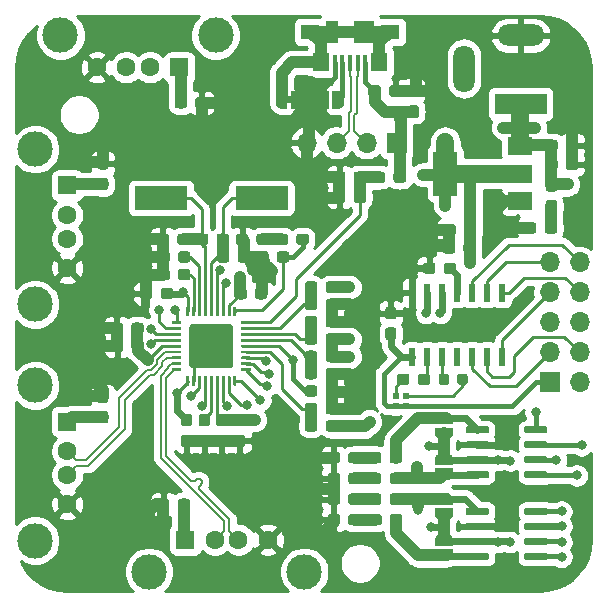
<source format=gbr>
G04 #@! TF.GenerationSoftware,KiCad,Pcbnew,5.1.5+dfsg1-2build2*
G04 #@! TF.CreationDate,2021-06-26T08:25:30+02:00*
G04 #@! TF.ProjectId,usb_switch,7573625f-7377-4697-9463-682e6b696361,rev?*
G04 #@! TF.SameCoordinates,Original*
G04 #@! TF.FileFunction,Copper,L1,Top*
G04 #@! TF.FilePolarity,Positive*
%FSLAX46Y46*%
G04 Gerber Fmt 4.6, Leading zero omitted, Abs format (unit mm)*
G04 Created by KiCad (PCBNEW 5.1.5+dfsg1-2build2) date 2021-06-26 08:25:30*
%MOMM*%
%LPD*%
G04 APERTURE LIST*
%ADD10C,0.100000*%
%ADD11C,1.600000*%
%ADD12R,1.600000X1.600000*%
%ADD13C,3.000000*%
%ADD14R,0.500000X0.500000*%
%ADD15O,1.700000X1.700000*%
%ADD16R,1.700000X1.700000*%
%ADD17R,0.600000X1.500000*%
%ADD18R,4.500000X2.000000*%
%ADD19O,1.800000X4.000000*%
%ADD20O,4.000000X1.800000*%
%ADD21R,4.400000X1.800000*%
%ADD22R,0.450000X1.380000*%
%ADD23R,1.425000X1.550000*%
%ADD24R,1.650000X1.300000*%
%ADD25R,1.800000X1.900000*%
%ADD26R,1.000000X1.900000*%
%ADD27R,2.000000X3.800000*%
%ADD28R,2.000000X1.500000*%
%ADD29C,0.800000*%
%ADD30C,0.250000*%
%ADD31C,1.000000*%
%ADD32C,0.600000*%
%ADD33C,0.450000*%
%ADD34C,0.254000*%
%ADD35C,1.500000*%
%ADD36C,0.457200*%
%ADD37C,0.200000*%
G04 APERTURE END LIST*
D10*
G36*
X138550000Y-98050000D02*
G01*
X139050000Y-98050000D01*
X139050000Y-97450000D01*
X138550000Y-97450000D01*
X138550000Y-98050000D01*
G37*
D11*
X120000000Y-112000000D03*
X120000000Y-109500000D03*
X120000000Y-107500000D03*
D12*
X120000000Y-105000000D03*
D13*
X117290000Y-101930000D03*
X117290000Y-115070000D03*
D11*
X120000000Y-132000000D03*
X120000000Y-129500000D03*
X120000000Y-127500000D03*
D12*
X120000000Y-125000000D03*
D13*
X117290000Y-121930000D03*
X117290000Y-135070000D03*
D11*
X122500000Y-95000000D03*
X125000000Y-95000000D03*
X127000000Y-95000000D03*
D12*
X129500000Y-95000000D03*
D13*
X132570000Y-92290000D03*
X119430000Y-92290000D03*
D11*
X137000000Y-135000000D03*
X134500000Y-135000000D03*
X132500000Y-135000000D03*
D12*
X130000000Y-135000000D03*
D13*
X126930000Y-137710000D03*
X140070000Y-137710000D03*
G04 #@! TA.AperFunction,SMDPad,CuDef*
D10*
G36*
X152127691Y-120926053D02*
G01*
X152148926Y-120929203D01*
X152169750Y-120934419D01*
X152189962Y-120941651D01*
X152209368Y-120950830D01*
X152227781Y-120961866D01*
X152245024Y-120974654D01*
X152260930Y-120989070D01*
X152275346Y-121004976D01*
X152288134Y-121022219D01*
X152299170Y-121040632D01*
X152308349Y-121060038D01*
X152315581Y-121080250D01*
X152320797Y-121101074D01*
X152323947Y-121122309D01*
X152325000Y-121143750D01*
X152325000Y-121656250D01*
X152323947Y-121677691D01*
X152320797Y-121698926D01*
X152315581Y-121719750D01*
X152308349Y-121739962D01*
X152299170Y-121759368D01*
X152288134Y-121777781D01*
X152275346Y-121795024D01*
X152260930Y-121810930D01*
X152245024Y-121825346D01*
X152227781Y-121838134D01*
X152209368Y-121849170D01*
X152189962Y-121858349D01*
X152169750Y-121865581D01*
X152148926Y-121870797D01*
X152127691Y-121873947D01*
X152106250Y-121875000D01*
X151668750Y-121875000D01*
X151647309Y-121873947D01*
X151626074Y-121870797D01*
X151605250Y-121865581D01*
X151585038Y-121858349D01*
X151565632Y-121849170D01*
X151547219Y-121838134D01*
X151529976Y-121825346D01*
X151514070Y-121810930D01*
X151499654Y-121795024D01*
X151486866Y-121777781D01*
X151475830Y-121759368D01*
X151466651Y-121739962D01*
X151459419Y-121719750D01*
X151454203Y-121698926D01*
X151451053Y-121677691D01*
X151450000Y-121656250D01*
X151450000Y-121143750D01*
X151451053Y-121122309D01*
X151454203Y-121101074D01*
X151459419Y-121080250D01*
X151466651Y-121060038D01*
X151475830Y-121040632D01*
X151486866Y-121022219D01*
X151499654Y-121004976D01*
X151514070Y-120989070D01*
X151529976Y-120974654D01*
X151547219Y-120961866D01*
X151565632Y-120950830D01*
X151585038Y-120941651D01*
X151605250Y-120934419D01*
X151626074Y-120929203D01*
X151647309Y-120926053D01*
X151668750Y-120925000D01*
X152106250Y-120925000D01*
X152127691Y-120926053D01*
G37*
G04 #@! TD.AperFunction*
G04 #@! TA.AperFunction,SMDPad,CuDef*
G36*
X153702691Y-120926053D02*
G01*
X153723926Y-120929203D01*
X153744750Y-120934419D01*
X153764962Y-120941651D01*
X153784368Y-120950830D01*
X153802781Y-120961866D01*
X153820024Y-120974654D01*
X153835930Y-120989070D01*
X153850346Y-121004976D01*
X153863134Y-121022219D01*
X153874170Y-121040632D01*
X153883349Y-121060038D01*
X153890581Y-121080250D01*
X153895797Y-121101074D01*
X153898947Y-121122309D01*
X153900000Y-121143750D01*
X153900000Y-121656250D01*
X153898947Y-121677691D01*
X153895797Y-121698926D01*
X153890581Y-121719750D01*
X153883349Y-121739962D01*
X153874170Y-121759368D01*
X153863134Y-121777781D01*
X153850346Y-121795024D01*
X153835930Y-121810930D01*
X153820024Y-121825346D01*
X153802781Y-121838134D01*
X153784368Y-121849170D01*
X153764962Y-121858349D01*
X153744750Y-121865581D01*
X153723926Y-121870797D01*
X153702691Y-121873947D01*
X153681250Y-121875000D01*
X153243750Y-121875000D01*
X153222309Y-121873947D01*
X153201074Y-121870797D01*
X153180250Y-121865581D01*
X153160038Y-121858349D01*
X153140632Y-121849170D01*
X153122219Y-121838134D01*
X153104976Y-121825346D01*
X153089070Y-121810930D01*
X153074654Y-121795024D01*
X153061866Y-121777781D01*
X153050830Y-121759368D01*
X153041651Y-121739962D01*
X153034419Y-121719750D01*
X153029203Y-121698926D01*
X153026053Y-121677691D01*
X153025000Y-121656250D01*
X153025000Y-121143750D01*
X153026053Y-121122309D01*
X153029203Y-121101074D01*
X153034419Y-121080250D01*
X153041651Y-121060038D01*
X153050830Y-121040632D01*
X153061866Y-121022219D01*
X153074654Y-121004976D01*
X153089070Y-120989070D01*
X153104976Y-120974654D01*
X153122219Y-120961866D01*
X153140632Y-120950830D01*
X153160038Y-120941651D01*
X153180250Y-120934419D01*
X153201074Y-120929203D01*
X153222309Y-120926053D01*
X153243750Y-120925000D01*
X153681250Y-120925000D01*
X153702691Y-120926053D01*
G37*
G04 #@! TD.AperFunction*
D14*
X147800000Y-123700000D03*
X148700000Y-123700000D03*
X148700000Y-122800000D03*
X147800000Y-122800000D03*
G04 #@! TA.AperFunction,SMDPad,CuDef*
D10*
G36*
X150510779Y-120926144D02*
G01*
X150533834Y-120929563D01*
X150556443Y-120935227D01*
X150578387Y-120943079D01*
X150599457Y-120953044D01*
X150619448Y-120965026D01*
X150638168Y-120978910D01*
X150655438Y-120994562D01*
X150671090Y-121011832D01*
X150684974Y-121030552D01*
X150696956Y-121050543D01*
X150706921Y-121071613D01*
X150714773Y-121093557D01*
X150720437Y-121116166D01*
X150723856Y-121139221D01*
X150725000Y-121162500D01*
X150725000Y-121637500D01*
X150723856Y-121660779D01*
X150720437Y-121683834D01*
X150714773Y-121706443D01*
X150706921Y-121728387D01*
X150696956Y-121749457D01*
X150684974Y-121769448D01*
X150671090Y-121788168D01*
X150655438Y-121805438D01*
X150638168Y-121821090D01*
X150619448Y-121834974D01*
X150599457Y-121846956D01*
X150578387Y-121856921D01*
X150556443Y-121864773D01*
X150533834Y-121870437D01*
X150510779Y-121873856D01*
X150487500Y-121875000D01*
X149912500Y-121875000D01*
X149889221Y-121873856D01*
X149866166Y-121870437D01*
X149843557Y-121864773D01*
X149821613Y-121856921D01*
X149800543Y-121846956D01*
X149780552Y-121834974D01*
X149761832Y-121821090D01*
X149744562Y-121805438D01*
X149728910Y-121788168D01*
X149715026Y-121769448D01*
X149703044Y-121749457D01*
X149693079Y-121728387D01*
X149685227Y-121706443D01*
X149679563Y-121683834D01*
X149676144Y-121660779D01*
X149675000Y-121637500D01*
X149675000Y-121162500D01*
X149676144Y-121139221D01*
X149679563Y-121116166D01*
X149685227Y-121093557D01*
X149693079Y-121071613D01*
X149703044Y-121050543D01*
X149715026Y-121030552D01*
X149728910Y-121011832D01*
X149744562Y-120994562D01*
X149761832Y-120978910D01*
X149780552Y-120965026D01*
X149800543Y-120953044D01*
X149821613Y-120943079D01*
X149843557Y-120935227D01*
X149866166Y-120929563D01*
X149889221Y-120926144D01*
X149912500Y-120925000D01*
X150487500Y-120925000D01*
X150510779Y-120926144D01*
G37*
G04 #@! TD.AperFunction*
G04 #@! TA.AperFunction,SMDPad,CuDef*
G36*
X148760779Y-120926144D02*
G01*
X148783834Y-120929563D01*
X148806443Y-120935227D01*
X148828387Y-120943079D01*
X148849457Y-120953044D01*
X148869448Y-120965026D01*
X148888168Y-120978910D01*
X148905438Y-120994562D01*
X148921090Y-121011832D01*
X148934974Y-121030552D01*
X148946956Y-121050543D01*
X148956921Y-121071613D01*
X148964773Y-121093557D01*
X148970437Y-121116166D01*
X148973856Y-121139221D01*
X148975000Y-121162500D01*
X148975000Y-121637500D01*
X148973856Y-121660779D01*
X148970437Y-121683834D01*
X148964773Y-121706443D01*
X148956921Y-121728387D01*
X148946956Y-121749457D01*
X148934974Y-121769448D01*
X148921090Y-121788168D01*
X148905438Y-121805438D01*
X148888168Y-121821090D01*
X148869448Y-121834974D01*
X148849457Y-121846956D01*
X148828387Y-121856921D01*
X148806443Y-121864773D01*
X148783834Y-121870437D01*
X148760779Y-121873856D01*
X148737500Y-121875000D01*
X148162500Y-121875000D01*
X148139221Y-121873856D01*
X148116166Y-121870437D01*
X148093557Y-121864773D01*
X148071613Y-121856921D01*
X148050543Y-121846956D01*
X148030552Y-121834974D01*
X148011832Y-121821090D01*
X147994562Y-121805438D01*
X147978910Y-121788168D01*
X147965026Y-121769448D01*
X147953044Y-121749457D01*
X147943079Y-121728387D01*
X147935227Y-121706443D01*
X147929563Y-121683834D01*
X147926144Y-121660779D01*
X147925000Y-121637500D01*
X147925000Y-121162500D01*
X147926144Y-121139221D01*
X147929563Y-121116166D01*
X147935227Y-121093557D01*
X147943079Y-121071613D01*
X147953044Y-121050543D01*
X147965026Y-121030552D01*
X147978910Y-121011832D01*
X147994562Y-120994562D01*
X148011832Y-120978910D01*
X148030552Y-120965026D01*
X148050543Y-120953044D01*
X148071613Y-120943079D01*
X148093557Y-120935227D01*
X148116166Y-120929563D01*
X148139221Y-120926144D01*
X148162500Y-120925000D01*
X148737500Y-120925000D01*
X148760779Y-120926144D01*
G37*
G04 #@! TD.AperFunction*
D15*
X163400000Y-111520000D03*
X160860000Y-111520000D03*
X163400000Y-114060000D03*
X160860000Y-114060000D03*
X163400000Y-116600000D03*
X160860000Y-116600000D03*
X163400000Y-119140000D03*
X160860000Y-119140000D03*
X163400000Y-121680000D03*
D16*
X160860000Y-121680000D03*
G04 #@! TA.AperFunction,SMDPad,CuDef*
D10*
G36*
X150960779Y-111526144D02*
G01*
X150983834Y-111529563D01*
X151006443Y-111535227D01*
X151028387Y-111543079D01*
X151049457Y-111553044D01*
X151069448Y-111565026D01*
X151088168Y-111578910D01*
X151105438Y-111594562D01*
X151121090Y-111611832D01*
X151134974Y-111630552D01*
X151146956Y-111650543D01*
X151156921Y-111671613D01*
X151164773Y-111693557D01*
X151170437Y-111716166D01*
X151173856Y-111739221D01*
X151175000Y-111762500D01*
X151175000Y-112237500D01*
X151173856Y-112260779D01*
X151170437Y-112283834D01*
X151164773Y-112306443D01*
X151156921Y-112328387D01*
X151146956Y-112349457D01*
X151134974Y-112369448D01*
X151121090Y-112388168D01*
X151105438Y-112405438D01*
X151088168Y-112421090D01*
X151069448Y-112434974D01*
X151049457Y-112446956D01*
X151028387Y-112456921D01*
X151006443Y-112464773D01*
X150983834Y-112470437D01*
X150960779Y-112473856D01*
X150937500Y-112475000D01*
X150362500Y-112475000D01*
X150339221Y-112473856D01*
X150316166Y-112470437D01*
X150293557Y-112464773D01*
X150271613Y-112456921D01*
X150250543Y-112446956D01*
X150230552Y-112434974D01*
X150211832Y-112421090D01*
X150194562Y-112405438D01*
X150178910Y-112388168D01*
X150165026Y-112369448D01*
X150153044Y-112349457D01*
X150143079Y-112328387D01*
X150135227Y-112306443D01*
X150129563Y-112283834D01*
X150126144Y-112260779D01*
X150125000Y-112237500D01*
X150125000Y-111762500D01*
X150126144Y-111739221D01*
X150129563Y-111716166D01*
X150135227Y-111693557D01*
X150143079Y-111671613D01*
X150153044Y-111650543D01*
X150165026Y-111630552D01*
X150178910Y-111611832D01*
X150194562Y-111594562D01*
X150211832Y-111578910D01*
X150230552Y-111565026D01*
X150250543Y-111553044D01*
X150271613Y-111543079D01*
X150293557Y-111535227D01*
X150316166Y-111529563D01*
X150339221Y-111526144D01*
X150362500Y-111525000D01*
X150937500Y-111525000D01*
X150960779Y-111526144D01*
G37*
G04 #@! TD.AperFunction*
G04 #@! TA.AperFunction,SMDPad,CuDef*
G36*
X152710779Y-111526144D02*
G01*
X152733834Y-111529563D01*
X152756443Y-111535227D01*
X152778387Y-111543079D01*
X152799457Y-111553044D01*
X152819448Y-111565026D01*
X152838168Y-111578910D01*
X152855438Y-111594562D01*
X152871090Y-111611832D01*
X152884974Y-111630552D01*
X152896956Y-111650543D01*
X152906921Y-111671613D01*
X152914773Y-111693557D01*
X152920437Y-111716166D01*
X152923856Y-111739221D01*
X152925000Y-111762500D01*
X152925000Y-112237500D01*
X152923856Y-112260779D01*
X152920437Y-112283834D01*
X152914773Y-112306443D01*
X152906921Y-112328387D01*
X152896956Y-112349457D01*
X152884974Y-112369448D01*
X152871090Y-112388168D01*
X152855438Y-112405438D01*
X152838168Y-112421090D01*
X152819448Y-112434974D01*
X152799457Y-112446956D01*
X152778387Y-112456921D01*
X152756443Y-112464773D01*
X152733834Y-112470437D01*
X152710779Y-112473856D01*
X152687500Y-112475000D01*
X152112500Y-112475000D01*
X152089221Y-112473856D01*
X152066166Y-112470437D01*
X152043557Y-112464773D01*
X152021613Y-112456921D01*
X152000543Y-112446956D01*
X151980552Y-112434974D01*
X151961832Y-112421090D01*
X151944562Y-112405438D01*
X151928910Y-112388168D01*
X151915026Y-112369448D01*
X151903044Y-112349457D01*
X151893079Y-112328387D01*
X151885227Y-112306443D01*
X151879563Y-112283834D01*
X151876144Y-112260779D01*
X151875000Y-112237500D01*
X151875000Y-111762500D01*
X151876144Y-111739221D01*
X151879563Y-111716166D01*
X151885227Y-111693557D01*
X151893079Y-111671613D01*
X151903044Y-111650543D01*
X151915026Y-111630552D01*
X151928910Y-111611832D01*
X151944562Y-111594562D01*
X151961832Y-111578910D01*
X151980552Y-111565026D01*
X152000543Y-111553044D01*
X152021613Y-111543079D01*
X152043557Y-111535227D01*
X152066166Y-111529563D01*
X152089221Y-111526144D01*
X152112500Y-111525000D01*
X152687500Y-111525000D01*
X152710779Y-111526144D01*
G37*
G04 #@! TD.AperFunction*
G04 #@! TA.AperFunction,SMDPad,CuDef*
G36*
X147660779Y-115276144D02*
G01*
X147683834Y-115279563D01*
X147706443Y-115285227D01*
X147728387Y-115293079D01*
X147749457Y-115303044D01*
X147769448Y-115315026D01*
X147788168Y-115328910D01*
X147805438Y-115344562D01*
X147821090Y-115361832D01*
X147834974Y-115380552D01*
X147846956Y-115400543D01*
X147856921Y-115421613D01*
X147864773Y-115443557D01*
X147870437Y-115466166D01*
X147873856Y-115489221D01*
X147875000Y-115512500D01*
X147875000Y-116087500D01*
X147873856Y-116110779D01*
X147870437Y-116133834D01*
X147864773Y-116156443D01*
X147856921Y-116178387D01*
X147846956Y-116199457D01*
X147834974Y-116219448D01*
X147821090Y-116238168D01*
X147805438Y-116255438D01*
X147788168Y-116271090D01*
X147769448Y-116284974D01*
X147749457Y-116296956D01*
X147728387Y-116306921D01*
X147706443Y-116314773D01*
X147683834Y-116320437D01*
X147660779Y-116323856D01*
X147637500Y-116325000D01*
X147162500Y-116325000D01*
X147139221Y-116323856D01*
X147116166Y-116320437D01*
X147093557Y-116314773D01*
X147071613Y-116306921D01*
X147050543Y-116296956D01*
X147030552Y-116284974D01*
X147011832Y-116271090D01*
X146994562Y-116255438D01*
X146978910Y-116238168D01*
X146965026Y-116219448D01*
X146953044Y-116199457D01*
X146943079Y-116178387D01*
X146935227Y-116156443D01*
X146929563Y-116133834D01*
X146926144Y-116110779D01*
X146925000Y-116087500D01*
X146925000Y-115512500D01*
X146926144Y-115489221D01*
X146929563Y-115466166D01*
X146935227Y-115443557D01*
X146943079Y-115421613D01*
X146953044Y-115400543D01*
X146965026Y-115380552D01*
X146978910Y-115361832D01*
X146994562Y-115344562D01*
X147011832Y-115328910D01*
X147030552Y-115315026D01*
X147050543Y-115303044D01*
X147071613Y-115293079D01*
X147093557Y-115285227D01*
X147116166Y-115279563D01*
X147139221Y-115276144D01*
X147162500Y-115275000D01*
X147637500Y-115275000D01*
X147660779Y-115276144D01*
G37*
G04 #@! TD.AperFunction*
G04 #@! TA.AperFunction,SMDPad,CuDef*
G36*
X147660779Y-117026144D02*
G01*
X147683834Y-117029563D01*
X147706443Y-117035227D01*
X147728387Y-117043079D01*
X147749457Y-117053044D01*
X147769448Y-117065026D01*
X147788168Y-117078910D01*
X147805438Y-117094562D01*
X147821090Y-117111832D01*
X147834974Y-117130552D01*
X147846956Y-117150543D01*
X147856921Y-117171613D01*
X147864773Y-117193557D01*
X147870437Y-117216166D01*
X147873856Y-117239221D01*
X147875000Y-117262500D01*
X147875000Y-117837500D01*
X147873856Y-117860779D01*
X147870437Y-117883834D01*
X147864773Y-117906443D01*
X147856921Y-117928387D01*
X147846956Y-117949457D01*
X147834974Y-117969448D01*
X147821090Y-117988168D01*
X147805438Y-118005438D01*
X147788168Y-118021090D01*
X147769448Y-118034974D01*
X147749457Y-118046956D01*
X147728387Y-118056921D01*
X147706443Y-118064773D01*
X147683834Y-118070437D01*
X147660779Y-118073856D01*
X147637500Y-118075000D01*
X147162500Y-118075000D01*
X147139221Y-118073856D01*
X147116166Y-118070437D01*
X147093557Y-118064773D01*
X147071613Y-118056921D01*
X147050543Y-118046956D01*
X147030552Y-118034974D01*
X147011832Y-118021090D01*
X146994562Y-118005438D01*
X146978910Y-117988168D01*
X146965026Y-117969448D01*
X146953044Y-117949457D01*
X146943079Y-117928387D01*
X146935227Y-117906443D01*
X146929563Y-117883834D01*
X146926144Y-117860779D01*
X146925000Y-117837500D01*
X146925000Y-117262500D01*
X146926144Y-117239221D01*
X146929563Y-117216166D01*
X146935227Y-117193557D01*
X146943079Y-117171613D01*
X146953044Y-117150543D01*
X146965026Y-117130552D01*
X146978910Y-117111832D01*
X146994562Y-117094562D01*
X147011832Y-117078910D01*
X147030552Y-117065026D01*
X147050543Y-117053044D01*
X147071613Y-117043079D01*
X147093557Y-117035227D01*
X147116166Y-117029563D01*
X147139221Y-117026144D01*
X147162500Y-117025000D01*
X147637500Y-117025000D01*
X147660779Y-117026144D01*
G37*
G04 #@! TD.AperFunction*
D17*
X149190000Y-114100000D03*
X150460000Y-114100000D03*
X151730000Y-114100000D03*
X153000000Y-114100000D03*
X154270000Y-114100000D03*
X155540000Y-114100000D03*
X156810000Y-114100000D03*
X156810000Y-119500000D03*
X155540000Y-119500000D03*
X154270000Y-119500000D03*
X153000000Y-119500000D03*
X151730000Y-119500000D03*
X150460000Y-119500000D03*
X149190000Y-119500000D03*
G04 #@! TA.AperFunction,SMDPad,CuDef*
D10*
G36*
X133824503Y-116751204D02*
G01*
X133848772Y-116754804D01*
X133872570Y-116760765D01*
X133895670Y-116769030D01*
X133917849Y-116779520D01*
X133938892Y-116792133D01*
X133958598Y-116806748D01*
X133976776Y-116823224D01*
X133993252Y-116841402D01*
X134007867Y-116861108D01*
X134020480Y-116882151D01*
X134030970Y-116904330D01*
X134039235Y-116927430D01*
X134045196Y-116951228D01*
X134048796Y-116975497D01*
X134050000Y-117000001D01*
X134050000Y-120199999D01*
X134048796Y-120224503D01*
X134045196Y-120248772D01*
X134039235Y-120272570D01*
X134030970Y-120295670D01*
X134020480Y-120317849D01*
X134007867Y-120338892D01*
X133993252Y-120358598D01*
X133976776Y-120376776D01*
X133958598Y-120393252D01*
X133938892Y-120407867D01*
X133917849Y-120420480D01*
X133895670Y-120430970D01*
X133872570Y-120439235D01*
X133848772Y-120445196D01*
X133824503Y-120448796D01*
X133799999Y-120450000D01*
X130600001Y-120450000D01*
X130575497Y-120448796D01*
X130551228Y-120445196D01*
X130527430Y-120439235D01*
X130504330Y-120430970D01*
X130482151Y-120420480D01*
X130461108Y-120407867D01*
X130441402Y-120393252D01*
X130423224Y-120376776D01*
X130406748Y-120358598D01*
X130392133Y-120338892D01*
X130379520Y-120317849D01*
X130369030Y-120295670D01*
X130360765Y-120272570D01*
X130354804Y-120248772D01*
X130351204Y-120224503D01*
X130350000Y-120199999D01*
X130350000Y-117000001D01*
X130351204Y-116975497D01*
X130354804Y-116951228D01*
X130360765Y-116927430D01*
X130369030Y-116904330D01*
X130379520Y-116882151D01*
X130392133Y-116861108D01*
X130406748Y-116841402D01*
X130423224Y-116823224D01*
X130441402Y-116806748D01*
X130461108Y-116792133D01*
X130482151Y-116779520D01*
X130504330Y-116769030D01*
X130527430Y-116760765D01*
X130551228Y-116754804D01*
X130575497Y-116751204D01*
X130600001Y-116750000D01*
X133799999Y-116750000D01*
X133824503Y-116751204D01*
G37*
G04 #@! TD.AperFunction*
G04 #@! TA.AperFunction,SMDPad,CuDef*
G36*
X129618626Y-116475301D02*
G01*
X129624693Y-116476201D01*
X129630643Y-116477691D01*
X129636418Y-116479758D01*
X129641962Y-116482380D01*
X129647223Y-116485533D01*
X129652150Y-116489187D01*
X129656694Y-116493306D01*
X129660813Y-116497850D01*
X129664467Y-116502777D01*
X129667620Y-116508038D01*
X129670242Y-116513582D01*
X129672309Y-116519357D01*
X129673799Y-116525307D01*
X129674699Y-116531374D01*
X129675000Y-116537500D01*
X129675000Y-116662500D01*
X129674699Y-116668626D01*
X129673799Y-116674693D01*
X129672309Y-116680643D01*
X129670242Y-116686418D01*
X129667620Y-116691962D01*
X129664467Y-116697223D01*
X129660813Y-116702150D01*
X129656694Y-116706694D01*
X129652150Y-116710813D01*
X129647223Y-116714467D01*
X129641962Y-116717620D01*
X129636418Y-116720242D01*
X129630643Y-116722309D01*
X129624693Y-116723799D01*
X129618626Y-116724699D01*
X129612500Y-116725000D01*
X128912500Y-116725000D01*
X128906374Y-116724699D01*
X128900307Y-116723799D01*
X128894357Y-116722309D01*
X128888582Y-116720242D01*
X128883038Y-116717620D01*
X128877777Y-116714467D01*
X128872850Y-116710813D01*
X128868306Y-116706694D01*
X128864187Y-116702150D01*
X128860533Y-116697223D01*
X128857380Y-116691962D01*
X128854758Y-116686418D01*
X128852691Y-116680643D01*
X128851201Y-116674693D01*
X128850301Y-116668626D01*
X128850000Y-116662500D01*
X128850000Y-116537500D01*
X128850301Y-116531374D01*
X128851201Y-116525307D01*
X128852691Y-116519357D01*
X128854758Y-116513582D01*
X128857380Y-116508038D01*
X128860533Y-116502777D01*
X128864187Y-116497850D01*
X128868306Y-116493306D01*
X128872850Y-116489187D01*
X128877777Y-116485533D01*
X128883038Y-116482380D01*
X128888582Y-116479758D01*
X128894357Y-116477691D01*
X128900307Y-116476201D01*
X128906374Y-116475301D01*
X128912500Y-116475000D01*
X129612500Y-116475000D01*
X129618626Y-116475301D01*
G37*
G04 #@! TD.AperFunction*
G04 #@! TA.AperFunction,SMDPad,CuDef*
G36*
X129618626Y-116975301D02*
G01*
X129624693Y-116976201D01*
X129630643Y-116977691D01*
X129636418Y-116979758D01*
X129641962Y-116982380D01*
X129647223Y-116985533D01*
X129652150Y-116989187D01*
X129656694Y-116993306D01*
X129660813Y-116997850D01*
X129664467Y-117002777D01*
X129667620Y-117008038D01*
X129670242Y-117013582D01*
X129672309Y-117019357D01*
X129673799Y-117025307D01*
X129674699Y-117031374D01*
X129675000Y-117037500D01*
X129675000Y-117162500D01*
X129674699Y-117168626D01*
X129673799Y-117174693D01*
X129672309Y-117180643D01*
X129670242Y-117186418D01*
X129667620Y-117191962D01*
X129664467Y-117197223D01*
X129660813Y-117202150D01*
X129656694Y-117206694D01*
X129652150Y-117210813D01*
X129647223Y-117214467D01*
X129641962Y-117217620D01*
X129636418Y-117220242D01*
X129630643Y-117222309D01*
X129624693Y-117223799D01*
X129618626Y-117224699D01*
X129612500Y-117225000D01*
X128912500Y-117225000D01*
X128906374Y-117224699D01*
X128900307Y-117223799D01*
X128894357Y-117222309D01*
X128888582Y-117220242D01*
X128883038Y-117217620D01*
X128877777Y-117214467D01*
X128872850Y-117210813D01*
X128868306Y-117206694D01*
X128864187Y-117202150D01*
X128860533Y-117197223D01*
X128857380Y-117191962D01*
X128854758Y-117186418D01*
X128852691Y-117180643D01*
X128851201Y-117174693D01*
X128850301Y-117168626D01*
X128850000Y-117162500D01*
X128850000Y-117037500D01*
X128850301Y-117031374D01*
X128851201Y-117025307D01*
X128852691Y-117019357D01*
X128854758Y-117013582D01*
X128857380Y-117008038D01*
X128860533Y-117002777D01*
X128864187Y-116997850D01*
X128868306Y-116993306D01*
X128872850Y-116989187D01*
X128877777Y-116985533D01*
X128883038Y-116982380D01*
X128888582Y-116979758D01*
X128894357Y-116977691D01*
X128900307Y-116976201D01*
X128906374Y-116975301D01*
X128912500Y-116975000D01*
X129612500Y-116975000D01*
X129618626Y-116975301D01*
G37*
G04 #@! TD.AperFunction*
G04 #@! TA.AperFunction,SMDPad,CuDef*
G36*
X129618626Y-117475301D02*
G01*
X129624693Y-117476201D01*
X129630643Y-117477691D01*
X129636418Y-117479758D01*
X129641962Y-117482380D01*
X129647223Y-117485533D01*
X129652150Y-117489187D01*
X129656694Y-117493306D01*
X129660813Y-117497850D01*
X129664467Y-117502777D01*
X129667620Y-117508038D01*
X129670242Y-117513582D01*
X129672309Y-117519357D01*
X129673799Y-117525307D01*
X129674699Y-117531374D01*
X129675000Y-117537500D01*
X129675000Y-117662500D01*
X129674699Y-117668626D01*
X129673799Y-117674693D01*
X129672309Y-117680643D01*
X129670242Y-117686418D01*
X129667620Y-117691962D01*
X129664467Y-117697223D01*
X129660813Y-117702150D01*
X129656694Y-117706694D01*
X129652150Y-117710813D01*
X129647223Y-117714467D01*
X129641962Y-117717620D01*
X129636418Y-117720242D01*
X129630643Y-117722309D01*
X129624693Y-117723799D01*
X129618626Y-117724699D01*
X129612500Y-117725000D01*
X128912500Y-117725000D01*
X128906374Y-117724699D01*
X128900307Y-117723799D01*
X128894357Y-117722309D01*
X128888582Y-117720242D01*
X128883038Y-117717620D01*
X128877777Y-117714467D01*
X128872850Y-117710813D01*
X128868306Y-117706694D01*
X128864187Y-117702150D01*
X128860533Y-117697223D01*
X128857380Y-117691962D01*
X128854758Y-117686418D01*
X128852691Y-117680643D01*
X128851201Y-117674693D01*
X128850301Y-117668626D01*
X128850000Y-117662500D01*
X128850000Y-117537500D01*
X128850301Y-117531374D01*
X128851201Y-117525307D01*
X128852691Y-117519357D01*
X128854758Y-117513582D01*
X128857380Y-117508038D01*
X128860533Y-117502777D01*
X128864187Y-117497850D01*
X128868306Y-117493306D01*
X128872850Y-117489187D01*
X128877777Y-117485533D01*
X128883038Y-117482380D01*
X128888582Y-117479758D01*
X128894357Y-117477691D01*
X128900307Y-117476201D01*
X128906374Y-117475301D01*
X128912500Y-117475000D01*
X129612500Y-117475000D01*
X129618626Y-117475301D01*
G37*
G04 #@! TD.AperFunction*
G04 #@! TA.AperFunction,SMDPad,CuDef*
G36*
X129618626Y-117975301D02*
G01*
X129624693Y-117976201D01*
X129630643Y-117977691D01*
X129636418Y-117979758D01*
X129641962Y-117982380D01*
X129647223Y-117985533D01*
X129652150Y-117989187D01*
X129656694Y-117993306D01*
X129660813Y-117997850D01*
X129664467Y-118002777D01*
X129667620Y-118008038D01*
X129670242Y-118013582D01*
X129672309Y-118019357D01*
X129673799Y-118025307D01*
X129674699Y-118031374D01*
X129675000Y-118037500D01*
X129675000Y-118162500D01*
X129674699Y-118168626D01*
X129673799Y-118174693D01*
X129672309Y-118180643D01*
X129670242Y-118186418D01*
X129667620Y-118191962D01*
X129664467Y-118197223D01*
X129660813Y-118202150D01*
X129656694Y-118206694D01*
X129652150Y-118210813D01*
X129647223Y-118214467D01*
X129641962Y-118217620D01*
X129636418Y-118220242D01*
X129630643Y-118222309D01*
X129624693Y-118223799D01*
X129618626Y-118224699D01*
X129612500Y-118225000D01*
X128912500Y-118225000D01*
X128906374Y-118224699D01*
X128900307Y-118223799D01*
X128894357Y-118222309D01*
X128888582Y-118220242D01*
X128883038Y-118217620D01*
X128877777Y-118214467D01*
X128872850Y-118210813D01*
X128868306Y-118206694D01*
X128864187Y-118202150D01*
X128860533Y-118197223D01*
X128857380Y-118191962D01*
X128854758Y-118186418D01*
X128852691Y-118180643D01*
X128851201Y-118174693D01*
X128850301Y-118168626D01*
X128850000Y-118162500D01*
X128850000Y-118037500D01*
X128850301Y-118031374D01*
X128851201Y-118025307D01*
X128852691Y-118019357D01*
X128854758Y-118013582D01*
X128857380Y-118008038D01*
X128860533Y-118002777D01*
X128864187Y-117997850D01*
X128868306Y-117993306D01*
X128872850Y-117989187D01*
X128877777Y-117985533D01*
X128883038Y-117982380D01*
X128888582Y-117979758D01*
X128894357Y-117977691D01*
X128900307Y-117976201D01*
X128906374Y-117975301D01*
X128912500Y-117975000D01*
X129612500Y-117975000D01*
X129618626Y-117975301D01*
G37*
G04 #@! TD.AperFunction*
G04 #@! TA.AperFunction,SMDPad,CuDef*
G36*
X129618626Y-118475301D02*
G01*
X129624693Y-118476201D01*
X129630643Y-118477691D01*
X129636418Y-118479758D01*
X129641962Y-118482380D01*
X129647223Y-118485533D01*
X129652150Y-118489187D01*
X129656694Y-118493306D01*
X129660813Y-118497850D01*
X129664467Y-118502777D01*
X129667620Y-118508038D01*
X129670242Y-118513582D01*
X129672309Y-118519357D01*
X129673799Y-118525307D01*
X129674699Y-118531374D01*
X129675000Y-118537500D01*
X129675000Y-118662500D01*
X129674699Y-118668626D01*
X129673799Y-118674693D01*
X129672309Y-118680643D01*
X129670242Y-118686418D01*
X129667620Y-118691962D01*
X129664467Y-118697223D01*
X129660813Y-118702150D01*
X129656694Y-118706694D01*
X129652150Y-118710813D01*
X129647223Y-118714467D01*
X129641962Y-118717620D01*
X129636418Y-118720242D01*
X129630643Y-118722309D01*
X129624693Y-118723799D01*
X129618626Y-118724699D01*
X129612500Y-118725000D01*
X128912500Y-118725000D01*
X128906374Y-118724699D01*
X128900307Y-118723799D01*
X128894357Y-118722309D01*
X128888582Y-118720242D01*
X128883038Y-118717620D01*
X128877777Y-118714467D01*
X128872850Y-118710813D01*
X128868306Y-118706694D01*
X128864187Y-118702150D01*
X128860533Y-118697223D01*
X128857380Y-118691962D01*
X128854758Y-118686418D01*
X128852691Y-118680643D01*
X128851201Y-118674693D01*
X128850301Y-118668626D01*
X128850000Y-118662500D01*
X128850000Y-118537500D01*
X128850301Y-118531374D01*
X128851201Y-118525307D01*
X128852691Y-118519357D01*
X128854758Y-118513582D01*
X128857380Y-118508038D01*
X128860533Y-118502777D01*
X128864187Y-118497850D01*
X128868306Y-118493306D01*
X128872850Y-118489187D01*
X128877777Y-118485533D01*
X128883038Y-118482380D01*
X128888582Y-118479758D01*
X128894357Y-118477691D01*
X128900307Y-118476201D01*
X128906374Y-118475301D01*
X128912500Y-118475000D01*
X129612500Y-118475000D01*
X129618626Y-118475301D01*
G37*
G04 #@! TD.AperFunction*
G04 #@! TA.AperFunction,SMDPad,CuDef*
G36*
X129618626Y-118975301D02*
G01*
X129624693Y-118976201D01*
X129630643Y-118977691D01*
X129636418Y-118979758D01*
X129641962Y-118982380D01*
X129647223Y-118985533D01*
X129652150Y-118989187D01*
X129656694Y-118993306D01*
X129660813Y-118997850D01*
X129664467Y-119002777D01*
X129667620Y-119008038D01*
X129670242Y-119013582D01*
X129672309Y-119019357D01*
X129673799Y-119025307D01*
X129674699Y-119031374D01*
X129675000Y-119037500D01*
X129675000Y-119162500D01*
X129674699Y-119168626D01*
X129673799Y-119174693D01*
X129672309Y-119180643D01*
X129670242Y-119186418D01*
X129667620Y-119191962D01*
X129664467Y-119197223D01*
X129660813Y-119202150D01*
X129656694Y-119206694D01*
X129652150Y-119210813D01*
X129647223Y-119214467D01*
X129641962Y-119217620D01*
X129636418Y-119220242D01*
X129630643Y-119222309D01*
X129624693Y-119223799D01*
X129618626Y-119224699D01*
X129612500Y-119225000D01*
X128912500Y-119225000D01*
X128906374Y-119224699D01*
X128900307Y-119223799D01*
X128894357Y-119222309D01*
X128888582Y-119220242D01*
X128883038Y-119217620D01*
X128877777Y-119214467D01*
X128872850Y-119210813D01*
X128868306Y-119206694D01*
X128864187Y-119202150D01*
X128860533Y-119197223D01*
X128857380Y-119191962D01*
X128854758Y-119186418D01*
X128852691Y-119180643D01*
X128851201Y-119174693D01*
X128850301Y-119168626D01*
X128850000Y-119162500D01*
X128850000Y-119037500D01*
X128850301Y-119031374D01*
X128851201Y-119025307D01*
X128852691Y-119019357D01*
X128854758Y-119013582D01*
X128857380Y-119008038D01*
X128860533Y-119002777D01*
X128864187Y-118997850D01*
X128868306Y-118993306D01*
X128872850Y-118989187D01*
X128877777Y-118985533D01*
X128883038Y-118982380D01*
X128888582Y-118979758D01*
X128894357Y-118977691D01*
X128900307Y-118976201D01*
X128906374Y-118975301D01*
X128912500Y-118975000D01*
X129612500Y-118975000D01*
X129618626Y-118975301D01*
G37*
G04 #@! TD.AperFunction*
G04 #@! TA.AperFunction,SMDPad,CuDef*
G36*
X129618626Y-119475301D02*
G01*
X129624693Y-119476201D01*
X129630643Y-119477691D01*
X129636418Y-119479758D01*
X129641962Y-119482380D01*
X129647223Y-119485533D01*
X129652150Y-119489187D01*
X129656694Y-119493306D01*
X129660813Y-119497850D01*
X129664467Y-119502777D01*
X129667620Y-119508038D01*
X129670242Y-119513582D01*
X129672309Y-119519357D01*
X129673799Y-119525307D01*
X129674699Y-119531374D01*
X129675000Y-119537500D01*
X129675000Y-119662500D01*
X129674699Y-119668626D01*
X129673799Y-119674693D01*
X129672309Y-119680643D01*
X129670242Y-119686418D01*
X129667620Y-119691962D01*
X129664467Y-119697223D01*
X129660813Y-119702150D01*
X129656694Y-119706694D01*
X129652150Y-119710813D01*
X129647223Y-119714467D01*
X129641962Y-119717620D01*
X129636418Y-119720242D01*
X129630643Y-119722309D01*
X129624693Y-119723799D01*
X129618626Y-119724699D01*
X129612500Y-119725000D01*
X128912500Y-119725000D01*
X128906374Y-119724699D01*
X128900307Y-119723799D01*
X128894357Y-119722309D01*
X128888582Y-119720242D01*
X128883038Y-119717620D01*
X128877777Y-119714467D01*
X128872850Y-119710813D01*
X128868306Y-119706694D01*
X128864187Y-119702150D01*
X128860533Y-119697223D01*
X128857380Y-119691962D01*
X128854758Y-119686418D01*
X128852691Y-119680643D01*
X128851201Y-119674693D01*
X128850301Y-119668626D01*
X128850000Y-119662500D01*
X128850000Y-119537500D01*
X128850301Y-119531374D01*
X128851201Y-119525307D01*
X128852691Y-119519357D01*
X128854758Y-119513582D01*
X128857380Y-119508038D01*
X128860533Y-119502777D01*
X128864187Y-119497850D01*
X128868306Y-119493306D01*
X128872850Y-119489187D01*
X128877777Y-119485533D01*
X128883038Y-119482380D01*
X128888582Y-119479758D01*
X128894357Y-119477691D01*
X128900307Y-119476201D01*
X128906374Y-119475301D01*
X128912500Y-119475000D01*
X129612500Y-119475000D01*
X129618626Y-119475301D01*
G37*
G04 #@! TD.AperFunction*
G04 #@! TA.AperFunction,SMDPad,CuDef*
G36*
X129618626Y-119975301D02*
G01*
X129624693Y-119976201D01*
X129630643Y-119977691D01*
X129636418Y-119979758D01*
X129641962Y-119982380D01*
X129647223Y-119985533D01*
X129652150Y-119989187D01*
X129656694Y-119993306D01*
X129660813Y-119997850D01*
X129664467Y-120002777D01*
X129667620Y-120008038D01*
X129670242Y-120013582D01*
X129672309Y-120019357D01*
X129673799Y-120025307D01*
X129674699Y-120031374D01*
X129675000Y-120037500D01*
X129675000Y-120162500D01*
X129674699Y-120168626D01*
X129673799Y-120174693D01*
X129672309Y-120180643D01*
X129670242Y-120186418D01*
X129667620Y-120191962D01*
X129664467Y-120197223D01*
X129660813Y-120202150D01*
X129656694Y-120206694D01*
X129652150Y-120210813D01*
X129647223Y-120214467D01*
X129641962Y-120217620D01*
X129636418Y-120220242D01*
X129630643Y-120222309D01*
X129624693Y-120223799D01*
X129618626Y-120224699D01*
X129612500Y-120225000D01*
X128912500Y-120225000D01*
X128906374Y-120224699D01*
X128900307Y-120223799D01*
X128894357Y-120222309D01*
X128888582Y-120220242D01*
X128883038Y-120217620D01*
X128877777Y-120214467D01*
X128872850Y-120210813D01*
X128868306Y-120206694D01*
X128864187Y-120202150D01*
X128860533Y-120197223D01*
X128857380Y-120191962D01*
X128854758Y-120186418D01*
X128852691Y-120180643D01*
X128851201Y-120174693D01*
X128850301Y-120168626D01*
X128850000Y-120162500D01*
X128850000Y-120037500D01*
X128850301Y-120031374D01*
X128851201Y-120025307D01*
X128852691Y-120019357D01*
X128854758Y-120013582D01*
X128857380Y-120008038D01*
X128860533Y-120002777D01*
X128864187Y-119997850D01*
X128868306Y-119993306D01*
X128872850Y-119989187D01*
X128877777Y-119985533D01*
X128883038Y-119982380D01*
X128888582Y-119979758D01*
X128894357Y-119977691D01*
X128900307Y-119976201D01*
X128906374Y-119975301D01*
X128912500Y-119975000D01*
X129612500Y-119975000D01*
X129618626Y-119975301D01*
G37*
G04 #@! TD.AperFunction*
G04 #@! TA.AperFunction,SMDPad,CuDef*
G36*
X129618626Y-120475301D02*
G01*
X129624693Y-120476201D01*
X129630643Y-120477691D01*
X129636418Y-120479758D01*
X129641962Y-120482380D01*
X129647223Y-120485533D01*
X129652150Y-120489187D01*
X129656694Y-120493306D01*
X129660813Y-120497850D01*
X129664467Y-120502777D01*
X129667620Y-120508038D01*
X129670242Y-120513582D01*
X129672309Y-120519357D01*
X129673799Y-120525307D01*
X129674699Y-120531374D01*
X129675000Y-120537500D01*
X129675000Y-120662500D01*
X129674699Y-120668626D01*
X129673799Y-120674693D01*
X129672309Y-120680643D01*
X129670242Y-120686418D01*
X129667620Y-120691962D01*
X129664467Y-120697223D01*
X129660813Y-120702150D01*
X129656694Y-120706694D01*
X129652150Y-120710813D01*
X129647223Y-120714467D01*
X129641962Y-120717620D01*
X129636418Y-120720242D01*
X129630643Y-120722309D01*
X129624693Y-120723799D01*
X129618626Y-120724699D01*
X129612500Y-120725000D01*
X128912500Y-120725000D01*
X128906374Y-120724699D01*
X128900307Y-120723799D01*
X128894357Y-120722309D01*
X128888582Y-120720242D01*
X128883038Y-120717620D01*
X128877777Y-120714467D01*
X128872850Y-120710813D01*
X128868306Y-120706694D01*
X128864187Y-120702150D01*
X128860533Y-120697223D01*
X128857380Y-120691962D01*
X128854758Y-120686418D01*
X128852691Y-120680643D01*
X128851201Y-120674693D01*
X128850301Y-120668626D01*
X128850000Y-120662500D01*
X128850000Y-120537500D01*
X128850301Y-120531374D01*
X128851201Y-120525307D01*
X128852691Y-120519357D01*
X128854758Y-120513582D01*
X128857380Y-120508038D01*
X128860533Y-120502777D01*
X128864187Y-120497850D01*
X128868306Y-120493306D01*
X128872850Y-120489187D01*
X128877777Y-120485533D01*
X128883038Y-120482380D01*
X128888582Y-120479758D01*
X128894357Y-120477691D01*
X128900307Y-120476201D01*
X128906374Y-120475301D01*
X128912500Y-120475000D01*
X129612500Y-120475000D01*
X129618626Y-120475301D01*
G37*
G04 #@! TD.AperFunction*
G04 #@! TA.AperFunction,SMDPad,CuDef*
G36*
X130268626Y-121125301D02*
G01*
X130274693Y-121126201D01*
X130280643Y-121127691D01*
X130286418Y-121129758D01*
X130291962Y-121132380D01*
X130297223Y-121135533D01*
X130302150Y-121139187D01*
X130306694Y-121143306D01*
X130310813Y-121147850D01*
X130314467Y-121152777D01*
X130317620Y-121158038D01*
X130320242Y-121163582D01*
X130322309Y-121169357D01*
X130323799Y-121175307D01*
X130324699Y-121181374D01*
X130325000Y-121187500D01*
X130325000Y-121887500D01*
X130324699Y-121893626D01*
X130323799Y-121899693D01*
X130322309Y-121905643D01*
X130320242Y-121911418D01*
X130317620Y-121916962D01*
X130314467Y-121922223D01*
X130310813Y-121927150D01*
X130306694Y-121931694D01*
X130302150Y-121935813D01*
X130297223Y-121939467D01*
X130291962Y-121942620D01*
X130286418Y-121945242D01*
X130280643Y-121947309D01*
X130274693Y-121948799D01*
X130268626Y-121949699D01*
X130262500Y-121950000D01*
X130137500Y-121950000D01*
X130131374Y-121949699D01*
X130125307Y-121948799D01*
X130119357Y-121947309D01*
X130113582Y-121945242D01*
X130108038Y-121942620D01*
X130102777Y-121939467D01*
X130097850Y-121935813D01*
X130093306Y-121931694D01*
X130089187Y-121927150D01*
X130085533Y-121922223D01*
X130082380Y-121916962D01*
X130079758Y-121911418D01*
X130077691Y-121905643D01*
X130076201Y-121899693D01*
X130075301Y-121893626D01*
X130075000Y-121887500D01*
X130075000Y-121187500D01*
X130075301Y-121181374D01*
X130076201Y-121175307D01*
X130077691Y-121169357D01*
X130079758Y-121163582D01*
X130082380Y-121158038D01*
X130085533Y-121152777D01*
X130089187Y-121147850D01*
X130093306Y-121143306D01*
X130097850Y-121139187D01*
X130102777Y-121135533D01*
X130108038Y-121132380D01*
X130113582Y-121129758D01*
X130119357Y-121127691D01*
X130125307Y-121126201D01*
X130131374Y-121125301D01*
X130137500Y-121125000D01*
X130262500Y-121125000D01*
X130268626Y-121125301D01*
G37*
G04 #@! TD.AperFunction*
G04 #@! TA.AperFunction,SMDPad,CuDef*
G36*
X130768626Y-121125301D02*
G01*
X130774693Y-121126201D01*
X130780643Y-121127691D01*
X130786418Y-121129758D01*
X130791962Y-121132380D01*
X130797223Y-121135533D01*
X130802150Y-121139187D01*
X130806694Y-121143306D01*
X130810813Y-121147850D01*
X130814467Y-121152777D01*
X130817620Y-121158038D01*
X130820242Y-121163582D01*
X130822309Y-121169357D01*
X130823799Y-121175307D01*
X130824699Y-121181374D01*
X130825000Y-121187500D01*
X130825000Y-121887500D01*
X130824699Y-121893626D01*
X130823799Y-121899693D01*
X130822309Y-121905643D01*
X130820242Y-121911418D01*
X130817620Y-121916962D01*
X130814467Y-121922223D01*
X130810813Y-121927150D01*
X130806694Y-121931694D01*
X130802150Y-121935813D01*
X130797223Y-121939467D01*
X130791962Y-121942620D01*
X130786418Y-121945242D01*
X130780643Y-121947309D01*
X130774693Y-121948799D01*
X130768626Y-121949699D01*
X130762500Y-121950000D01*
X130637500Y-121950000D01*
X130631374Y-121949699D01*
X130625307Y-121948799D01*
X130619357Y-121947309D01*
X130613582Y-121945242D01*
X130608038Y-121942620D01*
X130602777Y-121939467D01*
X130597850Y-121935813D01*
X130593306Y-121931694D01*
X130589187Y-121927150D01*
X130585533Y-121922223D01*
X130582380Y-121916962D01*
X130579758Y-121911418D01*
X130577691Y-121905643D01*
X130576201Y-121899693D01*
X130575301Y-121893626D01*
X130575000Y-121887500D01*
X130575000Y-121187500D01*
X130575301Y-121181374D01*
X130576201Y-121175307D01*
X130577691Y-121169357D01*
X130579758Y-121163582D01*
X130582380Y-121158038D01*
X130585533Y-121152777D01*
X130589187Y-121147850D01*
X130593306Y-121143306D01*
X130597850Y-121139187D01*
X130602777Y-121135533D01*
X130608038Y-121132380D01*
X130613582Y-121129758D01*
X130619357Y-121127691D01*
X130625307Y-121126201D01*
X130631374Y-121125301D01*
X130637500Y-121125000D01*
X130762500Y-121125000D01*
X130768626Y-121125301D01*
G37*
G04 #@! TD.AperFunction*
G04 #@! TA.AperFunction,SMDPad,CuDef*
G36*
X131268626Y-121125301D02*
G01*
X131274693Y-121126201D01*
X131280643Y-121127691D01*
X131286418Y-121129758D01*
X131291962Y-121132380D01*
X131297223Y-121135533D01*
X131302150Y-121139187D01*
X131306694Y-121143306D01*
X131310813Y-121147850D01*
X131314467Y-121152777D01*
X131317620Y-121158038D01*
X131320242Y-121163582D01*
X131322309Y-121169357D01*
X131323799Y-121175307D01*
X131324699Y-121181374D01*
X131325000Y-121187500D01*
X131325000Y-121887500D01*
X131324699Y-121893626D01*
X131323799Y-121899693D01*
X131322309Y-121905643D01*
X131320242Y-121911418D01*
X131317620Y-121916962D01*
X131314467Y-121922223D01*
X131310813Y-121927150D01*
X131306694Y-121931694D01*
X131302150Y-121935813D01*
X131297223Y-121939467D01*
X131291962Y-121942620D01*
X131286418Y-121945242D01*
X131280643Y-121947309D01*
X131274693Y-121948799D01*
X131268626Y-121949699D01*
X131262500Y-121950000D01*
X131137500Y-121950000D01*
X131131374Y-121949699D01*
X131125307Y-121948799D01*
X131119357Y-121947309D01*
X131113582Y-121945242D01*
X131108038Y-121942620D01*
X131102777Y-121939467D01*
X131097850Y-121935813D01*
X131093306Y-121931694D01*
X131089187Y-121927150D01*
X131085533Y-121922223D01*
X131082380Y-121916962D01*
X131079758Y-121911418D01*
X131077691Y-121905643D01*
X131076201Y-121899693D01*
X131075301Y-121893626D01*
X131075000Y-121887500D01*
X131075000Y-121187500D01*
X131075301Y-121181374D01*
X131076201Y-121175307D01*
X131077691Y-121169357D01*
X131079758Y-121163582D01*
X131082380Y-121158038D01*
X131085533Y-121152777D01*
X131089187Y-121147850D01*
X131093306Y-121143306D01*
X131097850Y-121139187D01*
X131102777Y-121135533D01*
X131108038Y-121132380D01*
X131113582Y-121129758D01*
X131119357Y-121127691D01*
X131125307Y-121126201D01*
X131131374Y-121125301D01*
X131137500Y-121125000D01*
X131262500Y-121125000D01*
X131268626Y-121125301D01*
G37*
G04 #@! TD.AperFunction*
G04 #@! TA.AperFunction,SMDPad,CuDef*
G36*
X131768626Y-121125301D02*
G01*
X131774693Y-121126201D01*
X131780643Y-121127691D01*
X131786418Y-121129758D01*
X131791962Y-121132380D01*
X131797223Y-121135533D01*
X131802150Y-121139187D01*
X131806694Y-121143306D01*
X131810813Y-121147850D01*
X131814467Y-121152777D01*
X131817620Y-121158038D01*
X131820242Y-121163582D01*
X131822309Y-121169357D01*
X131823799Y-121175307D01*
X131824699Y-121181374D01*
X131825000Y-121187500D01*
X131825000Y-121887500D01*
X131824699Y-121893626D01*
X131823799Y-121899693D01*
X131822309Y-121905643D01*
X131820242Y-121911418D01*
X131817620Y-121916962D01*
X131814467Y-121922223D01*
X131810813Y-121927150D01*
X131806694Y-121931694D01*
X131802150Y-121935813D01*
X131797223Y-121939467D01*
X131791962Y-121942620D01*
X131786418Y-121945242D01*
X131780643Y-121947309D01*
X131774693Y-121948799D01*
X131768626Y-121949699D01*
X131762500Y-121950000D01*
X131637500Y-121950000D01*
X131631374Y-121949699D01*
X131625307Y-121948799D01*
X131619357Y-121947309D01*
X131613582Y-121945242D01*
X131608038Y-121942620D01*
X131602777Y-121939467D01*
X131597850Y-121935813D01*
X131593306Y-121931694D01*
X131589187Y-121927150D01*
X131585533Y-121922223D01*
X131582380Y-121916962D01*
X131579758Y-121911418D01*
X131577691Y-121905643D01*
X131576201Y-121899693D01*
X131575301Y-121893626D01*
X131575000Y-121887500D01*
X131575000Y-121187500D01*
X131575301Y-121181374D01*
X131576201Y-121175307D01*
X131577691Y-121169357D01*
X131579758Y-121163582D01*
X131582380Y-121158038D01*
X131585533Y-121152777D01*
X131589187Y-121147850D01*
X131593306Y-121143306D01*
X131597850Y-121139187D01*
X131602777Y-121135533D01*
X131608038Y-121132380D01*
X131613582Y-121129758D01*
X131619357Y-121127691D01*
X131625307Y-121126201D01*
X131631374Y-121125301D01*
X131637500Y-121125000D01*
X131762500Y-121125000D01*
X131768626Y-121125301D01*
G37*
G04 #@! TD.AperFunction*
G04 #@! TA.AperFunction,SMDPad,CuDef*
G36*
X132268626Y-121125301D02*
G01*
X132274693Y-121126201D01*
X132280643Y-121127691D01*
X132286418Y-121129758D01*
X132291962Y-121132380D01*
X132297223Y-121135533D01*
X132302150Y-121139187D01*
X132306694Y-121143306D01*
X132310813Y-121147850D01*
X132314467Y-121152777D01*
X132317620Y-121158038D01*
X132320242Y-121163582D01*
X132322309Y-121169357D01*
X132323799Y-121175307D01*
X132324699Y-121181374D01*
X132325000Y-121187500D01*
X132325000Y-121887500D01*
X132324699Y-121893626D01*
X132323799Y-121899693D01*
X132322309Y-121905643D01*
X132320242Y-121911418D01*
X132317620Y-121916962D01*
X132314467Y-121922223D01*
X132310813Y-121927150D01*
X132306694Y-121931694D01*
X132302150Y-121935813D01*
X132297223Y-121939467D01*
X132291962Y-121942620D01*
X132286418Y-121945242D01*
X132280643Y-121947309D01*
X132274693Y-121948799D01*
X132268626Y-121949699D01*
X132262500Y-121950000D01*
X132137500Y-121950000D01*
X132131374Y-121949699D01*
X132125307Y-121948799D01*
X132119357Y-121947309D01*
X132113582Y-121945242D01*
X132108038Y-121942620D01*
X132102777Y-121939467D01*
X132097850Y-121935813D01*
X132093306Y-121931694D01*
X132089187Y-121927150D01*
X132085533Y-121922223D01*
X132082380Y-121916962D01*
X132079758Y-121911418D01*
X132077691Y-121905643D01*
X132076201Y-121899693D01*
X132075301Y-121893626D01*
X132075000Y-121887500D01*
X132075000Y-121187500D01*
X132075301Y-121181374D01*
X132076201Y-121175307D01*
X132077691Y-121169357D01*
X132079758Y-121163582D01*
X132082380Y-121158038D01*
X132085533Y-121152777D01*
X132089187Y-121147850D01*
X132093306Y-121143306D01*
X132097850Y-121139187D01*
X132102777Y-121135533D01*
X132108038Y-121132380D01*
X132113582Y-121129758D01*
X132119357Y-121127691D01*
X132125307Y-121126201D01*
X132131374Y-121125301D01*
X132137500Y-121125000D01*
X132262500Y-121125000D01*
X132268626Y-121125301D01*
G37*
G04 #@! TD.AperFunction*
G04 #@! TA.AperFunction,SMDPad,CuDef*
G36*
X132768626Y-121125301D02*
G01*
X132774693Y-121126201D01*
X132780643Y-121127691D01*
X132786418Y-121129758D01*
X132791962Y-121132380D01*
X132797223Y-121135533D01*
X132802150Y-121139187D01*
X132806694Y-121143306D01*
X132810813Y-121147850D01*
X132814467Y-121152777D01*
X132817620Y-121158038D01*
X132820242Y-121163582D01*
X132822309Y-121169357D01*
X132823799Y-121175307D01*
X132824699Y-121181374D01*
X132825000Y-121187500D01*
X132825000Y-121887500D01*
X132824699Y-121893626D01*
X132823799Y-121899693D01*
X132822309Y-121905643D01*
X132820242Y-121911418D01*
X132817620Y-121916962D01*
X132814467Y-121922223D01*
X132810813Y-121927150D01*
X132806694Y-121931694D01*
X132802150Y-121935813D01*
X132797223Y-121939467D01*
X132791962Y-121942620D01*
X132786418Y-121945242D01*
X132780643Y-121947309D01*
X132774693Y-121948799D01*
X132768626Y-121949699D01*
X132762500Y-121950000D01*
X132637500Y-121950000D01*
X132631374Y-121949699D01*
X132625307Y-121948799D01*
X132619357Y-121947309D01*
X132613582Y-121945242D01*
X132608038Y-121942620D01*
X132602777Y-121939467D01*
X132597850Y-121935813D01*
X132593306Y-121931694D01*
X132589187Y-121927150D01*
X132585533Y-121922223D01*
X132582380Y-121916962D01*
X132579758Y-121911418D01*
X132577691Y-121905643D01*
X132576201Y-121899693D01*
X132575301Y-121893626D01*
X132575000Y-121887500D01*
X132575000Y-121187500D01*
X132575301Y-121181374D01*
X132576201Y-121175307D01*
X132577691Y-121169357D01*
X132579758Y-121163582D01*
X132582380Y-121158038D01*
X132585533Y-121152777D01*
X132589187Y-121147850D01*
X132593306Y-121143306D01*
X132597850Y-121139187D01*
X132602777Y-121135533D01*
X132608038Y-121132380D01*
X132613582Y-121129758D01*
X132619357Y-121127691D01*
X132625307Y-121126201D01*
X132631374Y-121125301D01*
X132637500Y-121125000D01*
X132762500Y-121125000D01*
X132768626Y-121125301D01*
G37*
G04 #@! TD.AperFunction*
G04 #@! TA.AperFunction,SMDPad,CuDef*
G36*
X133268626Y-121125301D02*
G01*
X133274693Y-121126201D01*
X133280643Y-121127691D01*
X133286418Y-121129758D01*
X133291962Y-121132380D01*
X133297223Y-121135533D01*
X133302150Y-121139187D01*
X133306694Y-121143306D01*
X133310813Y-121147850D01*
X133314467Y-121152777D01*
X133317620Y-121158038D01*
X133320242Y-121163582D01*
X133322309Y-121169357D01*
X133323799Y-121175307D01*
X133324699Y-121181374D01*
X133325000Y-121187500D01*
X133325000Y-121887500D01*
X133324699Y-121893626D01*
X133323799Y-121899693D01*
X133322309Y-121905643D01*
X133320242Y-121911418D01*
X133317620Y-121916962D01*
X133314467Y-121922223D01*
X133310813Y-121927150D01*
X133306694Y-121931694D01*
X133302150Y-121935813D01*
X133297223Y-121939467D01*
X133291962Y-121942620D01*
X133286418Y-121945242D01*
X133280643Y-121947309D01*
X133274693Y-121948799D01*
X133268626Y-121949699D01*
X133262500Y-121950000D01*
X133137500Y-121950000D01*
X133131374Y-121949699D01*
X133125307Y-121948799D01*
X133119357Y-121947309D01*
X133113582Y-121945242D01*
X133108038Y-121942620D01*
X133102777Y-121939467D01*
X133097850Y-121935813D01*
X133093306Y-121931694D01*
X133089187Y-121927150D01*
X133085533Y-121922223D01*
X133082380Y-121916962D01*
X133079758Y-121911418D01*
X133077691Y-121905643D01*
X133076201Y-121899693D01*
X133075301Y-121893626D01*
X133075000Y-121887500D01*
X133075000Y-121187500D01*
X133075301Y-121181374D01*
X133076201Y-121175307D01*
X133077691Y-121169357D01*
X133079758Y-121163582D01*
X133082380Y-121158038D01*
X133085533Y-121152777D01*
X133089187Y-121147850D01*
X133093306Y-121143306D01*
X133097850Y-121139187D01*
X133102777Y-121135533D01*
X133108038Y-121132380D01*
X133113582Y-121129758D01*
X133119357Y-121127691D01*
X133125307Y-121126201D01*
X133131374Y-121125301D01*
X133137500Y-121125000D01*
X133262500Y-121125000D01*
X133268626Y-121125301D01*
G37*
G04 #@! TD.AperFunction*
G04 #@! TA.AperFunction,SMDPad,CuDef*
G36*
X133768626Y-121125301D02*
G01*
X133774693Y-121126201D01*
X133780643Y-121127691D01*
X133786418Y-121129758D01*
X133791962Y-121132380D01*
X133797223Y-121135533D01*
X133802150Y-121139187D01*
X133806694Y-121143306D01*
X133810813Y-121147850D01*
X133814467Y-121152777D01*
X133817620Y-121158038D01*
X133820242Y-121163582D01*
X133822309Y-121169357D01*
X133823799Y-121175307D01*
X133824699Y-121181374D01*
X133825000Y-121187500D01*
X133825000Y-121887500D01*
X133824699Y-121893626D01*
X133823799Y-121899693D01*
X133822309Y-121905643D01*
X133820242Y-121911418D01*
X133817620Y-121916962D01*
X133814467Y-121922223D01*
X133810813Y-121927150D01*
X133806694Y-121931694D01*
X133802150Y-121935813D01*
X133797223Y-121939467D01*
X133791962Y-121942620D01*
X133786418Y-121945242D01*
X133780643Y-121947309D01*
X133774693Y-121948799D01*
X133768626Y-121949699D01*
X133762500Y-121950000D01*
X133637500Y-121950000D01*
X133631374Y-121949699D01*
X133625307Y-121948799D01*
X133619357Y-121947309D01*
X133613582Y-121945242D01*
X133608038Y-121942620D01*
X133602777Y-121939467D01*
X133597850Y-121935813D01*
X133593306Y-121931694D01*
X133589187Y-121927150D01*
X133585533Y-121922223D01*
X133582380Y-121916962D01*
X133579758Y-121911418D01*
X133577691Y-121905643D01*
X133576201Y-121899693D01*
X133575301Y-121893626D01*
X133575000Y-121887500D01*
X133575000Y-121187500D01*
X133575301Y-121181374D01*
X133576201Y-121175307D01*
X133577691Y-121169357D01*
X133579758Y-121163582D01*
X133582380Y-121158038D01*
X133585533Y-121152777D01*
X133589187Y-121147850D01*
X133593306Y-121143306D01*
X133597850Y-121139187D01*
X133602777Y-121135533D01*
X133608038Y-121132380D01*
X133613582Y-121129758D01*
X133619357Y-121127691D01*
X133625307Y-121126201D01*
X133631374Y-121125301D01*
X133637500Y-121125000D01*
X133762500Y-121125000D01*
X133768626Y-121125301D01*
G37*
G04 #@! TD.AperFunction*
G04 #@! TA.AperFunction,SMDPad,CuDef*
G36*
X134268626Y-121125301D02*
G01*
X134274693Y-121126201D01*
X134280643Y-121127691D01*
X134286418Y-121129758D01*
X134291962Y-121132380D01*
X134297223Y-121135533D01*
X134302150Y-121139187D01*
X134306694Y-121143306D01*
X134310813Y-121147850D01*
X134314467Y-121152777D01*
X134317620Y-121158038D01*
X134320242Y-121163582D01*
X134322309Y-121169357D01*
X134323799Y-121175307D01*
X134324699Y-121181374D01*
X134325000Y-121187500D01*
X134325000Y-121887500D01*
X134324699Y-121893626D01*
X134323799Y-121899693D01*
X134322309Y-121905643D01*
X134320242Y-121911418D01*
X134317620Y-121916962D01*
X134314467Y-121922223D01*
X134310813Y-121927150D01*
X134306694Y-121931694D01*
X134302150Y-121935813D01*
X134297223Y-121939467D01*
X134291962Y-121942620D01*
X134286418Y-121945242D01*
X134280643Y-121947309D01*
X134274693Y-121948799D01*
X134268626Y-121949699D01*
X134262500Y-121950000D01*
X134137500Y-121950000D01*
X134131374Y-121949699D01*
X134125307Y-121948799D01*
X134119357Y-121947309D01*
X134113582Y-121945242D01*
X134108038Y-121942620D01*
X134102777Y-121939467D01*
X134097850Y-121935813D01*
X134093306Y-121931694D01*
X134089187Y-121927150D01*
X134085533Y-121922223D01*
X134082380Y-121916962D01*
X134079758Y-121911418D01*
X134077691Y-121905643D01*
X134076201Y-121899693D01*
X134075301Y-121893626D01*
X134075000Y-121887500D01*
X134075000Y-121187500D01*
X134075301Y-121181374D01*
X134076201Y-121175307D01*
X134077691Y-121169357D01*
X134079758Y-121163582D01*
X134082380Y-121158038D01*
X134085533Y-121152777D01*
X134089187Y-121147850D01*
X134093306Y-121143306D01*
X134097850Y-121139187D01*
X134102777Y-121135533D01*
X134108038Y-121132380D01*
X134113582Y-121129758D01*
X134119357Y-121127691D01*
X134125307Y-121126201D01*
X134131374Y-121125301D01*
X134137500Y-121125000D01*
X134262500Y-121125000D01*
X134268626Y-121125301D01*
G37*
G04 #@! TD.AperFunction*
G04 #@! TA.AperFunction,SMDPad,CuDef*
G36*
X135493626Y-120475301D02*
G01*
X135499693Y-120476201D01*
X135505643Y-120477691D01*
X135511418Y-120479758D01*
X135516962Y-120482380D01*
X135522223Y-120485533D01*
X135527150Y-120489187D01*
X135531694Y-120493306D01*
X135535813Y-120497850D01*
X135539467Y-120502777D01*
X135542620Y-120508038D01*
X135545242Y-120513582D01*
X135547309Y-120519357D01*
X135548799Y-120525307D01*
X135549699Y-120531374D01*
X135550000Y-120537500D01*
X135550000Y-120662500D01*
X135549699Y-120668626D01*
X135548799Y-120674693D01*
X135547309Y-120680643D01*
X135545242Y-120686418D01*
X135542620Y-120691962D01*
X135539467Y-120697223D01*
X135535813Y-120702150D01*
X135531694Y-120706694D01*
X135527150Y-120710813D01*
X135522223Y-120714467D01*
X135516962Y-120717620D01*
X135511418Y-120720242D01*
X135505643Y-120722309D01*
X135499693Y-120723799D01*
X135493626Y-120724699D01*
X135487500Y-120725000D01*
X134787500Y-120725000D01*
X134781374Y-120724699D01*
X134775307Y-120723799D01*
X134769357Y-120722309D01*
X134763582Y-120720242D01*
X134758038Y-120717620D01*
X134752777Y-120714467D01*
X134747850Y-120710813D01*
X134743306Y-120706694D01*
X134739187Y-120702150D01*
X134735533Y-120697223D01*
X134732380Y-120691962D01*
X134729758Y-120686418D01*
X134727691Y-120680643D01*
X134726201Y-120674693D01*
X134725301Y-120668626D01*
X134725000Y-120662500D01*
X134725000Y-120537500D01*
X134725301Y-120531374D01*
X134726201Y-120525307D01*
X134727691Y-120519357D01*
X134729758Y-120513582D01*
X134732380Y-120508038D01*
X134735533Y-120502777D01*
X134739187Y-120497850D01*
X134743306Y-120493306D01*
X134747850Y-120489187D01*
X134752777Y-120485533D01*
X134758038Y-120482380D01*
X134763582Y-120479758D01*
X134769357Y-120477691D01*
X134775307Y-120476201D01*
X134781374Y-120475301D01*
X134787500Y-120475000D01*
X135487500Y-120475000D01*
X135493626Y-120475301D01*
G37*
G04 #@! TD.AperFunction*
G04 #@! TA.AperFunction,SMDPad,CuDef*
G36*
X135493626Y-119975301D02*
G01*
X135499693Y-119976201D01*
X135505643Y-119977691D01*
X135511418Y-119979758D01*
X135516962Y-119982380D01*
X135522223Y-119985533D01*
X135527150Y-119989187D01*
X135531694Y-119993306D01*
X135535813Y-119997850D01*
X135539467Y-120002777D01*
X135542620Y-120008038D01*
X135545242Y-120013582D01*
X135547309Y-120019357D01*
X135548799Y-120025307D01*
X135549699Y-120031374D01*
X135550000Y-120037500D01*
X135550000Y-120162500D01*
X135549699Y-120168626D01*
X135548799Y-120174693D01*
X135547309Y-120180643D01*
X135545242Y-120186418D01*
X135542620Y-120191962D01*
X135539467Y-120197223D01*
X135535813Y-120202150D01*
X135531694Y-120206694D01*
X135527150Y-120210813D01*
X135522223Y-120214467D01*
X135516962Y-120217620D01*
X135511418Y-120220242D01*
X135505643Y-120222309D01*
X135499693Y-120223799D01*
X135493626Y-120224699D01*
X135487500Y-120225000D01*
X134787500Y-120225000D01*
X134781374Y-120224699D01*
X134775307Y-120223799D01*
X134769357Y-120222309D01*
X134763582Y-120220242D01*
X134758038Y-120217620D01*
X134752777Y-120214467D01*
X134747850Y-120210813D01*
X134743306Y-120206694D01*
X134739187Y-120202150D01*
X134735533Y-120197223D01*
X134732380Y-120191962D01*
X134729758Y-120186418D01*
X134727691Y-120180643D01*
X134726201Y-120174693D01*
X134725301Y-120168626D01*
X134725000Y-120162500D01*
X134725000Y-120037500D01*
X134725301Y-120031374D01*
X134726201Y-120025307D01*
X134727691Y-120019357D01*
X134729758Y-120013582D01*
X134732380Y-120008038D01*
X134735533Y-120002777D01*
X134739187Y-119997850D01*
X134743306Y-119993306D01*
X134747850Y-119989187D01*
X134752777Y-119985533D01*
X134758038Y-119982380D01*
X134763582Y-119979758D01*
X134769357Y-119977691D01*
X134775307Y-119976201D01*
X134781374Y-119975301D01*
X134787500Y-119975000D01*
X135487500Y-119975000D01*
X135493626Y-119975301D01*
G37*
G04 #@! TD.AperFunction*
G04 #@! TA.AperFunction,SMDPad,CuDef*
G36*
X135493626Y-119475301D02*
G01*
X135499693Y-119476201D01*
X135505643Y-119477691D01*
X135511418Y-119479758D01*
X135516962Y-119482380D01*
X135522223Y-119485533D01*
X135527150Y-119489187D01*
X135531694Y-119493306D01*
X135535813Y-119497850D01*
X135539467Y-119502777D01*
X135542620Y-119508038D01*
X135545242Y-119513582D01*
X135547309Y-119519357D01*
X135548799Y-119525307D01*
X135549699Y-119531374D01*
X135550000Y-119537500D01*
X135550000Y-119662500D01*
X135549699Y-119668626D01*
X135548799Y-119674693D01*
X135547309Y-119680643D01*
X135545242Y-119686418D01*
X135542620Y-119691962D01*
X135539467Y-119697223D01*
X135535813Y-119702150D01*
X135531694Y-119706694D01*
X135527150Y-119710813D01*
X135522223Y-119714467D01*
X135516962Y-119717620D01*
X135511418Y-119720242D01*
X135505643Y-119722309D01*
X135499693Y-119723799D01*
X135493626Y-119724699D01*
X135487500Y-119725000D01*
X134787500Y-119725000D01*
X134781374Y-119724699D01*
X134775307Y-119723799D01*
X134769357Y-119722309D01*
X134763582Y-119720242D01*
X134758038Y-119717620D01*
X134752777Y-119714467D01*
X134747850Y-119710813D01*
X134743306Y-119706694D01*
X134739187Y-119702150D01*
X134735533Y-119697223D01*
X134732380Y-119691962D01*
X134729758Y-119686418D01*
X134727691Y-119680643D01*
X134726201Y-119674693D01*
X134725301Y-119668626D01*
X134725000Y-119662500D01*
X134725000Y-119537500D01*
X134725301Y-119531374D01*
X134726201Y-119525307D01*
X134727691Y-119519357D01*
X134729758Y-119513582D01*
X134732380Y-119508038D01*
X134735533Y-119502777D01*
X134739187Y-119497850D01*
X134743306Y-119493306D01*
X134747850Y-119489187D01*
X134752777Y-119485533D01*
X134758038Y-119482380D01*
X134763582Y-119479758D01*
X134769357Y-119477691D01*
X134775307Y-119476201D01*
X134781374Y-119475301D01*
X134787500Y-119475000D01*
X135487500Y-119475000D01*
X135493626Y-119475301D01*
G37*
G04 #@! TD.AperFunction*
G04 #@! TA.AperFunction,SMDPad,CuDef*
G36*
X135493626Y-118975301D02*
G01*
X135499693Y-118976201D01*
X135505643Y-118977691D01*
X135511418Y-118979758D01*
X135516962Y-118982380D01*
X135522223Y-118985533D01*
X135527150Y-118989187D01*
X135531694Y-118993306D01*
X135535813Y-118997850D01*
X135539467Y-119002777D01*
X135542620Y-119008038D01*
X135545242Y-119013582D01*
X135547309Y-119019357D01*
X135548799Y-119025307D01*
X135549699Y-119031374D01*
X135550000Y-119037500D01*
X135550000Y-119162500D01*
X135549699Y-119168626D01*
X135548799Y-119174693D01*
X135547309Y-119180643D01*
X135545242Y-119186418D01*
X135542620Y-119191962D01*
X135539467Y-119197223D01*
X135535813Y-119202150D01*
X135531694Y-119206694D01*
X135527150Y-119210813D01*
X135522223Y-119214467D01*
X135516962Y-119217620D01*
X135511418Y-119220242D01*
X135505643Y-119222309D01*
X135499693Y-119223799D01*
X135493626Y-119224699D01*
X135487500Y-119225000D01*
X134787500Y-119225000D01*
X134781374Y-119224699D01*
X134775307Y-119223799D01*
X134769357Y-119222309D01*
X134763582Y-119220242D01*
X134758038Y-119217620D01*
X134752777Y-119214467D01*
X134747850Y-119210813D01*
X134743306Y-119206694D01*
X134739187Y-119202150D01*
X134735533Y-119197223D01*
X134732380Y-119191962D01*
X134729758Y-119186418D01*
X134727691Y-119180643D01*
X134726201Y-119174693D01*
X134725301Y-119168626D01*
X134725000Y-119162500D01*
X134725000Y-119037500D01*
X134725301Y-119031374D01*
X134726201Y-119025307D01*
X134727691Y-119019357D01*
X134729758Y-119013582D01*
X134732380Y-119008038D01*
X134735533Y-119002777D01*
X134739187Y-118997850D01*
X134743306Y-118993306D01*
X134747850Y-118989187D01*
X134752777Y-118985533D01*
X134758038Y-118982380D01*
X134763582Y-118979758D01*
X134769357Y-118977691D01*
X134775307Y-118976201D01*
X134781374Y-118975301D01*
X134787500Y-118975000D01*
X135487500Y-118975000D01*
X135493626Y-118975301D01*
G37*
G04 #@! TD.AperFunction*
G04 #@! TA.AperFunction,SMDPad,CuDef*
G36*
X135493626Y-118475301D02*
G01*
X135499693Y-118476201D01*
X135505643Y-118477691D01*
X135511418Y-118479758D01*
X135516962Y-118482380D01*
X135522223Y-118485533D01*
X135527150Y-118489187D01*
X135531694Y-118493306D01*
X135535813Y-118497850D01*
X135539467Y-118502777D01*
X135542620Y-118508038D01*
X135545242Y-118513582D01*
X135547309Y-118519357D01*
X135548799Y-118525307D01*
X135549699Y-118531374D01*
X135550000Y-118537500D01*
X135550000Y-118662500D01*
X135549699Y-118668626D01*
X135548799Y-118674693D01*
X135547309Y-118680643D01*
X135545242Y-118686418D01*
X135542620Y-118691962D01*
X135539467Y-118697223D01*
X135535813Y-118702150D01*
X135531694Y-118706694D01*
X135527150Y-118710813D01*
X135522223Y-118714467D01*
X135516962Y-118717620D01*
X135511418Y-118720242D01*
X135505643Y-118722309D01*
X135499693Y-118723799D01*
X135493626Y-118724699D01*
X135487500Y-118725000D01*
X134787500Y-118725000D01*
X134781374Y-118724699D01*
X134775307Y-118723799D01*
X134769357Y-118722309D01*
X134763582Y-118720242D01*
X134758038Y-118717620D01*
X134752777Y-118714467D01*
X134747850Y-118710813D01*
X134743306Y-118706694D01*
X134739187Y-118702150D01*
X134735533Y-118697223D01*
X134732380Y-118691962D01*
X134729758Y-118686418D01*
X134727691Y-118680643D01*
X134726201Y-118674693D01*
X134725301Y-118668626D01*
X134725000Y-118662500D01*
X134725000Y-118537500D01*
X134725301Y-118531374D01*
X134726201Y-118525307D01*
X134727691Y-118519357D01*
X134729758Y-118513582D01*
X134732380Y-118508038D01*
X134735533Y-118502777D01*
X134739187Y-118497850D01*
X134743306Y-118493306D01*
X134747850Y-118489187D01*
X134752777Y-118485533D01*
X134758038Y-118482380D01*
X134763582Y-118479758D01*
X134769357Y-118477691D01*
X134775307Y-118476201D01*
X134781374Y-118475301D01*
X134787500Y-118475000D01*
X135487500Y-118475000D01*
X135493626Y-118475301D01*
G37*
G04 #@! TD.AperFunction*
G04 #@! TA.AperFunction,SMDPad,CuDef*
G36*
X135493626Y-117975301D02*
G01*
X135499693Y-117976201D01*
X135505643Y-117977691D01*
X135511418Y-117979758D01*
X135516962Y-117982380D01*
X135522223Y-117985533D01*
X135527150Y-117989187D01*
X135531694Y-117993306D01*
X135535813Y-117997850D01*
X135539467Y-118002777D01*
X135542620Y-118008038D01*
X135545242Y-118013582D01*
X135547309Y-118019357D01*
X135548799Y-118025307D01*
X135549699Y-118031374D01*
X135550000Y-118037500D01*
X135550000Y-118162500D01*
X135549699Y-118168626D01*
X135548799Y-118174693D01*
X135547309Y-118180643D01*
X135545242Y-118186418D01*
X135542620Y-118191962D01*
X135539467Y-118197223D01*
X135535813Y-118202150D01*
X135531694Y-118206694D01*
X135527150Y-118210813D01*
X135522223Y-118214467D01*
X135516962Y-118217620D01*
X135511418Y-118220242D01*
X135505643Y-118222309D01*
X135499693Y-118223799D01*
X135493626Y-118224699D01*
X135487500Y-118225000D01*
X134787500Y-118225000D01*
X134781374Y-118224699D01*
X134775307Y-118223799D01*
X134769357Y-118222309D01*
X134763582Y-118220242D01*
X134758038Y-118217620D01*
X134752777Y-118214467D01*
X134747850Y-118210813D01*
X134743306Y-118206694D01*
X134739187Y-118202150D01*
X134735533Y-118197223D01*
X134732380Y-118191962D01*
X134729758Y-118186418D01*
X134727691Y-118180643D01*
X134726201Y-118174693D01*
X134725301Y-118168626D01*
X134725000Y-118162500D01*
X134725000Y-118037500D01*
X134725301Y-118031374D01*
X134726201Y-118025307D01*
X134727691Y-118019357D01*
X134729758Y-118013582D01*
X134732380Y-118008038D01*
X134735533Y-118002777D01*
X134739187Y-117997850D01*
X134743306Y-117993306D01*
X134747850Y-117989187D01*
X134752777Y-117985533D01*
X134758038Y-117982380D01*
X134763582Y-117979758D01*
X134769357Y-117977691D01*
X134775307Y-117976201D01*
X134781374Y-117975301D01*
X134787500Y-117975000D01*
X135487500Y-117975000D01*
X135493626Y-117975301D01*
G37*
G04 #@! TD.AperFunction*
G04 #@! TA.AperFunction,SMDPad,CuDef*
G36*
X135493626Y-117475301D02*
G01*
X135499693Y-117476201D01*
X135505643Y-117477691D01*
X135511418Y-117479758D01*
X135516962Y-117482380D01*
X135522223Y-117485533D01*
X135527150Y-117489187D01*
X135531694Y-117493306D01*
X135535813Y-117497850D01*
X135539467Y-117502777D01*
X135542620Y-117508038D01*
X135545242Y-117513582D01*
X135547309Y-117519357D01*
X135548799Y-117525307D01*
X135549699Y-117531374D01*
X135550000Y-117537500D01*
X135550000Y-117662500D01*
X135549699Y-117668626D01*
X135548799Y-117674693D01*
X135547309Y-117680643D01*
X135545242Y-117686418D01*
X135542620Y-117691962D01*
X135539467Y-117697223D01*
X135535813Y-117702150D01*
X135531694Y-117706694D01*
X135527150Y-117710813D01*
X135522223Y-117714467D01*
X135516962Y-117717620D01*
X135511418Y-117720242D01*
X135505643Y-117722309D01*
X135499693Y-117723799D01*
X135493626Y-117724699D01*
X135487500Y-117725000D01*
X134787500Y-117725000D01*
X134781374Y-117724699D01*
X134775307Y-117723799D01*
X134769357Y-117722309D01*
X134763582Y-117720242D01*
X134758038Y-117717620D01*
X134752777Y-117714467D01*
X134747850Y-117710813D01*
X134743306Y-117706694D01*
X134739187Y-117702150D01*
X134735533Y-117697223D01*
X134732380Y-117691962D01*
X134729758Y-117686418D01*
X134727691Y-117680643D01*
X134726201Y-117674693D01*
X134725301Y-117668626D01*
X134725000Y-117662500D01*
X134725000Y-117537500D01*
X134725301Y-117531374D01*
X134726201Y-117525307D01*
X134727691Y-117519357D01*
X134729758Y-117513582D01*
X134732380Y-117508038D01*
X134735533Y-117502777D01*
X134739187Y-117497850D01*
X134743306Y-117493306D01*
X134747850Y-117489187D01*
X134752777Y-117485533D01*
X134758038Y-117482380D01*
X134763582Y-117479758D01*
X134769357Y-117477691D01*
X134775307Y-117476201D01*
X134781374Y-117475301D01*
X134787500Y-117475000D01*
X135487500Y-117475000D01*
X135493626Y-117475301D01*
G37*
G04 #@! TD.AperFunction*
G04 #@! TA.AperFunction,SMDPad,CuDef*
G36*
X135493626Y-116975301D02*
G01*
X135499693Y-116976201D01*
X135505643Y-116977691D01*
X135511418Y-116979758D01*
X135516962Y-116982380D01*
X135522223Y-116985533D01*
X135527150Y-116989187D01*
X135531694Y-116993306D01*
X135535813Y-116997850D01*
X135539467Y-117002777D01*
X135542620Y-117008038D01*
X135545242Y-117013582D01*
X135547309Y-117019357D01*
X135548799Y-117025307D01*
X135549699Y-117031374D01*
X135550000Y-117037500D01*
X135550000Y-117162500D01*
X135549699Y-117168626D01*
X135548799Y-117174693D01*
X135547309Y-117180643D01*
X135545242Y-117186418D01*
X135542620Y-117191962D01*
X135539467Y-117197223D01*
X135535813Y-117202150D01*
X135531694Y-117206694D01*
X135527150Y-117210813D01*
X135522223Y-117214467D01*
X135516962Y-117217620D01*
X135511418Y-117220242D01*
X135505643Y-117222309D01*
X135499693Y-117223799D01*
X135493626Y-117224699D01*
X135487500Y-117225000D01*
X134787500Y-117225000D01*
X134781374Y-117224699D01*
X134775307Y-117223799D01*
X134769357Y-117222309D01*
X134763582Y-117220242D01*
X134758038Y-117217620D01*
X134752777Y-117214467D01*
X134747850Y-117210813D01*
X134743306Y-117206694D01*
X134739187Y-117202150D01*
X134735533Y-117197223D01*
X134732380Y-117191962D01*
X134729758Y-117186418D01*
X134727691Y-117180643D01*
X134726201Y-117174693D01*
X134725301Y-117168626D01*
X134725000Y-117162500D01*
X134725000Y-117037500D01*
X134725301Y-117031374D01*
X134726201Y-117025307D01*
X134727691Y-117019357D01*
X134729758Y-117013582D01*
X134732380Y-117008038D01*
X134735533Y-117002777D01*
X134739187Y-116997850D01*
X134743306Y-116993306D01*
X134747850Y-116989187D01*
X134752777Y-116985533D01*
X134758038Y-116982380D01*
X134763582Y-116979758D01*
X134769357Y-116977691D01*
X134775307Y-116976201D01*
X134781374Y-116975301D01*
X134787500Y-116975000D01*
X135487500Y-116975000D01*
X135493626Y-116975301D01*
G37*
G04 #@! TD.AperFunction*
G04 #@! TA.AperFunction,SMDPad,CuDef*
G36*
X135493626Y-116475301D02*
G01*
X135499693Y-116476201D01*
X135505643Y-116477691D01*
X135511418Y-116479758D01*
X135516962Y-116482380D01*
X135522223Y-116485533D01*
X135527150Y-116489187D01*
X135531694Y-116493306D01*
X135535813Y-116497850D01*
X135539467Y-116502777D01*
X135542620Y-116508038D01*
X135545242Y-116513582D01*
X135547309Y-116519357D01*
X135548799Y-116525307D01*
X135549699Y-116531374D01*
X135550000Y-116537500D01*
X135550000Y-116662500D01*
X135549699Y-116668626D01*
X135548799Y-116674693D01*
X135547309Y-116680643D01*
X135545242Y-116686418D01*
X135542620Y-116691962D01*
X135539467Y-116697223D01*
X135535813Y-116702150D01*
X135531694Y-116706694D01*
X135527150Y-116710813D01*
X135522223Y-116714467D01*
X135516962Y-116717620D01*
X135511418Y-116720242D01*
X135505643Y-116722309D01*
X135499693Y-116723799D01*
X135493626Y-116724699D01*
X135487500Y-116725000D01*
X134787500Y-116725000D01*
X134781374Y-116724699D01*
X134775307Y-116723799D01*
X134769357Y-116722309D01*
X134763582Y-116720242D01*
X134758038Y-116717620D01*
X134752777Y-116714467D01*
X134747850Y-116710813D01*
X134743306Y-116706694D01*
X134739187Y-116702150D01*
X134735533Y-116697223D01*
X134732380Y-116691962D01*
X134729758Y-116686418D01*
X134727691Y-116680643D01*
X134726201Y-116674693D01*
X134725301Y-116668626D01*
X134725000Y-116662500D01*
X134725000Y-116537500D01*
X134725301Y-116531374D01*
X134726201Y-116525307D01*
X134727691Y-116519357D01*
X134729758Y-116513582D01*
X134732380Y-116508038D01*
X134735533Y-116502777D01*
X134739187Y-116497850D01*
X134743306Y-116493306D01*
X134747850Y-116489187D01*
X134752777Y-116485533D01*
X134758038Y-116482380D01*
X134763582Y-116479758D01*
X134769357Y-116477691D01*
X134775307Y-116476201D01*
X134781374Y-116475301D01*
X134787500Y-116475000D01*
X135487500Y-116475000D01*
X135493626Y-116475301D01*
G37*
G04 #@! TD.AperFunction*
G04 #@! TA.AperFunction,SMDPad,CuDef*
G36*
X134268626Y-115250301D02*
G01*
X134274693Y-115251201D01*
X134280643Y-115252691D01*
X134286418Y-115254758D01*
X134291962Y-115257380D01*
X134297223Y-115260533D01*
X134302150Y-115264187D01*
X134306694Y-115268306D01*
X134310813Y-115272850D01*
X134314467Y-115277777D01*
X134317620Y-115283038D01*
X134320242Y-115288582D01*
X134322309Y-115294357D01*
X134323799Y-115300307D01*
X134324699Y-115306374D01*
X134325000Y-115312500D01*
X134325000Y-116012500D01*
X134324699Y-116018626D01*
X134323799Y-116024693D01*
X134322309Y-116030643D01*
X134320242Y-116036418D01*
X134317620Y-116041962D01*
X134314467Y-116047223D01*
X134310813Y-116052150D01*
X134306694Y-116056694D01*
X134302150Y-116060813D01*
X134297223Y-116064467D01*
X134291962Y-116067620D01*
X134286418Y-116070242D01*
X134280643Y-116072309D01*
X134274693Y-116073799D01*
X134268626Y-116074699D01*
X134262500Y-116075000D01*
X134137500Y-116075000D01*
X134131374Y-116074699D01*
X134125307Y-116073799D01*
X134119357Y-116072309D01*
X134113582Y-116070242D01*
X134108038Y-116067620D01*
X134102777Y-116064467D01*
X134097850Y-116060813D01*
X134093306Y-116056694D01*
X134089187Y-116052150D01*
X134085533Y-116047223D01*
X134082380Y-116041962D01*
X134079758Y-116036418D01*
X134077691Y-116030643D01*
X134076201Y-116024693D01*
X134075301Y-116018626D01*
X134075000Y-116012500D01*
X134075000Y-115312500D01*
X134075301Y-115306374D01*
X134076201Y-115300307D01*
X134077691Y-115294357D01*
X134079758Y-115288582D01*
X134082380Y-115283038D01*
X134085533Y-115277777D01*
X134089187Y-115272850D01*
X134093306Y-115268306D01*
X134097850Y-115264187D01*
X134102777Y-115260533D01*
X134108038Y-115257380D01*
X134113582Y-115254758D01*
X134119357Y-115252691D01*
X134125307Y-115251201D01*
X134131374Y-115250301D01*
X134137500Y-115250000D01*
X134262500Y-115250000D01*
X134268626Y-115250301D01*
G37*
G04 #@! TD.AperFunction*
G04 #@! TA.AperFunction,SMDPad,CuDef*
G36*
X133768626Y-115250301D02*
G01*
X133774693Y-115251201D01*
X133780643Y-115252691D01*
X133786418Y-115254758D01*
X133791962Y-115257380D01*
X133797223Y-115260533D01*
X133802150Y-115264187D01*
X133806694Y-115268306D01*
X133810813Y-115272850D01*
X133814467Y-115277777D01*
X133817620Y-115283038D01*
X133820242Y-115288582D01*
X133822309Y-115294357D01*
X133823799Y-115300307D01*
X133824699Y-115306374D01*
X133825000Y-115312500D01*
X133825000Y-116012500D01*
X133824699Y-116018626D01*
X133823799Y-116024693D01*
X133822309Y-116030643D01*
X133820242Y-116036418D01*
X133817620Y-116041962D01*
X133814467Y-116047223D01*
X133810813Y-116052150D01*
X133806694Y-116056694D01*
X133802150Y-116060813D01*
X133797223Y-116064467D01*
X133791962Y-116067620D01*
X133786418Y-116070242D01*
X133780643Y-116072309D01*
X133774693Y-116073799D01*
X133768626Y-116074699D01*
X133762500Y-116075000D01*
X133637500Y-116075000D01*
X133631374Y-116074699D01*
X133625307Y-116073799D01*
X133619357Y-116072309D01*
X133613582Y-116070242D01*
X133608038Y-116067620D01*
X133602777Y-116064467D01*
X133597850Y-116060813D01*
X133593306Y-116056694D01*
X133589187Y-116052150D01*
X133585533Y-116047223D01*
X133582380Y-116041962D01*
X133579758Y-116036418D01*
X133577691Y-116030643D01*
X133576201Y-116024693D01*
X133575301Y-116018626D01*
X133575000Y-116012500D01*
X133575000Y-115312500D01*
X133575301Y-115306374D01*
X133576201Y-115300307D01*
X133577691Y-115294357D01*
X133579758Y-115288582D01*
X133582380Y-115283038D01*
X133585533Y-115277777D01*
X133589187Y-115272850D01*
X133593306Y-115268306D01*
X133597850Y-115264187D01*
X133602777Y-115260533D01*
X133608038Y-115257380D01*
X133613582Y-115254758D01*
X133619357Y-115252691D01*
X133625307Y-115251201D01*
X133631374Y-115250301D01*
X133637500Y-115250000D01*
X133762500Y-115250000D01*
X133768626Y-115250301D01*
G37*
G04 #@! TD.AperFunction*
G04 #@! TA.AperFunction,SMDPad,CuDef*
G36*
X133268626Y-115250301D02*
G01*
X133274693Y-115251201D01*
X133280643Y-115252691D01*
X133286418Y-115254758D01*
X133291962Y-115257380D01*
X133297223Y-115260533D01*
X133302150Y-115264187D01*
X133306694Y-115268306D01*
X133310813Y-115272850D01*
X133314467Y-115277777D01*
X133317620Y-115283038D01*
X133320242Y-115288582D01*
X133322309Y-115294357D01*
X133323799Y-115300307D01*
X133324699Y-115306374D01*
X133325000Y-115312500D01*
X133325000Y-116012500D01*
X133324699Y-116018626D01*
X133323799Y-116024693D01*
X133322309Y-116030643D01*
X133320242Y-116036418D01*
X133317620Y-116041962D01*
X133314467Y-116047223D01*
X133310813Y-116052150D01*
X133306694Y-116056694D01*
X133302150Y-116060813D01*
X133297223Y-116064467D01*
X133291962Y-116067620D01*
X133286418Y-116070242D01*
X133280643Y-116072309D01*
X133274693Y-116073799D01*
X133268626Y-116074699D01*
X133262500Y-116075000D01*
X133137500Y-116075000D01*
X133131374Y-116074699D01*
X133125307Y-116073799D01*
X133119357Y-116072309D01*
X133113582Y-116070242D01*
X133108038Y-116067620D01*
X133102777Y-116064467D01*
X133097850Y-116060813D01*
X133093306Y-116056694D01*
X133089187Y-116052150D01*
X133085533Y-116047223D01*
X133082380Y-116041962D01*
X133079758Y-116036418D01*
X133077691Y-116030643D01*
X133076201Y-116024693D01*
X133075301Y-116018626D01*
X133075000Y-116012500D01*
X133075000Y-115312500D01*
X133075301Y-115306374D01*
X133076201Y-115300307D01*
X133077691Y-115294357D01*
X133079758Y-115288582D01*
X133082380Y-115283038D01*
X133085533Y-115277777D01*
X133089187Y-115272850D01*
X133093306Y-115268306D01*
X133097850Y-115264187D01*
X133102777Y-115260533D01*
X133108038Y-115257380D01*
X133113582Y-115254758D01*
X133119357Y-115252691D01*
X133125307Y-115251201D01*
X133131374Y-115250301D01*
X133137500Y-115250000D01*
X133262500Y-115250000D01*
X133268626Y-115250301D01*
G37*
G04 #@! TD.AperFunction*
G04 #@! TA.AperFunction,SMDPad,CuDef*
G36*
X132768626Y-115250301D02*
G01*
X132774693Y-115251201D01*
X132780643Y-115252691D01*
X132786418Y-115254758D01*
X132791962Y-115257380D01*
X132797223Y-115260533D01*
X132802150Y-115264187D01*
X132806694Y-115268306D01*
X132810813Y-115272850D01*
X132814467Y-115277777D01*
X132817620Y-115283038D01*
X132820242Y-115288582D01*
X132822309Y-115294357D01*
X132823799Y-115300307D01*
X132824699Y-115306374D01*
X132825000Y-115312500D01*
X132825000Y-116012500D01*
X132824699Y-116018626D01*
X132823799Y-116024693D01*
X132822309Y-116030643D01*
X132820242Y-116036418D01*
X132817620Y-116041962D01*
X132814467Y-116047223D01*
X132810813Y-116052150D01*
X132806694Y-116056694D01*
X132802150Y-116060813D01*
X132797223Y-116064467D01*
X132791962Y-116067620D01*
X132786418Y-116070242D01*
X132780643Y-116072309D01*
X132774693Y-116073799D01*
X132768626Y-116074699D01*
X132762500Y-116075000D01*
X132637500Y-116075000D01*
X132631374Y-116074699D01*
X132625307Y-116073799D01*
X132619357Y-116072309D01*
X132613582Y-116070242D01*
X132608038Y-116067620D01*
X132602777Y-116064467D01*
X132597850Y-116060813D01*
X132593306Y-116056694D01*
X132589187Y-116052150D01*
X132585533Y-116047223D01*
X132582380Y-116041962D01*
X132579758Y-116036418D01*
X132577691Y-116030643D01*
X132576201Y-116024693D01*
X132575301Y-116018626D01*
X132575000Y-116012500D01*
X132575000Y-115312500D01*
X132575301Y-115306374D01*
X132576201Y-115300307D01*
X132577691Y-115294357D01*
X132579758Y-115288582D01*
X132582380Y-115283038D01*
X132585533Y-115277777D01*
X132589187Y-115272850D01*
X132593306Y-115268306D01*
X132597850Y-115264187D01*
X132602777Y-115260533D01*
X132608038Y-115257380D01*
X132613582Y-115254758D01*
X132619357Y-115252691D01*
X132625307Y-115251201D01*
X132631374Y-115250301D01*
X132637500Y-115250000D01*
X132762500Y-115250000D01*
X132768626Y-115250301D01*
G37*
G04 #@! TD.AperFunction*
G04 #@! TA.AperFunction,SMDPad,CuDef*
G36*
X132268626Y-115250301D02*
G01*
X132274693Y-115251201D01*
X132280643Y-115252691D01*
X132286418Y-115254758D01*
X132291962Y-115257380D01*
X132297223Y-115260533D01*
X132302150Y-115264187D01*
X132306694Y-115268306D01*
X132310813Y-115272850D01*
X132314467Y-115277777D01*
X132317620Y-115283038D01*
X132320242Y-115288582D01*
X132322309Y-115294357D01*
X132323799Y-115300307D01*
X132324699Y-115306374D01*
X132325000Y-115312500D01*
X132325000Y-116012500D01*
X132324699Y-116018626D01*
X132323799Y-116024693D01*
X132322309Y-116030643D01*
X132320242Y-116036418D01*
X132317620Y-116041962D01*
X132314467Y-116047223D01*
X132310813Y-116052150D01*
X132306694Y-116056694D01*
X132302150Y-116060813D01*
X132297223Y-116064467D01*
X132291962Y-116067620D01*
X132286418Y-116070242D01*
X132280643Y-116072309D01*
X132274693Y-116073799D01*
X132268626Y-116074699D01*
X132262500Y-116075000D01*
X132137500Y-116075000D01*
X132131374Y-116074699D01*
X132125307Y-116073799D01*
X132119357Y-116072309D01*
X132113582Y-116070242D01*
X132108038Y-116067620D01*
X132102777Y-116064467D01*
X132097850Y-116060813D01*
X132093306Y-116056694D01*
X132089187Y-116052150D01*
X132085533Y-116047223D01*
X132082380Y-116041962D01*
X132079758Y-116036418D01*
X132077691Y-116030643D01*
X132076201Y-116024693D01*
X132075301Y-116018626D01*
X132075000Y-116012500D01*
X132075000Y-115312500D01*
X132075301Y-115306374D01*
X132076201Y-115300307D01*
X132077691Y-115294357D01*
X132079758Y-115288582D01*
X132082380Y-115283038D01*
X132085533Y-115277777D01*
X132089187Y-115272850D01*
X132093306Y-115268306D01*
X132097850Y-115264187D01*
X132102777Y-115260533D01*
X132108038Y-115257380D01*
X132113582Y-115254758D01*
X132119357Y-115252691D01*
X132125307Y-115251201D01*
X132131374Y-115250301D01*
X132137500Y-115250000D01*
X132262500Y-115250000D01*
X132268626Y-115250301D01*
G37*
G04 #@! TD.AperFunction*
G04 #@! TA.AperFunction,SMDPad,CuDef*
G36*
X131768626Y-115250301D02*
G01*
X131774693Y-115251201D01*
X131780643Y-115252691D01*
X131786418Y-115254758D01*
X131791962Y-115257380D01*
X131797223Y-115260533D01*
X131802150Y-115264187D01*
X131806694Y-115268306D01*
X131810813Y-115272850D01*
X131814467Y-115277777D01*
X131817620Y-115283038D01*
X131820242Y-115288582D01*
X131822309Y-115294357D01*
X131823799Y-115300307D01*
X131824699Y-115306374D01*
X131825000Y-115312500D01*
X131825000Y-116012500D01*
X131824699Y-116018626D01*
X131823799Y-116024693D01*
X131822309Y-116030643D01*
X131820242Y-116036418D01*
X131817620Y-116041962D01*
X131814467Y-116047223D01*
X131810813Y-116052150D01*
X131806694Y-116056694D01*
X131802150Y-116060813D01*
X131797223Y-116064467D01*
X131791962Y-116067620D01*
X131786418Y-116070242D01*
X131780643Y-116072309D01*
X131774693Y-116073799D01*
X131768626Y-116074699D01*
X131762500Y-116075000D01*
X131637500Y-116075000D01*
X131631374Y-116074699D01*
X131625307Y-116073799D01*
X131619357Y-116072309D01*
X131613582Y-116070242D01*
X131608038Y-116067620D01*
X131602777Y-116064467D01*
X131597850Y-116060813D01*
X131593306Y-116056694D01*
X131589187Y-116052150D01*
X131585533Y-116047223D01*
X131582380Y-116041962D01*
X131579758Y-116036418D01*
X131577691Y-116030643D01*
X131576201Y-116024693D01*
X131575301Y-116018626D01*
X131575000Y-116012500D01*
X131575000Y-115312500D01*
X131575301Y-115306374D01*
X131576201Y-115300307D01*
X131577691Y-115294357D01*
X131579758Y-115288582D01*
X131582380Y-115283038D01*
X131585533Y-115277777D01*
X131589187Y-115272850D01*
X131593306Y-115268306D01*
X131597850Y-115264187D01*
X131602777Y-115260533D01*
X131608038Y-115257380D01*
X131613582Y-115254758D01*
X131619357Y-115252691D01*
X131625307Y-115251201D01*
X131631374Y-115250301D01*
X131637500Y-115250000D01*
X131762500Y-115250000D01*
X131768626Y-115250301D01*
G37*
G04 #@! TD.AperFunction*
G04 #@! TA.AperFunction,SMDPad,CuDef*
G36*
X131268626Y-115250301D02*
G01*
X131274693Y-115251201D01*
X131280643Y-115252691D01*
X131286418Y-115254758D01*
X131291962Y-115257380D01*
X131297223Y-115260533D01*
X131302150Y-115264187D01*
X131306694Y-115268306D01*
X131310813Y-115272850D01*
X131314467Y-115277777D01*
X131317620Y-115283038D01*
X131320242Y-115288582D01*
X131322309Y-115294357D01*
X131323799Y-115300307D01*
X131324699Y-115306374D01*
X131325000Y-115312500D01*
X131325000Y-116012500D01*
X131324699Y-116018626D01*
X131323799Y-116024693D01*
X131322309Y-116030643D01*
X131320242Y-116036418D01*
X131317620Y-116041962D01*
X131314467Y-116047223D01*
X131310813Y-116052150D01*
X131306694Y-116056694D01*
X131302150Y-116060813D01*
X131297223Y-116064467D01*
X131291962Y-116067620D01*
X131286418Y-116070242D01*
X131280643Y-116072309D01*
X131274693Y-116073799D01*
X131268626Y-116074699D01*
X131262500Y-116075000D01*
X131137500Y-116075000D01*
X131131374Y-116074699D01*
X131125307Y-116073799D01*
X131119357Y-116072309D01*
X131113582Y-116070242D01*
X131108038Y-116067620D01*
X131102777Y-116064467D01*
X131097850Y-116060813D01*
X131093306Y-116056694D01*
X131089187Y-116052150D01*
X131085533Y-116047223D01*
X131082380Y-116041962D01*
X131079758Y-116036418D01*
X131077691Y-116030643D01*
X131076201Y-116024693D01*
X131075301Y-116018626D01*
X131075000Y-116012500D01*
X131075000Y-115312500D01*
X131075301Y-115306374D01*
X131076201Y-115300307D01*
X131077691Y-115294357D01*
X131079758Y-115288582D01*
X131082380Y-115283038D01*
X131085533Y-115277777D01*
X131089187Y-115272850D01*
X131093306Y-115268306D01*
X131097850Y-115264187D01*
X131102777Y-115260533D01*
X131108038Y-115257380D01*
X131113582Y-115254758D01*
X131119357Y-115252691D01*
X131125307Y-115251201D01*
X131131374Y-115250301D01*
X131137500Y-115250000D01*
X131262500Y-115250000D01*
X131268626Y-115250301D01*
G37*
G04 #@! TD.AperFunction*
G04 #@! TA.AperFunction,SMDPad,CuDef*
G36*
X130768626Y-115250301D02*
G01*
X130774693Y-115251201D01*
X130780643Y-115252691D01*
X130786418Y-115254758D01*
X130791962Y-115257380D01*
X130797223Y-115260533D01*
X130802150Y-115264187D01*
X130806694Y-115268306D01*
X130810813Y-115272850D01*
X130814467Y-115277777D01*
X130817620Y-115283038D01*
X130820242Y-115288582D01*
X130822309Y-115294357D01*
X130823799Y-115300307D01*
X130824699Y-115306374D01*
X130825000Y-115312500D01*
X130825000Y-116012500D01*
X130824699Y-116018626D01*
X130823799Y-116024693D01*
X130822309Y-116030643D01*
X130820242Y-116036418D01*
X130817620Y-116041962D01*
X130814467Y-116047223D01*
X130810813Y-116052150D01*
X130806694Y-116056694D01*
X130802150Y-116060813D01*
X130797223Y-116064467D01*
X130791962Y-116067620D01*
X130786418Y-116070242D01*
X130780643Y-116072309D01*
X130774693Y-116073799D01*
X130768626Y-116074699D01*
X130762500Y-116075000D01*
X130637500Y-116075000D01*
X130631374Y-116074699D01*
X130625307Y-116073799D01*
X130619357Y-116072309D01*
X130613582Y-116070242D01*
X130608038Y-116067620D01*
X130602777Y-116064467D01*
X130597850Y-116060813D01*
X130593306Y-116056694D01*
X130589187Y-116052150D01*
X130585533Y-116047223D01*
X130582380Y-116041962D01*
X130579758Y-116036418D01*
X130577691Y-116030643D01*
X130576201Y-116024693D01*
X130575301Y-116018626D01*
X130575000Y-116012500D01*
X130575000Y-115312500D01*
X130575301Y-115306374D01*
X130576201Y-115300307D01*
X130577691Y-115294357D01*
X130579758Y-115288582D01*
X130582380Y-115283038D01*
X130585533Y-115277777D01*
X130589187Y-115272850D01*
X130593306Y-115268306D01*
X130597850Y-115264187D01*
X130602777Y-115260533D01*
X130608038Y-115257380D01*
X130613582Y-115254758D01*
X130619357Y-115252691D01*
X130625307Y-115251201D01*
X130631374Y-115250301D01*
X130637500Y-115250000D01*
X130762500Y-115250000D01*
X130768626Y-115250301D01*
G37*
G04 #@! TD.AperFunction*
G04 #@! TA.AperFunction,SMDPad,CuDef*
G36*
X130268626Y-115250301D02*
G01*
X130274693Y-115251201D01*
X130280643Y-115252691D01*
X130286418Y-115254758D01*
X130291962Y-115257380D01*
X130297223Y-115260533D01*
X130302150Y-115264187D01*
X130306694Y-115268306D01*
X130310813Y-115272850D01*
X130314467Y-115277777D01*
X130317620Y-115283038D01*
X130320242Y-115288582D01*
X130322309Y-115294357D01*
X130323799Y-115300307D01*
X130324699Y-115306374D01*
X130325000Y-115312500D01*
X130325000Y-116012500D01*
X130324699Y-116018626D01*
X130323799Y-116024693D01*
X130322309Y-116030643D01*
X130320242Y-116036418D01*
X130317620Y-116041962D01*
X130314467Y-116047223D01*
X130310813Y-116052150D01*
X130306694Y-116056694D01*
X130302150Y-116060813D01*
X130297223Y-116064467D01*
X130291962Y-116067620D01*
X130286418Y-116070242D01*
X130280643Y-116072309D01*
X130274693Y-116073799D01*
X130268626Y-116074699D01*
X130262500Y-116075000D01*
X130137500Y-116075000D01*
X130131374Y-116074699D01*
X130125307Y-116073799D01*
X130119357Y-116072309D01*
X130113582Y-116070242D01*
X130108038Y-116067620D01*
X130102777Y-116064467D01*
X130097850Y-116060813D01*
X130093306Y-116056694D01*
X130089187Y-116052150D01*
X130085533Y-116047223D01*
X130082380Y-116041962D01*
X130079758Y-116036418D01*
X130077691Y-116030643D01*
X130076201Y-116024693D01*
X130075301Y-116018626D01*
X130075000Y-116012500D01*
X130075000Y-115312500D01*
X130075301Y-115306374D01*
X130076201Y-115300307D01*
X130077691Y-115294357D01*
X130079758Y-115288582D01*
X130082380Y-115283038D01*
X130085533Y-115277777D01*
X130089187Y-115272850D01*
X130093306Y-115268306D01*
X130097850Y-115264187D01*
X130102777Y-115260533D01*
X130108038Y-115257380D01*
X130113582Y-115254758D01*
X130119357Y-115252691D01*
X130125307Y-115251201D01*
X130131374Y-115250301D01*
X130137500Y-115250000D01*
X130262500Y-115250000D01*
X130268626Y-115250301D01*
G37*
G04 #@! TD.AperFunction*
G04 #@! TA.AperFunction,SMDPad,CuDef*
G36*
X161260779Y-104476144D02*
G01*
X161283834Y-104479563D01*
X161306443Y-104485227D01*
X161328387Y-104493079D01*
X161349457Y-104503044D01*
X161369448Y-104515026D01*
X161388168Y-104528910D01*
X161405438Y-104544562D01*
X161421090Y-104561832D01*
X161434974Y-104580552D01*
X161446956Y-104600543D01*
X161456921Y-104621613D01*
X161464773Y-104643557D01*
X161470437Y-104666166D01*
X161473856Y-104689221D01*
X161475000Y-104712500D01*
X161475000Y-105287500D01*
X161473856Y-105310779D01*
X161470437Y-105333834D01*
X161464773Y-105356443D01*
X161456921Y-105378387D01*
X161446956Y-105399457D01*
X161434974Y-105419448D01*
X161421090Y-105438168D01*
X161405438Y-105455438D01*
X161388168Y-105471090D01*
X161369448Y-105484974D01*
X161349457Y-105496956D01*
X161328387Y-105506921D01*
X161306443Y-105514773D01*
X161283834Y-105520437D01*
X161260779Y-105523856D01*
X161237500Y-105525000D01*
X160762500Y-105525000D01*
X160739221Y-105523856D01*
X160716166Y-105520437D01*
X160693557Y-105514773D01*
X160671613Y-105506921D01*
X160650543Y-105496956D01*
X160630552Y-105484974D01*
X160611832Y-105471090D01*
X160594562Y-105455438D01*
X160578910Y-105438168D01*
X160565026Y-105419448D01*
X160553044Y-105399457D01*
X160543079Y-105378387D01*
X160535227Y-105356443D01*
X160529563Y-105333834D01*
X160526144Y-105310779D01*
X160525000Y-105287500D01*
X160525000Y-104712500D01*
X160526144Y-104689221D01*
X160529563Y-104666166D01*
X160535227Y-104643557D01*
X160543079Y-104621613D01*
X160553044Y-104600543D01*
X160565026Y-104580552D01*
X160578910Y-104561832D01*
X160594562Y-104544562D01*
X160611832Y-104528910D01*
X160630552Y-104515026D01*
X160650543Y-104503044D01*
X160671613Y-104493079D01*
X160693557Y-104485227D01*
X160716166Y-104479563D01*
X160739221Y-104476144D01*
X160762500Y-104475000D01*
X161237500Y-104475000D01*
X161260779Y-104476144D01*
G37*
G04 #@! TD.AperFunction*
G04 #@! TA.AperFunction,SMDPad,CuDef*
G36*
X161260779Y-106226144D02*
G01*
X161283834Y-106229563D01*
X161306443Y-106235227D01*
X161328387Y-106243079D01*
X161349457Y-106253044D01*
X161369448Y-106265026D01*
X161388168Y-106278910D01*
X161405438Y-106294562D01*
X161421090Y-106311832D01*
X161434974Y-106330552D01*
X161446956Y-106350543D01*
X161456921Y-106371613D01*
X161464773Y-106393557D01*
X161470437Y-106416166D01*
X161473856Y-106439221D01*
X161475000Y-106462500D01*
X161475000Y-107037500D01*
X161473856Y-107060779D01*
X161470437Y-107083834D01*
X161464773Y-107106443D01*
X161456921Y-107128387D01*
X161446956Y-107149457D01*
X161434974Y-107169448D01*
X161421090Y-107188168D01*
X161405438Y-107205438D01*
X161388168Y-107221090D01*
X161369448Y-107234974D01*
X161349457Y-107246956D01*
X161328387Y-107256921D01*
X161306443Y-107264773D01*
X161283834Y-107270437D01*
X161260779Y-107273856D01*
X161237500Y-107275000D01*
X160762500Y-107275000D01*
X160739221Y-107273856D01*
X160716166Y-107270437D01*
X160693557Y-107264773D01*
X160671613Y-107256921D01*
X160650543Y-107246956D01*
X160630552Y-107234974D01*
X160611832Y-107221090D01*
X160594562Y-107205438D01*
X160578910Y-107188168D01*
X160565026Y-107169448D01*
X160553044Y-107149457D01*
X160543079Y-107128387D01*
X160535227Y-107106443D01*
X160529563Y-107083834D01*
X160526144Y-107060779D01*
X160525000Y-107037500D01*
X160525000Y-106462500D01*
X160526144Y-106439221D01*
X160529563Y-106416166D01*
X160535227Y-106393557D01*
X160543079Y-106371613D01*
X160553044Y-106350543D01*
X160565026Y-106330552D01*
X160578910Y-106311832D01*
X160594562Y-106294562D01*
X160611832Y-106278910D01*
X160630552Y-106265026D01*
X160650543Y-106253044D01*
X160671613Y-106243079D01*
X160693557Y-106235227D01*
X160716166Y-106229563D01*
X160739221Y-106226144D01*
X160762500Y-106225000D01*
X161237500Y-106225000D01*
X161260779Y-106226144D01*
G37*
G04 #@! TD.AperFunction*
G04 #@! TA.AperFunction,SMDPad,CuDef*
G36*
X140960779Y-121926144D02*
G01*
X140983834Y-121929563D01*
X141006443Y-121935227D01*
X141028387Y-121943079D01*
X141049457Y-121953044D01*
X141069448Y-121965026D01*
X141088168Y-121978910D01*
X141105438Y-121994562D01*
X141121090Y-122011832D01*
X141134974Y-122030552D01*
X141146956Y-122050543D01*
X141156921Y-122071613D01*
X141164773Y-122093557D01*
X141170437Y-122116166D01*
X141173856Y-122139221D01*
X141175000Y-122162500D01*
X141175000Y-122637500D01*
X141173856Y-122660779D01*
X141170437Y-122683834D01*
X141164773Y-122706443D01*
X141156921Y-122728387D01*
X141146956Y-122749457D01*
X141134974Y-122769448D01*
X141121090Y-122788168D01*
X141105438Y-122805438D01*
X141088168Y-122821090D01*
X141069448Y-122834974D01*
X141049457Y-122846956D01*
X141028387Y-122856921D01*
X141006443Y-122864773D01*
X140983834Y-122870437D01*
X140960779Y-122873856D01*
X140937500Y-122875000D01*
X140362500Y-122875000D01*
X140339221Y-122873856D01*
X140316166Y-122870437D01*
X140293557Y-122864773D01*
X140271613Y-122856921D01*
X140250543Y-122846956D01*
X140230552Y-122834974D01*
X140211832Y-122821090D01*
X140194562Y-122805438D01*
X140178910Y-122788168D01*
X140165026Y-122769448D01*
X140153044Y-122749457D01*
X140143079Y-122728387D01*
X140135227Y-122706443D01*
X140129563Y-122683834D01*
X140126144Y-122660779D01*
X140125000Y-122637500D01*
X140125000Y-122162500D01*
X140126144Y-122139221D01*
X140129563Y-122116166D01*
X140135227Y-122093557D01*
X140143079Y-122071613D01*
X140153044Y-122050543D01*
X140165026Y-122030552D01*
X140178910Y-122011832D01*
X140194562Y-121994562D01*
X140211832Y-121978910D01*
X140230552Y-121965026D01*
X140250543Y-121953044D01*
X140271613Y-121943079D01*
X140293557Y-121935227D01*
X140316166Y-121929563D01*
X140339221Y-121926144D01*
X140362500Y-121925000D01*
X140937500Y-121925000D01*
X140960779Y-121926144D01*
G37*
G04 #@! TD.AperFunction*
G04 #@! TA.AperFunction,SMDPad,CuDef*
G36*
X142710779Y-121926144D02*
G01*
X142733834Y-121929563D01*
X142756443Y-121935227D01*
X142778387Y-121943079D01*
X142799457Y-121953044D01*
X142819448Y-121965026D01*
X142838168Y-121978910D01*
X142855438Y-121994562D01*
X142871090Y-122011832D01*
X142884974Y-122030552D01*
X142896956Y-122050543D01*
X142906921Y-122071613D01*
X142914773Y-122093557D01*
X142920437Y-122116166D01*
X142923856Y-122139221D01*
X142925000Y-122162500D01*
X142925000Y-122637500D01*
X142923856Y-122660779D01*
X142920437Y-122683834D01*
X142914773Y-122706443D01*
X142906921Y-122728387D01*
X142896956Y-122749457D01*
X142884974Y-122769448D01*
X142871090Y-122788168D01*
X142855438Y-122805438D01*
X142838168Y-122821090D01*
X142819448Y-122834974D01*
X142799457Y-122846956D01*
X142778387Y-122856921D01*
X142756443Y-122864773D01*
X142733834Y-122870437D01*
X142710779Y-122873856D01*
X142687500Y-122875000D01*
X142112500Y-122875000D01*
X142089221Y-122873856D01*
X142066166Y-122870437D01*
X142043557Y-122864773D01*
X142021613Y-122856921D01*
X142000543Y-122846956D01*
X141980552Y-122834974D01*
X141961832Y-122821090D01*
X141944562Y-122805438D01*
X141928910Y-122788168D01*
X141915026Y-122769448D01*
X141903044Y-122749457D01*
X141893079Y-122728387D01*
X141885227Y-122706443D01*
X141879563Y-122683834D01*
X141876144Y-122660779D01*
X141875000Y-122637500D01*
X141875000Y-122162500D01*
X141876144Y-122139221D01*
X141879563Y-122116166D01*
X141885227Y-122093557D01*
X141893079Y-122071613D01*
X141903044Y-122050543D01*
X141915026Y-122030552D01*
X141928910Y-122011832D01*
X141944562Y-121994562D01*
X141961832Y-121978910D01*
X141980552Y-121965026D01*
X142000543Y-121953044D01*
X142021613Y-121943079D01*
X142043557Y-121935227D01*
X142066166Y-121929563D01*
X142089221Y-121926144D01*
X142112500Y-121925000D01*
X142687500Y-121925000D01*
X142710779Y-121926144D01*
G37*
G04 #@! TD.AperFunction*
D18*
X136450000Y-106050000D03*
X127950000Y-106050000D03*
G04 #@! TA.AperFunction,SMDPad,CuDef*
D10*
G36*
X151150602Y-128150000D02*
G01*
X151150602Y-128125466D01*
X151155412Y-128076635D01*
X151164984Y-128028510D01*
X151179228Y-127981555D01*
X151198005Y-127936222D01*
X151221136Y-127892949D01*
X151248396Y-127852150D01*
X151279524Y-127814221D01*
X151314221Y-127779524D01*
X151352150Y-127748396D01*
X151392949Y-127721136D01*
X151436222Y-127698005D01*
X151481555Y-127679228D01*
X151528510Y-127664984D01*
X151576635Y-127655412D01*
X151625466Y-127650602D01*
X151650000Y-127650602D01*
X151650000Y-127650000D01*
X152150000Y-127650000D01*
X152150000Y-127650602D01*
X152174534Y-127650602D01*
X152223365Y-127655412D01*
X152271490Y-127664984D01*
X152318445Y-127679228D01*
X152363778Y-127698005D01*
X152407051Y-127721136D01*
X152447850Y-127748396D01*
X152485779Y-127779524D01*
X152520476Y-127814221D01*
X152551604Y-127852150D01*
X152578864Y-127892949D01*
X152601995Y-127936222D01*
X152620772Y-127981555D01*
X152635016Y-128028510D01*
X152644588Y-128076635D01*
X152649398Y-128125466D01*
X152649398Y-128150000D01*
X152650000Y-128150000D01*
X152650000Y-128650000D01*
X151150000Y-128650000D01*
X151150000Y-128150000D01*
X151150602Y-128150000D01*
G37*
G04 #@! TD.AperFunction*
G04 #@! TA.AperFunction,SMDPad,CuDef*
G36*
X152650000Y-128950000D02*
G01*
X152650000Y-129450000D01*
X152649398Y-129450000D01*
X152649398Y-129474534D01*
X152644588Y-129523365D01*
X152635016Y-129571490D01*
X152620772Y-129618445D01*
X152601995Y-129663778D01*
X152578864Y-129707051D01*
X152551604Y-129747850D01*
X152520476Y-129785779D01*
X152485779Y-129820476D01*
X152447850Y-129851604D01*
X152407051Y-129878864D01*
X152363778Y-129901995D01*
X152318445Y-129920772D01*
X152271490Y-129935016D01*
X152223365Y-129944588D01*
X152174534Y-129949398D01*
X152150000Y-129949398D01*
X152150000Y-129950000D01*
X151650000Y-129950000D01*
X151650000Y-129949398D01*
X151625466Y-129949398D01*
X151576635Y-129944588D01*
X151528510Y-129935016D01*
X151481555Y-129920772D01*
X151436222Y-129901995D01*
X151392949Y-129878864D01*
X151352150Y-129851604D01*
X151314221Y-129820476D01*
X151279524Y-129785779D01*
X151248396Y-129747850D01*
X151221136Y-129707051D01*
X151198005Y-129663778D01*
X151179228Y-129618445D01*
X151164984Y-129571490D01*
X151155412Y-129523365D01*
X151150602Y-129474534D01*
X151150602Y-129450000D01*
X151150000Y-129450000D01*
X151150000Y-128950000D01*
X152650000Y-128950000D01*
G37*
G04 #@! TD.AperFunction*
G04 #@! TA.AperFunction,SMDPad,CuDef*
G36*
X152649398Y-126000000D02*
G01*
X152649398Y-126024534D01*
X152644588Y-126073365D01*
X152635016Y-126121490D01*
X152620772Y-126168445D01*
X152601995Y-126213778D01*
X152578864Y-126257051D01*
X152551604Y-126297850D01*
X152520476Y-126335779D01*
X152485779Y-126370476D01*
X152447850Y-126401604D01*
X152407051Y-126428864D01*
X152363778Y-126451995D01*
X152318445Y-126470772D01*
X152271490Y-126485016D01*
X152223365Y-126494588D01*
X152174534Y-126499398D01*
X152150000Y-126499398D01*
X152150000Y-126500000D01*
X151650000Y-126500000D01*
X151650000Y-126499398D01*
X151625466Y-126499398D01*
X151576635Y-126494588D01*
X151528510Y-126485016D01*
X151481555Y-126470772D01*
X151436222Y-126451995D01*
X151392949Y-126428864D01*
X151352150Y-126401604D01*
X151314221Y-126370476D01*
X151279524Y-126335779D01*
X151248396Y-126297850D01*
X151221136Y-126257051D01*
X151198005Y-126213778D01*
X151179228Y-126168445D01*
X151164984Y-126121490D01*
X151155412Y-126073365D01*
X151150602Y-126024534D01*
X151150602Y-126000000D01*
X151150000Y-126000000D01*
X151150000Y-125500000D01*
X152650000Y-125500000D01*
X152650000Y-126000000D01*
X152649398Y-126000000D01*
G37*
G04 #@! TD.AperFunction*
G04 #@! TA.AperFunction,SMDPad,CuDef*
G36*
X151150000Y-125200000D02*
G01*
X151150000Y-124700000D01*
X151150602Y-124700000D01*
X151150602Y-124675466D01*
X151155412Y-124626635D01*
X151164984Y-124578510D01*
X151179228Y-124531555D01*
X151198005Y-124486222D01*
X151221136Y-124442949D01*
X151248396Y-124402150D01*
X151279524Y-124364221D01*
X151314221Y-124329524D01*
X151352150Y-124298396D01*
X151392949Y-124271136D01*
X151436222Y-124248005D01*
X151481555Y-124229228D01*
X151528510Y-124214984D01*
X151576635Y-124205412D01*
X151625466Y-124200602D01*
X151650000Y-124200602D01*
X151650000Y-124200000D01*
X152150000Y-124200000D01*
X152150000Y-124200602D01*
X152174534Y-124200602D01*
X152223365Y-124205412D01*
X152271490Y-124214984D01*
X152318445Y-124229228D01*
X152363778Y-124248005D01*
X152407051Y-124271136D01*
X152447850Y-124298396D01*
X152485779Y-124329524D01*
X152520476Y-124364221D01*
X152551604Y-124402150D01*
X152578864Y-124442949D01*
X152601995Y-124486222D01*
X152620772Y-124531555D01*
X152635016Y-124578510D01*
X152644588Y-124626635D01*
X152649398Y-124675466D01*
X152649398Y-124700000D01*
X152650000Y-124700000D01*
X152650000Y-125200000D01*
X151150000Y-125200000D01*
G37*
G04 #@! TD.AperFunction*
G04 #@! TA.AperFunction,SMDPad,CuDef*
G36*
X151150602Y-135000000D02*
G01*
X151150602Y-134975466D01*
X151155412Y-134926635D01*
X151164984Y-134878510D01*
X151179228Y-134831555D01*
X151198005Y-134786222D01*
X151221136Y-134742949D01*
X151248396Y-134702150D01*
X151279524Y-134664221D01*
X151314221Y-134629524D01*
X151352150Y-134598396D01*
X151392949Y-134571136D01*
X151436222Y-134548005D01*
X151481555Y-134529228D01*
X151528510Y-134514984D01*
X151576635Y-134505412D01*
X151625466Y-134500602D01*
X151650000Y-134500602D01*
X151650000Y-134500000D01*
X152150000Y-134500000D01*
X152150000Y-134500602D01*
X152174534Y-134500602D01*
X152223365Y-134505412D01*
X152271490Y-134514984D01*
X152318445Y-134529228D01*
X152363778Y-134548005D01*
X152407051Y-134571136D01*
X152447850Y-134598396D01*
X152485779Y-134629524D01*
X152520476Y-134664221D01*
X152551604Y-134702150D01*
X152578864Y-134742949D01*
X152601995Y-134786222D01*
X152620772Y-134831555D01*
X152635016Y-134878510D01*
X152644588Y-134926635D01*
X152649398Y-134975466D01*
X152649398Y-135000000D01*
X152650000Y-135000000D01*
X152650000Y-135500000D01*
X151150000Y-135500000D01*
X151150000Y-135000000D01*
X151150602Y-135000000D01*
G37*
G04 #@! TD.AperFunction*
G04 #@! TA.AperFunction,SMDPad,CuDef*
G36*
X152650000Y-135800000D02*
G01*
X152650000Y-136300000D01*
X152649398Y-136300000D01*
X152649398Y-136324534D01*
X152644588Y-136373365D01*
X152635016Y-136421490D01*
X152620772Y-136468445D01*
X152601995Y-136513778D01*
X152578864Y-136557051D01*
X152551604Y-136597850D01*
X152520476Y-136635779D01*
X152485779Y-136670476D01*
X152447850Y-136701604D01*
X152407051Y-136728864D01*
X152363778Y-136751995D01*
X152318445Y-136770772D01*
X152271490Y-136785016D01*
X152223365Y-136794588D01*
X152174534Y-136799398D01*
X152150000Y-136799398D01*
X152150000Y-136800000D01*
X151650000Y-136800000D01*
X151650000Y-136799398D01*
X151625466Y-136799398D01*
X151576635Y-136794588D01*
X151528510Y-136785016D01*
X151481555Y-136770772D01*
X151436222Y-136751995D01*
X151392949Y-136728864D01*
X151352150Y-136701604D01*
X151314221Y-136670476D01*
X151279524Y-136635779D01*
X151248396Y-136597850D01*
X151221136Y-136557051D01*
X151198005Y-136513778D01*
X151179228Y-136468445D01*
X151164984Y-136421490D01*
X151155412Y-136373365D01*
X151150602Y-136324534D01*
X151150602Y-136300000D01*
X151150000Y-136300000D01*
X151150000Y-135800000D01*
X152650000Y-135800000D01*
G37*
G04 #@! TD.AperFunction*
G04 #@! TA.AperFunction,SMDPad,CuDef*
G36*
X152649398Y-132850000D02*
G01*
X152649398Y-132874534D01*
X152644588Y-132923365D01*
X152635016Y-132971490D01*
X152620772Y-133018445D01*
X152601995Y-133063778D01*
X152578864Y-133107051D01*
X152551604Y-133147850D01*
X152520476Y-133185779D01*
X152485779Y-133220476D01*
X152447850Y-133251604D01*
X152407051Y-133278864D01*
X152363778Y-133301995D01*
X152318445Y-133320772D01*
X152271490Y-133335016D01*
X152223365Y-133344588D01*
X152174534Y-133349398D01*
X152150000Y-133349398D01*
X152150000Y-133350000D01*
X151650000Y-133350000D01*
X151650000Y-133349398D01*
X151625466Y-133349398D01*
X151576635Y-133344588D01*
X151528510Y-133335016D01*
X151481555Y-133320772D01*
X151436222Y-133301995D01*
X151392949Y-133278864D01*
X151352150Y-133251604D01*
X151314221Y-133220476D01*
X151279524Y-133185779D01*
X151248396Y-133147850D01*
X151221136Y-133107051D01*
X151198005Y-133063778D01*
X151179228Y-133018445D01*
X151164984Y-132971490D01*
X151155412Y-132923365D01*
X151150602Y-132874534D01*
X151150602Y-132850000D01*
X151150000Y-132850000D01*
X151150000Y-132350000D01*
X152650000Y-132350000D01*
X152650000Y-132850000D01*
X152649398Y-132850000D01*
G37*
G04 #@! TD.AperFunction*
G04 #@! TA.AperFunction,SMDPad,CuDef*
G36*
X151150000Y-132050000D02*
G01*
X151150000Y-131550000D01*
X151150602Y-131550000D01*
X151150602Y-131525466D01*
X151155412Y-131476635D01*
X151164984Y-131428510D01*
X151179228Y-131381555D01*
X151198005Y-131336222D01*
X151221136Y-131292949D01*
X151248396Y-131252150D01*
X151279524Y-131214221D01*
X151314221Y-131179524D01*
X151352150Y-131148396D01*
X151392949Y-131121136D01*
X151436222Y-131098005D01*
X151481555Y-131079228D01*
X151528510Y-131064984D01*
X151576635Y-131055412D01*
X151625466Y-131050602D01*
X151650000Y-131050602D01*
X151650000Y-131050000D01*
X152150000Y-131050000D01*
X152150000Y-131050602D01*
X152174534Y-131050602D01*
X152223365Y-131055412D01*
X152271490Y-131064984D01*
X152318445Y-131079228D01*
X152363778Y-131098005D01*
X152407051Y-131121136D01*
X152447850Y-131148396D01*
X152485779Y-131179524D01*
X152520476Y-131214221D01*
X152551604Y-131252150D01*
X152578864Y-131292949D01*
X152601995Y-131336222D01*
X152620772Y-131381555D01*
X152635016Y-131428510D01*
X152644588Y-131476635D01*
X152649398Y-131525466D01*
X152649398Y-131550000D01*
X152650000Y-131550000D01*
X152650000Y-132050000D01*
X151150000Y-132050000D01*
G37*
G04 #@! TD.AperFunction*
G04 #@! TA.AperFunction,SMDPad,CuDef*
G36*
X130160779Y-109076144D02*
G01*
X130183834Y-109079563D01*
X130206443Y-109085227D01*
X130228387Y-109093079D01*
X130249457Y-109103044D01*
X130269448Y-109115026D01*
X130288168Y-109128910D01*
X130305438Y-109144562D01*
X130321090Y-109161832D01*
X130334974Y-109180552D01*
X130346956Y-109200543D01*
X130356921Y-109221613D01*
X130364773Y-109243557D01*
X130370437Y-109266166D01*
X130373856Y-109289221D01*
X130375000Y-109312500D01*
X130375000Y-109787500D01*
X130373856Y-109810779D01*
X130370437Y-109833834D01*
X130364773Y-109856443D01*
X130356921Y-109878387D01*
X130346956Y-109899457D01*
X130334974Y-109919448D01*
X130321090Y-109938168D01*
X130305438Y-109955438D01*
X130288168Y-109971090D01*
X130269448Y-109984974D01*
X130249457Y-109996956D01*
X130228387Y-110006921D01*
X130206443Y-110014773D01*
X130183834Y-110020437D01*
X130160779Y-110023856D01*
X130137500Y-110025000D01*
X129562500Y-110025000D01*
X129539221Y-110023856D01*
X129516166Y-110020437D01*
X129493557Y-110014773D01*
X129471613Y-110006921D01*
X129450543Y-109996956D01*
X129430552Y-109984974D01*
X129411832Y-109971090D01*
X129394562Y-109955438D01*
X129378910Y-109938168D01*
X129365026Y-109919448D01*
X129353044Y-109899457D01*
X129343079Y-109878387D01*
X129335227Y-109856443D01*
X129329563Y-109833834D01*
X129326144Y-109810779D01*
X129325000Y-109787500D01*
X129325000Y-109312500D01*
X129326144Y-109289221D01*
X129329563Y-109266166D01*
X129335227Y-109243557D01*
X129343079Y-109221613D01*
X129353044Y-109200543D01*
X129365026Y-109180552D01*
X129378910Y-109161832D01*
X129394562Y-109144562D01*
X129411832Y-109128910D01*
X129430552Y-109115026D01*
X129450543Y-109103044D01*
X129471613Y-109093079D01*
X129493557Y-109085227D01*
X129516166Y-109079563D01*
X129539221Y-109076144D01*
X129562500Y-109075000D01*
X130137500Y-109075000D01*
X130160779Y-109076144D01*
G37*
G04 #@! TD.AperFunction*
G04 #@! TA.AperFunction,SMDPad,CuDef*
G36*
X128410779Y-109076144D02*
G01*
X128433834Y-109079563D01*
X128456443Y-109085227D01*
X128478387Y-109093079D01*
X128499457Y-109103044D01*
X128519448Y-109115026D01*
X128538168Y-109128910D01*
X128555438Y-109144562D01*
X128571090Y-109161832D01*
X128584974Y-109180552D01*
X128596956Y-109200543D01*
X128606921Y-109221613D01*
X128614773Y-109243557D01*
X128620437Y-109266166D01*
X128623856Y-109289221D01*
X128625000Y-109312500D01*
X128625000Y-109787500D01*
X128623856Y-109810779D01*
X128620437Y-109833834D01*
X128614773Y-109856443D01*
X128606921Y-109878387D01*
X128596956Y-109899457D01*
X128584974Y-109919448D01*
X128571090Y-109938168D01*
X128555438Y-109955438D01*
X128538168Y-109971090D01*
X128519448Y-109984974D01*
X128499457Y-109996956D01*
X128478387Y-110006921D01*
X128456443Y-110014773D01*
X128433834Y-110020437D01*
X128410779Y-110023856D01*
X128387500Y-110025000D01*
X127812500Y-110025000D01*
X127789221Y-110023856D01*
X127766166Y-110020437D01*
X127743557Y-110014773D01*
X127721613Y-110006921D01*
X127700543Y-109996956D01*
X127680552Y-109984974D01*
X127661832Y-109971090D01*
X127644562Y-109955438D01*
X127628910Y-109938168D01*
X127615026Y-109919448D01*
X127603044Y-109899457D01*
X127593079Y-109878387D01*
X127585227Y-109856443D01*
X127579563Y-109833834D01*
X127576144Y-109810779D01*
X127575000Y-109787500D01*
X127575000Y-109312500D01*
X127576144Y-109289221D01*
X127579563Y-109266166D01*
X127585227Y-109243557D01*
X127593079Y-109221613D01*
X127603044Y-109200543D01*
X127615026Y-109180552D01*
X127628910Y-109161832D01*
X127644562Y-109144562D01*
X127661832Y-109128910D01*
X127680552Y-109115026D01*
X127700543Y-109103044D01*
X127721613Y-109093079D01*
X127743557Y-109085227D01*
X127766166Y-109079563D01*
X127789221Y-109076144D01*
X127812500Y-109075000D01*
X128387500Y-109075000D01*
X128410779Y-109076144D01*
G37*
G04 #@! TD.AperFunction*
G04 #@! TA.AperFunction,SMDPad,CuDef*
G36*
X135260779Y-110576144D02*
G01*
X135283834Y-110579563D01*
X135306443Y-110585227D01*
X135328387Y-110593079D01*
X135349457Y-110603044D01*
X135369448Y-110615026D01*
X135388168Y-110628910D01*
X135405438Y-110644562D01*
X135421090Y-110661832D01*
X135434974Y-110680552D01*
X135446956Y-110700543D01*
X135456921Y-110721613D01*
X135464773Y-110743557D01*
X135470437Y-110766166D01*
X135473856Y-110789221D01*
X135475000Y-110812500D01*
X135475000Y-111287500D01*
X135473856Y-111310779D01*
X135470437Y-111333834D01*
X135464773Y-111356443D01*
X135456921Y-111378387D01*
X135446956Y-111399457D01*
X135434974Y-111419448D01*
X135421090Y-111438168D01*
X135405438Y-111455438D01*
X135388168Y-111471090D01*
X135369448Y-111484974D01*
X135349457Y-111496956D01*
X135328387Y-111506921D01*
X135306443Y-111514773D01*
X135283834Y-111520437D01*
X135260779Y-111523856D01*
X135237500Y-111525000D01*
X134662500Y-111525000D01*
X134639221Y-111523856D01*
X134616166Y-111520437D01*
X134593557Y-111514773D01*
X134571613Y-111506921D01*
X134550543Y-111496956D01*
X134530552Y-111484974D01*
X134511832Y-111471090D01*
X134494562Y-111455438D01*
X134478910Y-111438168D01*
X134465026Y-111419448D01*
X134453044Y-111399457D01*
X134443079Y-111378387D01*
X134435227Y-111356443D01*
X134429563Y-111333834D01*
X134426144Y-111310779D01*
X134425000Y-111287500D01*
X134425000Y-110812500D01*
X134426144Y-110789221D01*
X134429563Y-110766166D01*
X134435227Y-110743557D01*
X134443079Y-110721613D01*
X134453044Y-110700543D01*
X134465026Y-110680552D01*
X134478910Y-110661832D01*
X134494562Y-110644562D01*
X134511832Y-110628910D01*
X134530552Y-110615026D01*
X134550543Y-110603044D01*
X134571613Y-110593079D01*
X134593557Y-110585227D01*
X134616166Y-110579563D01*
X134639221Y-110576144D01*
X134662500Y-110575000D01*
X135237500Y-110575000D01*
X135260779Y-110576144D01*
G37*
G04 #@! TD.AperFunction*
G04 #@! TA.AperFunction,SMDPad,CuDef*
G36*
X133510779Y-110576144D02*
G01*
X133533834Y-110579563D01*
X133556443Y-110585227D01*
X133578387Y-110593079D01*
X133599457Y-110603044D01*
X133619448Y-110615026D01*
X133638168Y-110628910D01*
X133655438Y-110644562D01*
X133671090Y-110661832D01*
X133684974Y-110680552D01*
X133696956Y-110700543D01*
X133706921Y-110721613D01*
X133714773Y-110743557D01*
X133720437Y-110766166D01*
X133723856Y-110789221D01*
X133725000Y-110812500D01*
X133725000Y-111287500D01*
X133723856Y-111310779D01*
X133720437Y-111333834D01*
X133714773Y-111356443D01*
X133706921Y-111378387D01*
X133696956Y-111399457D01*
X133684974Y-111419448D01*
X133671090Y-111438168D01*
X133655438Y-111455438D01*
X133638168Y-111471090D01*
X133619448Y-111484974D01*
X133599457Y-111496956D01*
X133578387Y-111506921D01*
X133556443Y-111514773D01*
X133533834Y-111520437D01*
X133510779Y-111523856D01*
X133487500Y-111525000D01*
X132912500Y-111525000D01*
X132889221Y-111523856D01*
X132866166Y-111520437D01*
X132843557Y-111514773D01*
X132821613Y-111506921D01*
X132800543Y-111496956D01*
X132780552Y-111484974D01*
X132761832Y-111471090D01*
X132744562Y-111455438D01*
X132728910Y-111438168D01*
X132715026Y-111419448D01*
X132703044Y-111399457D01*
X132693079Y-111378387D01*
X132685227Y-111356443D01*
X132679563Y-111333834D01*
X132676144Y-111310779D01*
X132675000Y-111287500D01*
X132675000Y-110812500D01*
X132676144Y-110789221D01*
X132679563Y-110766166D01*
X132685227Y-110743557D01*
X132693079Y-110721613D01*
X132703044Y-110700543D01*
X132715026Y-110680552D01*
X132728910Y-110661832D01*
X132744562Y-110644562D01*
X132761832Y-110628910D01*
X132780552Y-110615026D01*
X132800543Y-110603044D01*
X132821613Y-110593079D01*
X132843557Y-110585227D01*
X132866166Y-110579563D01*
X132889221Y-110576144D01*
X132912500Y-110575000D01*
X133487500Y-110575000D01*
X133510779Y-110576144D01*
G37*
G04 #@! TD.AperFunction*
G04 #@! TA.AperFunction,SMDPad,CuDef*
G36*
X128460779Y-110576144D02*
G01*
X128483834Y-110579563D01*
X128506443Y-110585227D01*
X128528387Y-110593079D01*
X128549457Y-110603044D01*
X128569448Y-110615026D01*
X128588168Y-110628910D01*
X128605438Y-110644562D01*
X128621090Y-110661832D01*
X128634974Y-110680552D01*
X128646956Y-110700543D01*
X128656921Y-110721613D01*
X128664773Y-110743557D01*
X128670437Y-110766166D01*
X128673856Y-110789221D01*
X128675000Y-110812500D01*
X128675000Y-111287500D01*
X128673856Y-111310779D01*
X128670437Y-111333834D01*
X128664773Y-111356443D01*
X128656921Y-111378387D01*
X128646956Y-111399457D01*
X128634974Y-111419448D01*
X128621090Y-111438168D01*
X128605438Y-111455438D01*
X128588168Y-111471090D01*
X128569448Y-111484974D01*
X128549457Y-111496956D01*
X128528387Y-111506921D01*
X128506443Y-111514773D01*
X128483834Y-111520437D01*
X128460779Y-111523856D01*
X128437500Y-111525000D01*
X127862500Y-111525000D01*
X127839221Y-111523856D01*
X127816166Y-111520437D01*
X127793557Y-111514773D01*
X127771613Y-111506921D01*
X127750543Y-111496956D01*
X127730552Y-111484974D01*
X127711832Y-111471090D01*
X127694562Y-111455438D01*
X127678910Y-111438168D01*
X127665026Y-111419448D01*
X127653044Y-111399457D01*
X127643079Y-111378387D01*
X127635227Y-111356443D01*
X127629563Y-111333834D01*
X127626144Y-111310779D01*
X127625000Y-111287500D01*
X127625000Y-110812500D01*
X127626144Y-110789221D01*
X127629563Y-110766166D01*
X127635227Y-110743557D01*
X127643079Y-110721613D01*
X127653044Y-110700543D01*
X127665026Y-110680552D01*
X127678910Y-110661832D01*
X127694562Y-110644562D01*
X127711832Y-110628910D01*
X127730552Y-110615026D01*
X127750543Y-110603044D01*
X127771613Y-110593079D01*
X127793557Y-110585227D01*
X127816166Y-110579563D01*
X127839221Y-110576144D01*
X127862500Y-110575000D01*
X128437500Y-110575000D01*
X128460779Y-110576144D01*
G37*
G04 #@! TD.AperFunction*
G04 #@! TA.AperFunction,SMDPad,CuDef*
G36*
X130210779Y-110576144D02*
G01*
X130233834Y-110579563D01*
X130256443Y-110585227D01*
X130278387Y-110593079D01*
X130299457Y-110603044D01*
X130319448Y-110615026D01*
X130338168Y-110628910D01*
X130355438Y-110644562D01*
X130371090Y-110661832D01*
X130384974Y-110680552D01*
X130396956Y-110700543D01*
X130406921Y-110721613D01*
X130414773Y-110743557D01*
X130420437Y-110766166D01*
X130423856Y-110789221D01*
X130425000Y-110812500D01*
X130425000Y-111287500D01*
X130423856Y-111310779D01*
X130420437Y-111333834D01*
X130414773Y-111356443D01*
X130406921Y-111378387D01*
X130396956Y-111399457D01*
X130384974Y-111419448D01*
X130371090Y-111438168D01*
X130355438Y-111455438D01*
X130338168Y-111471090D01*
X130319448Y-111484974D01*
X130299457Y-111496956D01*
X130278387Y-111506921D01*
X130256443Y-111514773D01*
X130233834Y-111520437D01*
X130210779Y-111523856D01*
X130187500Y-111525000D01*
X129612500Y-111525000D01*
X129589221Y-111523856D01*
X129566166Y-111520437D01*
X129543557Y-111514773D01*
X129521613Y-111506921D01*
X129500543Y-111496956D01*
X129480552Y-111484974D01*
X129461832Y-111471090D01*
X129444562Y-111455438D01*
X129428910Y-111438168D01*
X129415026Y-111419448D01*
X129403044Y-111399457D01*
X129393079Y-111378387D01*
X129385227Y-111356443D01*
X129379563Y-111333834D01*
X129376144Y-111310779D01*
X129375000Y-111287500D01*
X129375000Y-110812500D01*
X129376144Y-110789221D01*
X129379563Y-110766166D01*
X129385227Y-110743557D01*
X129393079Y-110721613D01*
X129403044Y-110700543D01*
X129415026Y-110680552D01*
X129428910Y-110661832D01*
X129444562Y-110644562D01*
X129461832Y-110628910D01*
X129480552Y-110615026D01*
X129500543Y-110603044D01*
X129521613Y-110593079D01*
X129543557Y-110585227D01*
X129566166Y-110579563D01*
X129589221Y-110576144D01*
X129612500Y-110575000D01*
X130187500Y-110575000D01*
X130210779Y-110576144D01*
G37*
G04 #@! TD.AperFunction*
G04 #@! TA.AperFunction,SMDPad,CuDef*
G36*
X149560779Y-98226144D02*
G01*
X149583834Y-98229563D01*
X149606443Y-98235227D01*
X149628387Y-98243079D01*
X149649457Y-98253044D01*
X149669448Y-98265026D01*
X149688168Y-98278910D01*
X149705438Y-98294562D01*
X149721090Y-98311832D01*
X149734974Y-98330552D01*
X149746956Y-98350543D01*
X149756921Y-98371613D01*
X149764773Y-98393557D01*
X149770437Y-98416166D01*
X149773856Y-98439221D01*
X149775000Y-98462500D01*
X149775000Y-99037500D01*
X149773856Y-99060779D01*
X149770437Y-99083834D01*
X149764773Y-99106443D01*
X149756921Y-99128387D01*
X149746956Y-99149457D01*
X149734974Y-99169448D01*
X149721090Y-99188168D01*
X149705438Y-99205438D01*
X149688168Y-99221090D01*
X149669448Y-99234974D01*
X149649457Y-99246956D01*
X149628387Y-99256921D01*
X149606443Y-99264773D01*
X149583834Y-99270437D01*
X149560779Y-99273856D01*
X149537500Y-99275000D01*
X149062500Y-99275000D01*
X149039221Y-99273856D01*
X149016166Y-99270437D01*
X148993557Y-99264773D01*
X148971613Y-99256921D01*
X148950543Y-99246956D01*
X148930552Y-99234974D01*
X148911832Y-99221090D01*
X148894562Y-99205438D01*
X148878910Y-99188168D01*
X148865026Y-99169448D01*
X148853044Y-99149457D01*
X148843079Y-99128387D01*
X148835227Y-99106443D01*
X148829563Y-99083834D01*
X148826144Y-99060779D01*
X148825000Y-99037500D01*
X148825000Y-98462500D01*
X148826144Y-98439221D01*
X148829563Y-98416166D01*
X148835227Y-98393557D01*
X148843079Y-98371613D01*
X148853044Y-98350543D01*
X148865026Y-98330552D01*
X148878910Y-98311832D01*
X148894562Y-98294562D01*
X148911832Y-98278910D01*
X148930552Y-98265026D01*
X148950543Y-98253044D01*
X148971613Y-98243079D01*
X148993557Y-98235227D01*
X149016166Y-98229563D01*
X149039221Y-98226144D01*
X149062500Y-98225000D01*
X149537500Y-98225000D01*
X149560779Y-98226144D01*
G37*
G04 #@! TD.AperFunction*
G04 #@! TA.AperFunction,SMDPad,CuDef*
G36*
X149560779Y-96476144D02*
G01*
X149583834Y-96479563D01*
X149606443Y-96485227D01*
X149628387Y-96493079D01*
X149649457Y-96503044D01*
X149669448Y-96515026D01*
X149688168Y-96528910D01*
X149705438Y-96544562D01*
X149721090Y-96561832D01*
X149734974Y-96580552D01*
X149746956Y-96600543D01*
X149756921Y-96621613D01*
X149764773Y-96643557D01*
X149770437Y-96666166D01*
X149773856Y-96689221D01*
X149775000Y-96712500D01*
X149775000Y-97287500D01*
X149773856Y-97310779D01*
X149770437Y-97333834D01*
X149764773Y-97356443D01*
X149756921Y-97378387D01*
X149746956Y-97399457D01*
X149734974Y-97419448D01*
X149721090Y-97438168D01*
X149705438Y-97455438D01*
X149688168Y-97471090D01*
X149669448Y-97484974D01*
X149649457Y-97496956D01*
X149628387Y-97506921D01*
X149606443Y-97514773D01*
X149583834Y-97520437D01*
X149560779Y-97523856D01*
X149537500Y-97525000D01*
X149062500Y-97525000D01*
X149039221Y-97523856D01*
X149016166Y-97520437D01*
X148993557Y-97514773D01*
X148971613Y-97506921D01*
X148950543Y-97496956D01*
X148930552Y-97484974D01*
X148911832Y-97471090D01*
X148894562Y-97455438D01*
X148878910Y-97438168D01*
X148865026Y-97419448D01*
X148853044Y-97399457D01*
X148843079Y-97378387D01*
X148835227Y-97356443D01*
X148829563Y-97333834D01*
X148826144Y-97310779D01*
X148825000Y-97287500D01*
X148825000Y-96712500D01*
X148826144Y-96689221D01*
X148829563Y-96666166D01*
X148835227Y-96643557D01*
X148843079Y-96621613D01*
X148853044Y-96600543D01*
X148865026Y-96580552D01*
X148878910Y-96561832D01*
X148894562Y-96544562D01*
X148911832Y-96528910D01*
X148930552Y-96515026D01*
X148950543Y-96503044D01*
X148971613Y-96493079D01*
X148993557Y-96485227D01*
X149016166Y-96479563D01*
X149039221Y-96476144D01*
X149062500Y-96475000D01*
X149537500Y-96475000D01*
X149560779Y-96476144D01*
G37*
G04 #@! TD.AperFunction*
G04 #@! TA.AperFunction,SMDPad,CuDef*
G36*
X131860779Y-124351144D02*
G01*
X131883834Y-124354563D01*
X131906443Y-124360227D01*
X131928387Y-124368079D01*
X131949457Y-124378044D01*
X131969448Y-124390026D01*
X131988168Y-124403910D01*
X132005438Y-124419562D01*
X132021090Y-124436832D01*
X132034974Y-124455552D01*
X132046956Y-124475543D01*
X132056921Y-124496613D01*
X132064773Y-124518557D01*
X132070437Y-124541166D01*
X132073856Y-124564221D01*
X132075000Y-124587500D01*
X132075000Y-125162500D01*
X132073856Y-125185779D01*
X132070437Y-125208834D01*
X132064773Y-125231443D01*
X132056921Y-125253387D01*
X132046956Y-125274457D01*
X132034974Y-125294448D01*
X132021090Y-125313168D01*
X132005438Y-125330438D01*
X131988168Y-125346090D01*
X131969448Y-125359974D01*
X131949457Y-125371956D01*
X131928387Y-125381921D01*
X131906443Y-125389773D01*
X131883834Y-125395437D01*
X131860779Y-125398856D01*
X131837500Y-125400000D01*
X131362500Y-125400000D01*
X131339221Y-125398856D01*
X131316166Y-125395437D01*
X131293557Y-125389773D01*
X131271613Y-125381921D01*
X131250543Y-125371956D01*
X131230552Y-125359974D01*
X131211832Y-125346090D01*
X131194562Y-125330438D01*
X131178910Y-125313168D01*
X131165026Y-125294448D01*
X131153044Y-125274457D01*
X131143079Y-125253387D01*
X131135227Y-125231443D01*
X131129563Y-125208834D01*
X131126144Y-125185779D01*
X131125000Y-125162500D01*
X131125000Y-124587500D01*
X131126144Y-124564221D01*
X131129563Y-124541166D01*
X131135227Y-124518557D01*
X131143079Y-124496613D01*
X131153044Y-124475543D01*
X131165026Y-124455552D01*
X131178910Y-124436832D01*
X131194562Y-124419562D01*
X131211832Y-124403910D01*
X131230552Y-124390026D01*
X131250543Y-124378044D01*
X131271613Y-124368079D01*
X131293557Y-124360227D01*
X131316166Y-124354563D01*
X131339221Y-124351144D01*
X131362500Y-124350000D01*
X131837500Y-124350000D01*
X131860779Y-124351144D01*
G37*
G04 #@! TD.AperFunction*
G04 #@! TA.AperFunction,SMDPad,CuDef*
G36*
X131860779Y-126101144D02*
G01*
X131883834Y-126104563D01*
X131906443Y-126110227D01*
X131928387Y-126118079D01*
X131949457Y-126128044D01*
X131969448Y-126140026D01*
X131988168Y-126153910D01*
X132005438Y-126169562D01*
X132021090Y-126186832D01*
X132034974Y-126205552D01*
X132046956Y-126225543D01*
X132056921Y-126246613D01*
X132064773Y-126268557D01*
X132070437Y-126291166D01*
X132073856Y-126314221D01*
X132075000Y-126337500D01*
X132075000Y-126912500D01*
X132073856Y-126935779D01*
X132070437Y-126958834D01*
X132064773Y-126981443D01*
X132056921Y-127003387D01*
X132046956Y-127024457D01*
X132034974Y-127044448D01*
X132021090Y-127063168D01*
X132005438Y-127080438D01*
X131988168Y-127096090D01*
X131969448Y-127109974D01*
X131949457Y-127121956D01*
X131928387Y-127131921D01*
X131906443Y-127139773D01*
X131883834Y-127145437D01*
X131860779Y-127148856D01*
X131837500Y-127150000D01*
X131362500Y-127150000D01*
X131339221Y-127148856D01*
X131316166Y-127145437D01*
X131293557Y-127139773D01*
X131271613Y-127131921D01*
X131250543Y-127121956D01*
X131230552Y-127109974D01*
X131211832Y-127096090D01*
X131194562Y-127080438D01*
X131178910Y-127063168D01*
X131165026Y-127044448D01*
X131153044Y-127024457D01*
X131143079Y-127003387D01*
X131135227Y-126981443D01*
X131129563Y-126958834D01*
X131126144Y-126935779D01*
X131125000Y-126912500D01*
X131125000Y-126337500D01*
X131126144Y-126314221D01*
X131129563Y-126291166D01*
X131135227Y-126268557D01*
X131143079Y-126246613D01*
X131153044Y-126225543D01*
X131165026Y-126205552D01*
X131178910Y-126186832D01*
X131194562Y-126169562D01*
X131211832Y-126153910D01*
X131230552Y-126140026D01*
X131250543Y-126128044D01*
X131271613Y-126118079D01*
X131293557Y-126110227D01*
X131316166Y-126104563D01*
X131339221Y-126101144D01*
X131362500Y-126100000D01*
X131837500Y-126100000D01*
X131860779Y-126101144D01*
G37*
G04 #@! TD.AperFunction*
G04 #@! TA.AperFunction,SMDPad,CuDef*
G36*
X143335779Y-105526144D02*
G01*
X143358834Y-105529563D01*
X143381443Y-105535227D01*
X143403387Y-105543079D01*
X143424457Y-105553044D01*
X143444448Y-105565026D01*
X143463168Y-105578910D01*
X143480438Y-105594562D01*
X143496090Y-105611832D01*
X143509974Y-105630552D01*
X143521956Y-105650543D01*
X143531921Y-105671613D01*
X143539773Y-105693557D01*
X143545437Y-105716166D01*
X143548856Y-105739221D01*
X143550000Y-105762500D01*
X143550000Y-106237500D01*
X143548856Y-106260779D01*
X143545437Y-106283834D01*
X143539773Y-106306443D01*
X143531921Y-106328387D01*
X143521956Y-106349457D01*
X143509974Y-106369448D01*
X143496090Y-106388168D01*
X143480438Y-106405438D01*
X143463168Y-106421090D01*
X143444448Y-106434974D01*
X143424457Y-106446956D01*
X143403387Y-106456921D01*
X143381443Y-106464773D01*
X143358834Y-106470437D01*
X143335779Y-106473856D01*
X143312500Y-106475000D01*
X142737500Y-106475000D01*
X142714221Y-106473856D01*
X142691166Y-106470437D01*
X142668557Y-106464773D01*
X142646613Y-106456921D01*
X142625543Y-106446956D01*
X142605552Y-106434974D01*
X142586832Y-106421090D01*
X142569562Y-106405438D01*
X142553910Y-106388168D01*
X142540026Y-106369448D01*
X142528044Y-106349457D01*
X142518079Y-106328387D01*
X142510227Y-106306443D01*
X142504563Y-106283834D01*
X142501144Y-106260779D01*
X142500000Y-106237500D01*
X142500000Y-105762500D01*
X142501144Y-105739221D01*
X142504563Y-105716166D01*
X142510227Y-105693557D01*
X142518079Y-105671613D01*
X142528044Y-105650543D01*
X142540026Y-105630552D01*
X142553910Y-105611832D01*
X142569562Y-105594562D01*
X142586832Y-105578910D01*
X142605552Y-105565026D01*
X142625543Y-105553044D01*
X142646613Y-105543079D01*
X142668557Y-105535227D01*
X142691166Y-105529563D01*
X142714221Y-105526144D01*
X142737500Y-105525000D01*
X143312500Y-105525000D01*
X143335779Y-105526144D01*
G37*
G04 #@! TD.AperFunction*
G04 #@! TA.AperFunction,SMDPad,CuDef*
G36*
X145085779Y-105526144D02*
G01*
X145108834Y-105529563D01*
X145131443Y-105535227D01*
X145153387Y-105543079D01*
X145174457Y-105553044D01*
X145194448Y-105565026D01*
X145213168Y-105578910D01*
X145230438Y-105594562D01*
X145246090Y-105611832D01*
X145259974Y-105630552D01*
X145271956Y-105650543D01*
X145281921Y-105671613D01*
X145289773Y-105693557D01*
X145295437Y-105716166D01*
X145298856Y-105739221D01*
X145300000Y-105762500D01*
X145300000Y-106237500D01*
X145298856Y-106260779D01*
X145295437Y-106283834D01*
X145289773Y-106306443D01*
X145281921Y-106328387D01*
X145271956Y-106349457D01*
X145259974Y-106369448D01*
X145246090Y-106388168D01*
X145230438Y-106405438D01*
X145213168Y-106421090D01*
X145194448Y-106434974D01*
X145174457Y-106446956D01*
X145153387Y-106456921D01*
X145131443Y-106464773D01*
X145108834Y-106470437D01*
X145085779Y-106473856D01*
X145062500Y-106475000D01*
X144487500Y-106475000D01*
X144464221Y-106473856D01*
X144441166Y-106470437D01*
X144418557Y-106464773D01*
X144396613Y-106456921D01*
X144375543Y-106446956D01*
X144355552Y-106434974D01*
X144336832Y-106421090D01*
X144319562Y-106405438D01*
X144303910Y-106388168D01*
X144290026Y-106369448D01*
X144278044Y-106349457D01*
X144268079Y-106328387D01*
X144260227Y-106306443D01*
X144254563Y-106283834D01*
X144251144Y-106260779D01*
X144250000Y-106237500D01*
X144250000Y-105762500D01*
X144251144Y-105739221D01*
X144254563Y-105716166D01*
X144260227Y-105693557D01*
X144268079Y-105671613D01*
X144278044Y-105650543D01*
X144290026Y-105630552D01*
X144303910Y-105611832D01*
X144319562Y-105594562D01*
X144336832Y-105578910D01*
X144355552Y-105565026D01*
X144375543Y-105553044D01*
X144396613Y-105543079D01*
X144418557Y-105535227D01*
X144441166Y-105529563D01*
X144464221Y-105526144D01*
X144487500Y-105525000D01*
X145062500Y-105525000D01*
X145085779Y-105526144D01*
G37*
G04 #@! TD.AperFunction*
G04 #@! TA.AperFunction,SMDPad,CuDef*
G36*
X142710779Y-114591858D02*
G01*
X142733834Y-114595277D01*
X142756443Y-114600941D01*
X142778387Y-114608793D01*
X142799457Y-114618758D01*
X142819448Y-114630740D01*
X142838168Y-114644624D01*
X142855438Y-114660276D01*
X142871090Y-114677546D01*
X142884974Y-114696266D01*
X142896956Y-114716257D01*
X142906921Y-114737327D01*
X142914773Y-114759271D01*
X142920437Y-114781880D01*
X142923856Y-114804935D01*
X142925000Y-114828214D01*
X142925000Y-115303214D01*
X142923856Y-115326493D01*
X142920437Y-115349548D01*
X142914773Y-115372157D01*
X142906921Y-115394101D01*
X142896956Y-115415171D01*
X142884974Y-115435162D01*
X142871090Y-115453882D01*
X142855438Y-115471152D01*
X142838168Y-115486804D01*
X142819448Y-115500688D01*
X142799457Y-115512670D01*
X142778387Y-115522635D01*
X142756443Y-115530487D01*
X142733834Y-115536151D01*
X142710779Y-115539570D01*
X142687500Y-115540714D01*
X142112500Y-115540714D01*
X142089221Y-115539570D01*
X142066166Y-115536151D01*
X142043557Y-115530487D01*
X142021613Y-115522635D01*
X142000543Y-115512670D01*
X141980552Y-115500688D01*
X141961832Y-115486804D01*
X141944562Y-115471152D01*
X141928910Y-115453882D01*
X141915026Y-115435162D01*
X141903044Y-115415171D01*
X141893079Y-115394101D01*
X141885227Y-115372157D01*
X141879563Y-115349548D01*
X141876144Y-115326493D01*
X141875000Y-115303214D01*
X141875000Y-114828214D01*
X141876144Y-114804935D01*
X141879563Y-114781880D01*
X141885227Y-114759271D01*
X141893079Y-114737327D01*
X141903044Y-114716257D01*
X141915026Y-114696266D01*
X141928910Y-114677546D01*
X141944562Y-114660276D01*
X141961832Y-114644624D01*
X141980552Y-114630740D01*
X142000543Y-114618758D01*
X142021613Y-114608793D01*
X142043557Y-114600941D01*
X142066166Y-114595277D01*
X142089221Y-114591858D01*
X142112500Y-114590714D01*
X142687500Y-114590714D01*
X142710779Y-114591858D01*
G37*
G04 #@! TD.AperFunction*
G04 #@! TA.AperFunction,SMDPad,CuDef*
G36*
X140960779Y-114591858D02*
G01*
X140983834Y-114595277D01*
X141006443Y-114600941D01*
X141028387Y-114608793D01*
X141049457Y-114618758D01*
X141069448Y-114630740D01*
X141088168Y-114644624D01*
X141105438Y-114660276D01*
X141121090Y-114677546D01*
X141134974Y-114696266D01*
X141146956Y-114716257D01*
X141156921Y-114737327D01*
X141164773Y-114759271D01*
X141170437Y-114781880D01*
X141173856Y-114804935D01*
X141175000Y-114828214D01*
X141175000Y-115303214D01*
X141173856Y-115326493D01*
X141170437Y-115349548D01*
X141164773Y-115372157D01*
X141156921Y-115394101D01*
X141146956Y-115415171D01*
X141134974Y-115435162D01*
X141121090Y-115453882D01*
X141105438Y-115471152D01*
X141088168Y-115486804D01*
X141069448Y-115500688D01*
X141049457Y-115512670D01*
X141028387Y-115522635D01*
X141006443Y-115530487D01*
X140983834Y-115536151D01*
X140960779Y-115539570D01*
X140937500Y-115540714D01*
X140362500Y-115540714D01*
X140339221Y-115539570D01*
X140316166Y-115536151D01*
X140293557Y-115530487D01*
X140271613Y-115522635D01*
X140250543Y-115512670D01*
X140230552Y-115500688D01*
X140211832Y-115486804D01*
X140194562Y-115471152D01*
X140178910Y-115453882D01*
X140165026Y-115435162D01*
X140153044Y-115415171D01*
X140143079Y-115394101D01*
X140135227Y-115372157D01*
X140129563Y-115349548D01*
X140126144Y-115326493D01*
X140125000Y-115303214D01*
X140125000Y-114828214D01*
X140126144Y-114804935D01*
X140129563Y-114781880D01*
X140135227Y-114759271D01*
X140143079Y-114737327D01*
X140153044Y-114716257D01*
X140165026Y-114696266D01*
X140178910Y-114677546D01*
X140194562Y-114660276D01*
X140211832Y-114644624D01*
X140230552Y-114630740D01*
X140250543Y-114618758D01*
X140271613Y-114608793D01*
X140293557Y-114600941D01*
X140316166Y-114595277D01*
X140339221Y-114591858D01*
X140362500Y-114590714D01*
X140937500Y-114590714D01*
X140960779Y-114591858D01*
G37*
G04 #@! TD.AperFunction*
G04 #@! TA.AperFunction,SMDPad,CuDef*
G36*
X148085779Y-96526144D02*
G01*
X148108834Y-96529563D01*
X148131443Y-96535227D01*
X148153387Y-96543079D01*
X148174457Y-96553044D01*
X148194448Y-96565026D01*
X148213168Y-96578910D01*
X148230438Y-96594562D01*
X148246090Y-96611832D01*
X148259974Y-96630552D01*
X148271956Y-96650543D01*
X148281921Y-96671613D01*
X148289773Y-96693557D01*
X148295437Y-96716166D01*
X148298856Y-96739221D01*
X148300000Y-96762500D01*
X148300000Y-97237500D01*
X148298856Y-97260779D01*
X148295437Y-97283834D01*
X148289773Y-97306443D01*
X148281921Y-97328387D01*
X148271956Y-97349457D01*
X148259974Y-97369448D01*
X148246090Y-97388168D01*
X148230438Y-97405438D01*
X148213168Y-97421090D01*
X148194448Y-97434974D01*
X148174457Y-97446956D01*
X148153387Y-97456921D01*
X148131443Y-97464773D01*
X148108834Y-97470437D01*
X148085779Y-97473856D01*
X148062500Y-97475000D01*
X147487500Y-97475000D01*
X147464221Y-97473856D01*
X147441166Y-97470437D01*
X147418557Y-97464773D01*
X147396613Y-97456921D01*
X147375543Y-97446956D01*
X147355552Y-97434974D01*
X147336832Y-97421090D01*
X147319562Y-97405438D01*
X147303910Y-97388168D01*
X147290026Y-97369448D01*
X147278044Y-97349457D01*
X147268079Y-97328387D01*
X147260227Y-97306443D01*
X147254563Y-97283834D01*
X147251144Y-97260779D01*
X147250000Y-97237500D01*
X147250000Y-96762500D01*
X147251144Y-96739221D01*
X147254563Y-96716166D01*
X147260227Y-96693557D01*
X147268079Y-96671613D01*
X147278044Y-96650543D01*
X147290026Y-96630552D01*
X147303910Y-96611832D01*
X147319562Y-96594562D01*
X147336832Y-96578910D01*
X147355552Y-96565026D01*
X147375543Y-96553044D01*
X147396613Y-96543079D01*
X147418557Y-96535227D01*
X147441166Y-96529563D01*
X147464221Y-96526144D01*
X147487500Y-96525000D01*
X148062500Y-96525000D01*
X148085779Y-96526144D01*
G37*
G04 #@! TD.AperFunction*
G04 #@! TA.AperFunction,SMDPad,CuDef*
G36*
X146335779Y-96526144D02*
G01*
X146358834Y-96529563D01*
X146381443Y-96535227D01*
X146403387Y-96543079D01*
X146424457Y-96553044D01*
X146444448Y-96565026D01*
X146463168Y-96578910D01*
X146480438Y-96594562D01*
X146496090Y-96611832D01*
X146509974Y-96630552D01*
X146521956Y-96650543D01*
X146531921Y-96671613D01*
X146539773Y-96693557D01*
X146545437Y-96716166D01*
X146548856Y-96739221D01*
X146550000Y-96762500D01*
X146550000Y-97237500D01*
X146548856Y-97260779D01*
X146545437Y-97283834D01*
X146539773Y-97306443D01*
X146531921Y-97328387D01*
X146521956Y-97349457D01*
X146509974Y-97369448D01*
X146496090Y-97388168D01*
X146480438Y-97405438D01*
X146463168Y-97421090D01*
X146444448Y-97434974D01*
X146424457Y-97446956D01*
X146403387Y-97456921D01*
X146381443Y-97464773D01*
X146358834Y-97470437D01*
X146335779Y-97473856D01*
X146312500Y-97475000D01*
X145737500Y-97475000D01*
X145714221Y-97473856D01*
X145691166Y-97470437D01*
X145668557Y-97464773D01*
X145646613Y-97456921D01*
X145625543Y-97446956D01*
X145605552Y-97434974D01*
X145586832Y-97421090D01*
X145569562Y-97405438D01*
X145553910Y-97388168D01*
X145540026Y-97369448D01*
X145528044Y-97349457D01*
X145518079Y-97328387D01*
X145510227Y-97306443D01*
X145504563Y-97283834D01*
X145501144Y-97260779D01*
X145500000Y-97237500D01*
X145500000Y-96762500D01*
X145501144Y-96739221D01*
X145504563Y-96716166D01*
X145510227Y-96693557D01*
X145518079Y-96671613D01*
X145528044Y-96650543D01*
X145540026Y-96630552D01*
X145553910Y-96611832D01*
X145569562Y-96594562D01*
X145586832Y-96578910D01*
X145605552Y-96565026D01*
X145625543Y-96553044D01*
X145646613Y-96543079D01*
X145668557Y-96535227D01*
X145691166Y-96529563D01*
X145714221Y-96526144D01*
X145737500Y-96525000D01*
X146312500Y-96525000D01*
X146335779Y-96526144D01*
G37*
G04 #@! TD.AperFunction*
G04 #@! TA.AperFunction,SMDPad,CuDef*
G36*
X163060779Y-102726144D02*
G01*
X163083834Y-102729563D01*
X163106443Y-102735227D01*
X163128387Y-102743079D01*
X163149457Y-102753044D01*
X163169448Y-102765026D01*
X163188168Y-102778910D01*
X163205438Y-102794562D01*
X163221090Y-102811832D01*
X163234974Y-102830552D01*
X163246956Y-102850543D01*
X163256921Y-102871613D01*
X163264773Y-102893557D01*
X163270437Y-102916166D01*
X163273856Y-102939221D01*
X163275000Y-102962500D01*
X163275000Y-103437500D01*
X163273856Y-103460779D01*
X163270437Y-103483834D01*
X163264773Y-103506443D01*
X163256921Y-103528387D01*
X163246956Y-103549457D01*
X163234974Y-103569448D01*
X163221090Y-103588168D01*
X163205438Y-103605438D01*
X163188168Y-103621090D01*
X163169448Y-103634974D01*
X163149457Y-103646956D01*
X163128387Y-103656921D01*
X163106443Y-103664773D01*
X163083834Y-103670437D01*
X163060779Y-103673856D01*
X163037500Y-103675000D01*
X162462500Y-103675000D01*
X162439221Y-103673856D01*
X162416166Y-103670437D01*
X162393557Y-103664773D01*
X162371613Y-103656921D01*
X162350543Y-103646956D01*
X162330552Y-103634974D01*
X162311832Y-103621090D01*
X162294562Y-103605438D01*
X162278910Y-103588168D01*
X162265026Y-103569448D01*
X162253044Y-103549457D01*
X162243079Y-103528387D01*
X162235227Y-103506443D01*
X162229563Y-103483834D01*
X162226144Y-103460779D01*
X162225000Y-103437500D01*
X162225000Y-102962500D01*
X162226144Y-102939221D01*
X162229563Y-102916166D01*
X162235227Y-102893557D01*
X162243079Y-102871613D01*
X162253044Y-102850543D01*
X162265026Y-102830552D01*
X162278910Y-102811832D01*
X162294562Y-102794562D01*
X162311832Y-102778910D01*
X162330552Y-102765026D01*
X162350543Y-102753044D01*
X162371613Y-102743079D01*
X162393557Y-102735227D01*
X162416166Y-102729563D01*
X162439221Y-102726144D01*
X162462500Y-102725000D01*
X163037500Y-102725000D01*
X163060779Y-102726144D01*
G37*
G04 #@! TD.AperFunction*
G04 #@! TA.AperFunction,SMDPad,CuDef*
G36*
X161310779Y-102726144D02*
G01*
X161333834Y-102729563D01*
X161356443Y-102735227D01*
X161378387Y-102743079D01*
X161399457Y-102753044D01*
X161419448Y-102765026D01*
X161438168Y-102778910D01*
X161455438Y-102794562D01*
X161471090Y-102811832D01*
X161484974Y-102830552D01*
X161496956Y-102850543D01*
X161506921Y-102871613D01*
X161514773Y-102893557D01*
X161520437Y-102916166D01*
X161523856Y-102939221D01*
X161525000Y-102962500D01*
X161525000Y-103437500D01*
X161523856Y-103460779D01*
X161520437Y-103483834D01*
X161514773Y-103506443D01*
X161506921Y-103528387D01*
X161496956Y-103549457D01*
X161484974Y-103569448D01*
X161471090Y-103588168D01*
X161455438Y-103605438D01*
X161438168Y-103621090D01*
X161419448Y-103634974D01*
X161399457Y-103646956D01*
X161378387Y-103656921D01*
X161356443Y-103664773D01*
X161333834Y-103670437D01*
X161310779Y-103673856D01*
X161287500Y-103675000D01*
X160712500Y-103675000D01*
X160689221Y-103673856D01*
X160666166Y-103670437D01*
X160643557Y-103664773D01*
X160621613Y-103656921D01*
X160600543Y-103646956D01*
X160580552Y-103634974D01*
X160561832Y-103621090D01*
X160544562Y-103605438D01*
X160528910Y-103588168D01*
X160515026Y-103569448D01*
X160503044Y-103549457D01*
X160493079Y-103528387D01*
X160485227Y-103506443D01*
X160479563Y-103483834D01*
X160476144Y-103460779D01*
X160475000Y-103437500D01*
X160475000Y-102962500D01*
X160476144Y-102939221D01*
X160479563Y-102916166D01*
X160485227Y-102893557D01*
X160493079Y-102871613D01*
X160503044Y-102850543D01*
X160515026Y-102830552D01*
X160528910Y-102811832D01*
X160544562Y-102794562D01*
X160561832Y-102778910D01*
X160580552Y-102765026D01*
X160600543Y-102753044D01*
X160621613Y-102743079D01*
X160643557Y-102735227D01*
X160666166Y-102729563D01*
X160689221Y-102726144D01*
X160712500Y-102725000D01*
X161287500Y-102725000D01*
X161310779Y-102726144D01*
G37*
G04 #@! TD.AperFunction*
G04 #@! TA.AperFunction,SMDPad,CuDef*
G36*
X163060779Y-101126144D02*
G01*
X163083834Y-101129563D01*
X163106443Y-101135227D01*
X163128387Y-101143079D01*
X163149457Y-101153044D01*
X163169448Y-101165026D01*
X163188168Y-101178910D01*
X163205438Y-101194562D01*
X163221090Y-101211832D01*
X163234974Y-101230552D01*
X163246956Y-101250543D01*
X163256921Y-101271613D01*
X163264773Y-101293557D01*
X163270437Y-101316166D01*
X163273856Y-101339221D01*
X163275000Y-101362500D01*
X163275000Y-101837500D01*
X163273856Y-101860779D01*
X163270437Y-101883834D01*
X163264773Y-101906443D01*
X163256921Y-101928387D01*
X163246956Y-101949457D01*
X163234974Y-101969448D01*
X163221090Y-101988168D01*
X163205438Y-102005438D01*
X163188168Y-102021090D01*
X163169448Y-102034974D01*
X163149457Y-102046956D01*
X163128387Y-102056921D01*
X163106443Y-102064773D01*
X163083834Y-102070437D01*
X163060779Y-102073856D01*
X163037500Y-102075000D01*
X162462500Y-102075000D01*
X162439221Y-102073856D01*
X162416166Y-102070437D01*
X162393557Y-102064773D01*
X162371613Y-102056921D01*
X162350543Y-102046956D01*
X162330552Y-102034974D01*
X162311832Y-102021090D01*
X162294562Y-102005438D01*
X162278910Y-101988168D01*
X162265026Y-101969448D01*
X162253044Y-101949457D01*
X162243079Y-101928387D01*
X162235227Y-101906443D01*
X162229563Y-101883834D01*
X162226144Y-101860779D01*
X162225000Y-101837500D01*
X162225000Y-101362500D01*
X162226144Y-101339221D01*
X162229563Y-101316166D01*
X162235227Y-101293557D01*
X162243079Y-101271613D01*
X162253044Y-101250543D01*
X162265026Y-101230552D01*
X162278910Y-101211832D01*
X162294562Y-101194562D01*
X162311832Y-101178910D01*
X162330552Y-101165026D01*
X162350543Y-101153044D01*
X162371613Y-101143079D01*
X162393557Y-101135227D01*
X162416166Y-101129563D01*
X162439221Y-101126144D01*
X162462500Y-101125000D01*
X163037500Y-101125000D01*
X163060779Y-101126144D01*
G37*
G04 #@! TD.AperFunction*
G04 #@! TA.AperFunction,SMDPad,CuDef*
G36*
X161310779Y-101126144D02*
G01*
X161333834Y-101129563D01*
X161356443Y-101135227D01*
X161378387Y-101143079D01*
X161399457Y-101153044D01*
X161419448Y-101165026D01*
X161438168Y-101178910D01*
X161455438Y-101194562D01*
X161471090Y-101211832D01*
X161484974Y-101230552D01*
X161496956Y-101250543D01*
X161506921Y-101271613D01*
X161514773Y-101293557D01*
X161520437Y-101316166D01*
X161523856Y-101339221D01*
X161525000Y-101362500D01*
X161525000Y-101837500D01*
X161523856Y-101860779D01*
X161520437Y-101883834D01*
X161514773Y-101906443D01*
X161506921Y-101928387D01*
X161496956Y-101949457D01*
X161484974Y-101969448D01*
X161471090Y-101988168D01*
X161455438Y-102005438D01*
X161438168Y-102021090D01*
X161419448Y-102034974D01*
X161399457Y-102046956D01*
X161378387Y-102056921D01*
X161356443Y-102064773D01*
X161333834Y-102070437D01*
X161310779Y-102073856D01*
X161287500Y-102075000D01*
X160712500Y-102075000D01*
X160689221Y-102073856D01*
X160666166Y-102070437D01*
X160643557Y-102064773D01*
X160621613Y-102056921D01*
X160600543Y-102046956D01*
X160580552Y-102034974D01*
X160561832Y-102021090D01*
X160544562Y-102005438D01*
X160528910Y-101988168D01*
X160515026Y-101969448D01*
X160503044Y-101949457D01*
X160493079Y-101928387D01*
X160485227Y-101906443D01*
X160479563Y-101883834D01*
X160476144Y-101860779D01*
X160475000Y-101837500D01*
X160475000Y-101362500D01*
X160476144Y-101339221D01*
X160479563Y-101316166D01*
X160485227Y-101293557D01*
X160493079Y-101271613D01*
X160503044Y-101250543D01*
X160515026Y-101230552D01*
X160528910Y-101211832D01*
X160544562Y-101194562D01*
X160561832Y-101178910D01*
X160580552Y-101165026D01*
X160600543Y-101153044D01*
X160621613Y-101143079D01*
X160643557Y-101135227D01*
X160666166Y-101129563D01*
X160689221Y-101126144D01*
X160712500Y-101125000D01*
X161287500Y-101125000D01*
X161310779Y-101126144D01*
G37*
G04 #@! TD.AperFunction*
G04 #@! TA.AperFunction,SMDPad,CuDef*
G36*
X134985779Y-113676144D02*
G01*
X135008834Y-113679563D01*
X135031443Y-113685227D01*
X135053387Y-113693079D01*
X135074457Y-113703044D01*
X135094448Y-113715026D01*
X135113168Y-113728910D01*
X135130438Y-113744562D01*
X135146090Y-113761832D01*
X135159974Y-113780552D01*
X135171956Y-113800543D01*
X135181921Y-113821613D01*
X135189773Y-113843557D01*
X135195437Y-113866166D01*
X135198856Y-113889221D01*
X135200000Y-113912500D01*
X135200000Y-114387500D01*
X135198856Y-114410779D01*
X135195437Y-114433834D01*
X135189773Y-114456443D01*
X135181921Y-114478387D01*
X135171956Y-114499457D01*
X135159974Y-114519448D01*
X135146090Y-114538168D01*
X135130438Y-114555438D01*
X135113168Y-114571090D01*
X135094448Y-114584974D01*
X135074457Y-114596956D01*
X135053387Y-114606921D01*
X135031443Y-114614773D01*
X135008834Y-114620437D01*
X134985779Y-114623856D01*
X134962500Y-114625000D01*
X134387500Y-114625000D01*
X134364221Y-114623856D01*
X134341166Y-114620437D01*
X134318557Y-114614773D01*
X134296613Y-114606921D01*
X134275543Y-114596956D01*
X134255552Y-114584974D01*
X134236832Y-114571090D01*
X134219562Y-114555438D01*
X134203910Y-114538168D01*
X134190026Y-114519448D01*
X134178044Y-114499457D01*
X134168079Y-114478387D01*
X134160227Y-114456443D01*
X134154563Y-114433834D01*
X134151144Y-114410779D01*
X134150000Y-114387500D01*
X134150000Y-113912500D01*
X134151144Y-113889221D01*
X134154563Y-113866166D01*
X134160227Y-113843557D01*
X134168079Y-113821613D01*
X134178044Y-113800543D01*
X134190026Y-113780552D01*
X134203910Y-113761832D01*
X134219562Y-113744562D01*
X134236832Y-113728910D01*
X134255552Y-113715026D01*
X134275543Y-113703044D01*
X134296613Y-113693079D01*
X134318557Y-113685227D01*
X134341166Y-113679563D01*
X134364221Y-113676144D01*
X134387500Y-113675000D01*
X134962500Y-113675000D01*
X134985779Y-113676144D01*
G37*
G04 #@! TD.AperFunction*
G04 #@! TA.AperFunction,SMDPad,CuDef*
G36*
X136735779Y-113676144D02*
G01*
X136758834Y-113679563D01*
X136781443Y-113685227D01*
X136803387Y-113693079D01*
X136824457Y-113703044D01*
X136844448Y-113715026D01*
X136863168Y-113728910D01*
X136880438Y-113744562D01*
X136896090Y-113761832D01*
X136909974Y-113780552D01*
X136921956Y-113800543D01*
X136931921Y-113821613D01*
X136939773Y-113843557D01*
X136945437Y-113866166D01*
X136948856Y-113889221D01*
X136950000Y-113912500D01*
X136950000Y-114387500D01*
X136948856Y-114410779D01*
X136945437Y-114433834D01*
X136939773Y-114456443D01*
X136931921Y-114478387D01*
X136921956Y-114499457D01*
X136909974Y-114519448D01*
X136896090Y-114538168D01*
X136880438Y-114555438D01*
X136863168Y-114571090D01*
X136844448Y-114584974D01*
X136824457Y-114596956D01*
X136803387Y-114606921D01*
X136781443Y-114614773D01*
X136758834Y-114620437D01*
X136735779Y-114623856D01*
X136712500Y-114625000D01*
X136137500Y-114625000D01*
X136114221Y-114623856D01*
X136091166Y-114620437D01*
X136068557Y-114614773D01*
X136046613Y-114606921D01*
X136025543Y-114596956D01*
X136005552Y-114584974D01*
X135986832Y-114571090D01*
X135969562Y-114555438D01*
X135953910Y-114538168D01*
X135940026Y-114519448D01*
X135928044Y-114499457D01*
X135918079Y-114478387D01*
X135910227Y-114456443D01*
X135904563Y-114433834D01*
X135901144Y-114410779D01*
X135900000Y-114387500D01*
X135900000Y-113912500D01*
X135901144Y-113889221D01*
X135904563Y-113866166D01*
X135910227Y-113843557D01*
X135918079Y-113821613D01*
X135928044Y-113800543D01*
X135940026Y-113780552D01*
X135953910Y-113761832D01*
X135969562Y-113744562D01*
X135986832Y-113728910D01*
X136005552Y-113715026D01*
X136025543Y-113703044D01*
X136046613Y-113693079D01*
X136068557Y-113685227D01*
X136091166Y-113679563D01*
X136114221Y-113676144D01*
X136137500Y-113675000D01*
X136712500Y-113675000D01*
X136735779Y-113676144D01*
G37*
G04 #@! TD.AperFunction*
G04 #@! TA.AperFunction,SMDPad,CuDef*
G36*
X154385779Y-109826144D02*
G01*
X154408834Y-109829563D01*
X154431443Y-109835227D01*
X154453387Y-109843079D01*
X154474457Y-109853044D01*
X154494448Y-109865026D01*
X154513168Y-109878910D01*
X154530438Y-109894562D01*
X154546090Y-109911832D01*
X154559974Y-109930552D01*
X154571956Y-109950543D01*
X154581921Y-109971613D01*
X154589773Y-109993557D01*
X154595437Y-110016166D01*
X154598856Y-110039221D01*
X154600000Y-110062500D01*
X154600000Y-110537500D01*
X154598856Y-110560779D01*
X154595437Y-110583834D01*
X154589773Y-110606443D01*
X154581921Y-110628387D01*
X154571956Y-110649457D01*
X154559974Y-110669448D01*
X154546090Y-110688168D01*
X154530438Y-110705438D01*
X154513168Y-110721090D01*
X154494448Y-110734974D01*
X154474457Y-110746956D01*
X154453387Y-110756921D01*
X154431443Y-110764773D01*
X154408834Y-110770437D01*
X154385779Y-110773856D01*
X154362500Y-110775000D01*
X153787500Y-110775000D01*
X153764221Y-110773856D01*
X153741166Y-110770437D01*
X153718557Y-110764773D01*
X153696613Y-110756921D01*
X153675543Y-110746956D01*
X153655552Y-110734974D01*
X153636832Y-110721090D01*
X153619562Y-110705438D01*
X153603910Y-110688168D01*
X153590026Y-110669448D01*
X153578044Y-110649457D01*
X153568079Y-110628387D01*
X153560227Y-110606443D01*
X153554563Y-110583834D01*
X153551144Y-110560779D01*
X153550000Y-110537500D01*
X153550000Y-110062500D01*
X153551144Y-110039221D01*
X153554563Y-110016166D01*
X153560227Y-109993557D01*
X153568079Y-109971613D01*
X153578044Y-109950543D01*
X153590026Y-109930552D01*
X153603910Y-109911832D01*
X153619562Y-109894562D01*
X153636832Y-109878910D01*
X153655552Y-109865026D01*
X153675543Y-109853044D01*
X153696613Y-109843079D01*
X153718557Y-109835227D01*
X153741166Y-109829563D01*
X153764221Y-109826144D01*
X153787500Y-109825000D01*
X154362500Y-109825000D01*
X154385779Y-109826144D01*
G37*
G04 #@! TD.AperFunction*
G04 #@! TA.AperFunction,SMDPad,CuDef*
G36*
X152635779Y-109826144D02*
G01*
X152658834Y-109829563D01*
X152681443Y-109835227D01*
X152703387Y-109843079D01*
X152724457Y-109853044D01*
X152744448Y-109865026D01*
X152763168Y-109878910D01*
X152780438Y-109894562D01*
X152796090Y-109911832D01*
X152809974Y-109930552D01*
X152821956Y-109950543D01*
X152831921Y-109971613D01*
X152839773Y-109993557D01*
X152845437Y-110016166D01*
X152848856Y-110039221D01*
X152850000Y-110062500D01*
X152850000Y-110537500D01*
X152848856Y-110560779D01*
X152845437Y-110583834D01*
X152839773Y-110606443D01*
X152831921Y-110628387D01*
X152821956Y-110649457D01*
X152809974Y-110669448D01*
X152796090Y-110688168D01*
X152780438Y-110705438D01*
X152763168Y-110721090D01*
X152744448Y-110734974D01*
X152724457Y-110746956D01*
X152703387Y-110756921D01*
X152681443Y-110764773D01*
X152658834Y-110770437D01*
X152635779Y-110773856D01*
X152612500Y-110775000D01*
X152037500Y-110775000D01*
X152014221Y-110773856D01*
X151991166Y-110770437D01*
X151968557Y-110764773D01*
X151946613Y-110756921D01*
X151925543Y-110746956D01*
X151905552Y-110734974D01*
X151886832Y-110721090D01*
X151869562Y-110705438D01*
X151853910Y-110688168D01*
X151840026Y-110669448D01*
X151828044Y-110649457D01*
X151818079Y-110628387D01*
X151810227Y-110606443D01*
X151804563Y-110583834D01*
X151801144Y-110560779D01*
X151800000Y-110537500D01*
X151800000Y-110062500D01*
X151801144Y-110039221D01*
X151804563Y-110016166D01*
X151810227Y-109993557D01*
X151818079Y-109971613D01*
X151828044Y-109950543D01*
X151840026Y-109930552D01*
X151853910Y-109911832D01*
X151869562Y-109894562D01*
X151886832Y-109878910D01*
X151905552Y-109865026D01*
X151925543Y-109853044D01*
X151946613Y-109843079D01*
X151968557Y-109835227D01*
X151991166Y-109829563D01*
X152014221Y-109826144D01*
X152037500Y-109825000D01*
X152612500Y-109825000D01*
X152635779Y-109826144D01*
G37*
G04 #@! TD.AperFunction*
G04 #@! TA.AperFunction,SMDPad,CuDef*
G36*
X133360779Y-126101144D02*
G01*
X133383834Y-126104563D01*
X133406443Y-126110227D01*
X133428387Y-126118079D01*
X133449457Y-126128044D01*
X133469448Y-126140026D01*
X133488168Y-126153910D01*
X133505438Y-126169562D01*
X133521090Y-126186832D01*
X133534974Y-126205552D01*
X133546956Y-126225543D01*
X133556921Y-126246613D01*
X133564773Y-126268557D01*
X133570437Y-126291166D01*
X133573856Y-126314221D01*
X133575000Y-126337500D01*
X133575000Y-126912500D01*
X133573856Y-126935779D01*
X133570437Y-126958834D01*
X133564773Y-126981443D01*
X133556921Y-127003387D01*
X133546956Y-127024457D01*
X133534974Y-127044448D01*
X133521090Y-127063168D01*
X133505438Y-127080438D01*
X133488168Y-127096090D01*
X133469448Y-127109974D01*
X133449457Y-127121956D01*
X133428387Y-127131921D01*
X133406443Y-127139773D01*
X133383834Y-127145437D01*
X133360779Y-127148856D01*
X133337500Y-127150000D01*
X132862500Y-127150000D01*
X132839221Y-127148856D01*
X132816166Y-127145437D01*
X132793557Y-127139773D01*
X132771613Y-127131921D01*
X132750543Y-127121956D01*
X132730552Y-127109974D01*
X132711832Y-127096090D01*
X132694562Y-127080438D01*
X132678910Y-127063168D01*
X132665026Y-127044448D01*
X132653044Y-127024457D01*
X132643079Y-127003387D01*
X132635227Y-126981443D01*
X132629563Y-126958834D01*
X132626144Y-126935779D01*
X132625000Y-126912500D01*
X132625000Y-126337500D01*
X132626144Y-126314221D01*
X132629563Y-126291166D01*
X132635227Y-126268557D01*
X132643079Y-126246613D01*
X132653044Y-126225543D01*
X132665026Y-126205552D01*
X132678910Y-126186832D01*
X132694562Y-126169562D01*
X132711832Y-126153910D01*
X132730552Y-126140026D01*
X132750543Y-126128044D01*
X132771613Y-126118079D01*
X132793557Y-126110227D01*
X132816166Y-126104563D01*
X132839221Y-126101144D01*
X132862500Y-126100000D01*
X133337500Y-126100000D01*
X133360779Y-126101144D01*
G37*
G04 #@! TD.AperFunction*
G04 #@! TA.AperFunction,SMDPad,CuDef*
G36*
X133360779Y-124351144D02*
G01*
X133383834Y-124354563D01*
X133406443Y-124360227D01*
X133428387Y-124368079D01*
X133449457Y-124378044D01*
X133469448Y-124390026D01*
X133488168Y-124403910D01*
X133505438Y-124419562D01*
X133521090Y-124436832D01*
X133534974Y-124455552D01*
X133546956Y-124475543D01*
X133556921Y-124496613D01*
X133564773Y-124518557D01*
X133570437Y-124541166D01*
X133573856Y-124564221D01*
X133575000Y-124587500D01*
X133575000Y-125162500D01*
X133573856Y-125185779D01*
X133570437Y-125208834D01*
X133564773Y-125231443D01*
X133556921Y-125253387D01*
X133546956Y-125274457D01*
X133534974Y-125294448D01*
X133521090Y-125313168D01*
X133505438Y-125330438D01*
X133488168Y-125346090D01*
X133469448Y-125359974D01*
X133449457Y-125371956D01*
X133428387Y-125381921D01*
X133406443Y-125389773D01*
X133383834Y-125395437D01*
X133360779Y-125398856D01*
X133337500Y-125400000D01*
X132862500Y-125400000D01*
X132839221Y-125398856D01*
X132816166Y-125395437D01*
X132793557Y-125389773D01*
X132771613Y-125381921D01*
X132750543Y-125371956D01*
X132730552Y-125359974D01*
X132711832Y-125346090D01*
X132694562Y-125330438D01*
X132678910Y-125313168D01*
X132665026Y-125294448D01*
X132653044Y-125274457D01*
X132643079Y-125253387D01*
X132635227Y-125231443D01*
X132629563Y-125208834D01*
X132626144Y-125185779D01*
X132625000Y-125162500D01*
X132625000Y-124587500D01*
X132626144Y-124564221D01*
X132629563Y-124541166D01*
X132635227Y-124518557D01*
X132643079Y-124496613D01*
X132653044Y-124475543D01*
X132665026Y-124455552D01*
X132678910Y-124436832D01*
X132694562Y-124419562D01*
X132711832Y-124403910D01*
X132730552Y-124390026D01*
X132750543Y-124378044D01*
X132771613Y-124368079D01*
X132793557Y-124360227D01*
X132816166Y-124354563D01*
X132839221Y-124351144D01*
X132862500Y-124350000D01*
X133337500Y-124350000D01*
X133360779Y-124351144D01*
G37*
G04 #@! TD.AperFunction*
G04 #@! TA.AperFunction,SMDPad,CuDef*
G36*
X154435779Y-108276144D02*
G01*
X154458834Y-108279563D01*
X154481443Y-108285227D01*
X154503387Y-108293079D01*
X154524457Y-108303044D01*
X154544448Y-108315026D01*
X154563168Y-108328910D01*
X154580438Y-108344562D01*
X154596090Y-108361832D01*
X154609974Y-108380552D01*
X154621956Y-108400543D01*
X154631921Y-108421613D01*
X154639773Y-108443557D01*
X154645437Y-108466166D01*
X154648856Y-108489221D01*
X154650000Y-108512500D01*
X154650000Y-108987500D01*
X154648856Y-109010779D01*
X154645437Y-109033834D01*
X154639773Y-109056443D01*
X154631921Y-109078387D01*
X154621956Y-109099457D01*
X154609974Y-109119448D01*
X154596090Y-109138168D01*
X154580438Y-109155438D01*
X154563168Y-109171090D01*
X154544448Y-109184974D01*
X154524457Y-109196956D01*
X154503387Y-109206921D01*
X154481443Y-109214773D01*
X154458834Y-109220437D01*
X154435779Y-109223856D01*
X154412500Y-109225000D01*
X153837500Y-109225000D01*
X153814221Y-109223856D01*
X153791166Y-109220437D01*
X153768557Y-109214773D01*
X153746613Y-109206921D01*
X153725543Y-109196956D01*
X153705552Y-109184974D01*
X153686832Y-109171090D01*
X153669562Y-109155438D01*
X153653910Y-109138168D01*
X153640026Y-109119448D01*
X153628044Y-109099457D01*
X153618079Y-109078387D01*
X153610227Y-109056443D01*
X153604563Y-109033834D01*
X153601144Y-109010779D01*
X153600000Y-108987500D01*
X153600000Y-108512500D01*
X153601144Y-108489221D01*
X153604563Y-108466166D01*
X153610227Y-108443557D01*
X153618079Y-108421613D01*
X153628044Y-108400543D01*
X153640026Y-108380552D01*
X153653910Y-108361832D01*
X153669562Y-108344562D01*
X153686832Y-108328910D01*
X153705552Y-108315026D01*
X153725543Y-108303044D01*
X153746613Y-108293079D01*
X153768557Y-108285227D01*
X153791166Y-108279563D01*
X153814221Y-108276144D01*
X153837500Y-108275000D01*
X154412500Y-108275000D01*
X154435779Y-108276144D01*
G37*
G04 #@! TD.AperFunction*
G04 #@! TA.AperFunction,SMDPad,CuDef*
G36*
X152685779Y-108276144D02*
G01*
X152708834Y-108279563D01*
X152731443Y-108285227D01*
X152753387Y-108293079D01*
X152774457Y-108303044D01*
X152794448Y-108315026D01*
X152813168Y-108328910D01*
X152830438Y-108344562D01*
X152846090Y-108361832D01*
X152859974Y-108380552D01*
X152871956Y-108400543D01*
X152881921Y-108421613D01*
X152889773Y-108443557D01*
X152895437Y-108466166D01*
X152898856Y-108489221D01*
X152900000Y-108512500D01*
X152900000Y-108987500D01*
X152898856Y-109010779D01*
X152895437Y-109033834D01*
X152889773Y-109056443D01*
X152881921Y-109078387D01*
X152871956Y-109099457D01*
X152859974Y-109119448D01*
X152846090Y-109138168D01*
X152830438Y-109155438D01*
X152813168Y-109171090D01*
X152794448Y-109184974D01*
X152774457Y-109196956D01*
X152753387Y-109206921D01*
X152731443Y-109214773D01*
X152708834Y-109220437D01*
X152685779Y-109223856D01*
X152662500Y-109225000D01*
X152087500Y-109225000D01*
X152064221Y-109223856D01*
X152041166Y-109220437D01*
X152018557Y-109214773D01*
X151996613Y-109206921D01*
X151975543Y-109196956D01*
X151955552Y-109184974D01*
X151936832Y-109171090D01*
X151919562Y-109155438D01*
X151903910Y-109138168D01*
X151890026Y-109119448D01*
X151878044Y-109099457D01*
X151868079Y-109078387D01*
X151860227Y-109056443D01*
X151854563Y-109033834D01*
X151851144Y-109010779D01*
X151850000Y-108987500D01*
X151850000Y-108512500D01*
X151851144Y-108489221D01*
X151854563Y-108466166D01*
X151860227Y-108443557D01*
X151868079Y-108421613D01*
X151878044Y-108400543D01*
X151890026Y-108380552D01*
X151903910Y-108361832D01*
X151919562Y-108344562D01*
X151936832Y-108328910D01*
X151955552Y-108315026D01*
X151975543Y-108303044D01*
X151996613Y-108293079D01*
X152018557Y-108285227D01*
X152041166Y-108279563D01*
X152064221Y-108276144D01*
X152087500Y-108275000D01*
X152662500Y-108275000D01*
X152685779Y-108276144D01*
G37*
G04 #@! TD.AperFunction*
G04 #@! TA.AperFunction,SMDPad,CuDef*
G36*
X130360779Y-124351144D02*
G01*
X130383834Y-124354563D01*
X130406443Y-124360227D01*
X130428387Y-124368079D01*
X130449457Y-124378044D01*
X130469448Y-124390026D01*
X130488168Y-124403910D01*
X130505438Y-124419562D01*
X130521090Y-124436832D01*
X130534974Y-124455552D01*
X130546956Y-124475543D01*
X130556921Y-124496613D01*
X130564773Y-124518557D01*
X130570437Y-124541166D01*
X130573856Y-124564221D01*
X130575000Y-124587500D01*
X130575000Y-125162500D01*
X130573856Y-125185779D01*
X130570437Y-125208834D01*
X130564773Y-125231443D01*
X130556921Y-125253387D01*
X130546956Y-125274457D01*
X130534974Y-125294448D01*
X130521090Y-125313168D01*
X130505438Y-125330438D01*
X130488168Y-125346090D01*
X130469448Y-125359974D01*
X130449457Y-125371956D01*
X130428387Y-125381921D01*
X130406443Y-125389773D01*
X130383834Y-125395437D01*
X130360779Y-125398856D01*
X130337500Y-125400000D01*
X129862500Y-125400000D01*
X129839221Y-125398856D01*
X129816166Y-125395437D01*
X129793557Y-125389773D01*
X129771613Y-125381921D01*
X129750543Y-125371956D01*
X129730552Y-125359974D01*
X129711832Y-125346090D01*
X129694562Y-125330438D01*
X129678910Y-125313168D01*
X129665026Y-125294448D01*
X129653044Y-125274457D01*
X129643079Y-125253387D01*
X129635227Y-125231443D01*
X129629563Y-125208834D01*
X129626144Y-125185779D01*
X129625000Y-125162500D01*
X129625000Y-124587500D01*
X129626144Y-124564221D01*
X129629563Y-124541166D01*
X129635227Y-124518557D01*
X129643079Y-124496613D01*
X129653044Y-124475543D01*
X129665026Y-124455552D01*
X129678910Y-124436832D01*
X129694562Y-124419562D01*
X129711832Y-124403910D01*
X129730552Y-124390026D01*
X129750543Y-124378044D01*
X129771613Y-124368079D01*
X129793557Y-124360227D01*
X129816166Y-124354563D01*
X129839221Y-124351144D01*
X129862500Y-124350000D01*
X130337500Y-124350000D01*
X130360779Y-124351144D01*
G37*
G04 #@! TD.AperFunction*
G04 #@! TA.AperFunction,SMDPad,CuDef*
G36*
X130360779Y-126101144D02*
G01*
X130383834Y-126104563D01*
X130406443Y-126110227D01*
X130428387Y-126118079D01*
X130449457Y-126128044D01*
X130469448Y-126140026D01*
X130488168Y-126153910D01*
X130505438Y-126169562D01*
X130521090Y-126186832D01*
X130534974Y-126205552D01*
X130546956Y-126225543D01*
X130556921Y-126246613D01*
X130564773Y-126268557D01*
X130570437Y-126291166D01*
X130573856Y-126314221D01*
X130575000Y-126337500D01*
X130575000Y-126912500D01*
X130573856Y-126935779D01*
X130570437Y-126958834D01*
X130564773Y-126981443D01*
X130556921Y-127003387D01*
X130546956Y-127024457D01*
X130534974Y-127044448D01*
X130521090Y-127063168D01*
X130505438Y-127080438D01*
X130488168Y-127096090D01*
X130469448Y-127109974D01*
X130449457Y-127121956D01*
X130428387Y-127131921D01*
X130406443Y-127139773D01*
X130383834Y-127145437D01*
X130360779Y-127148856D01*
X130337500Y-127150000D01*
X129862500Y-127150000D01*
X129839221Y-127148856D01*
X129816166Y-127145437D01*
X129793557Y-127139773D01*
X129771613Y-127131921D01*
X129750543Y-127121956D01*
X129730552Y-127109974D01*
X129711832Y-127096090D01*
X129694562Y-127080438D01*
X129678910Y-127063168D01*
X129665026Y-127044448D01*
X129653044Y-127024457D01*
X129643079Y-127003387D01*
X129635227Y-126981443D01*
X129629563Y-126958834D01*
X129626144Y-126935779D01*
X129625000Y-126912500D01*
X129625000Y-126337500D01*
X129626144Y-126314221D01*
X129629563Y-126291166D01*
X129635227Y-126268557D01*
X129643079Y-126246613D01*
X129653044Y-126225543D01*
X129665026Y-126205552D01*
X129678910Y-126186832D01*
X129694562Y-126169562D01*
X129711832Y-126153910D01*
X129730552Y-126140026D01*
X129750543Y-126128044D01*
X129771613Y-126118079D01*
X129793557Y-126110227D01*
X129816166Y-126104563D01*
X129839221Y-126101144D01*
X129862500Y-126100000D01*
X130337500Y-126100000D01*
X130360779Y-126101144D01*
G37*
G04 #@! TD.AperFunction*
G04 #@! TA.AperFunction,SMDPad,CuDef*
G36*
X126285779Y-118126144D02*
G01*
X126308834Y-118129563D01*
X126331443Y-118135227D01*
X126353387Y-118143079D01*
X126374457Y-118153044D01*
X126394448Y-118165026D01*
X126413168Y-118178910D01*
X126430438Y-118194562D01*
X126446090Y-118211832D01*
X126459974Y-118230552D01*
X126471956Y-118250543D01*
X126481921Y-118271613D01*
X126489773Y-118293557D01*
X126495437Y-118316166D01*
X126498856Y-118339221D01*
X126500000Y-118362500D01*
X126500000Y-118837500D01*
X126498856Y-118860779D01*
X126495437Y-118883834D01*
X126489773Y-118906443D01*
X126481921Y-118928387D01*
X126471956Y-118949457D01*
X126459974Y-118969448D01*
X126446090Y-118988168D01*
X126430438Y-119005438D01*
X126413168Y-119021090D01*
X126394448Y-119034974D01*
X126374457Y-119046956D01*
X126353387Y-119056921D01*
X126331443Y-119064773D01*
X126308834Y-119070437D01*
X126285779Y-119073856D01*
X126262500Y-119075000D01*
X125687500Y-119075000D01*
X125664221Y-119073856D01*
X125641166Y-119070437D01*
X125618557Y-119064773D01*
X125596613Y-119056921D01*
X125575543Y-119046956D01*
X125555552Y-119034974D01*
X125536832Y-119021090D01*
X125519562Y-119005438D01*
X125503910Y-118988168D01*
X125490026Y-118969448D01*
X125478044Y-118949457D01*
X125468079Y-118928387D01*
X125460227Y-118906443D01*
X125454563Y-118883834D01*
X125451144Y-118860779D01*
X125450000Y-118837500D01*
X125450000Y-118362500D01*
X125451144Y-118339221D01*
X125454563Y-118316166D01*
X125460227Y-118293557D01*
X125468079Y-118271613D01*
X125478044Y-118250543D01*
X125490026Y-118230552D01*
X125503910Y-118211832D01*
X125519562Y-118194562D01*
X125536832Y-118178910D01*
X125555552Y-118165026D01*
X125575543Y-118153044D01*
X125596613Y-118143079D01*
X125618557Y-118135227D01*
X125641166Y-118129563D01*
X125664221Y-118126144D01*
X125687500Y-118125000D01*
X126262500Y-118125000D01*
X126285779Y-118126144D01*
G37*
G04 #@! TD.AperFunction*
G04 #@! TA.AperFunction,SMDPad,CuDef*
G36*
X124535779Y-118126144D02*
G01*
X124558834Y-118129563D01*
X124581443Y-118135227D01*
X124603387Y-118143079D01*
X124624457Y-118153044D01*
X124644448Y-118165026D01*
X124663168Y-118178910D01*
X124680438Y-118194562D01*
X124696090Y-118211832D01*
X124709974Y-118230552D01*
X124721956Y-118250543D01*
X124731921Y-118271613D01*
X124739773Y-118293557D01*
X124745437Y-118316166D01*
X124748856Y-118339221D01*
X124750000Y-118362500D01*
X124750000Y-118837500D01*
X124748856Y-118860779D01*
X124745437Y-118883834D01*
X124739773Y-118906443D01*
X124731921Y-118928387D01*
X124721956Y-118949457D01*
X124709974Y-118969448D01*
X124696090Y-118988168D01*
X124680438Y-119005438D01*
X124663168Y-119021090D01*
X124644448Y-119034974D01*
X124624457Y-119046956D01*
X124603387Y-119056921D01*
X124581443Y-119064773D01*
X124558834Y-119070437D01*
X124535779Y-119073856D01*
X124512500Y-119075000D01*
X123937500Y-119075000D01*
X123914221Y-119073856D01*
X123891166Y-119070437D01*
X123868557Y-119064773D01*
X123846613Y-119056921D01*
X123825543Y-119046956D01*
X123805552Y-119034974D01*
X123786832Y-119021090D01*
X123769562Y-119005438D01*
X123753910Y-118988168D01*
X123740026Y-118969448D01*
X123728044Y-118949457D01*
X123718079Y-118928387D01*
X123710227Y-118906443D01*
X123704563Y-118883834D01*
X123701144Y-118860779D01*
X123700000Y-118837500D01*
X123700000Y-118362500D01*
X123701144Y-118339221D01*
X123704563Y-118316166D01*
X123710227Y-118293557D01*
X123718079Y-118271613D01*
X123728044Y-118250543D01*
X123740026Y-118230552D01*
X123753910Y-118211832D01*
X123769562Y-118194562D01*
X123786832Y-118178910D01*
X123805552Y-118165026D01*
X123825543Y-118153044D01*
X123846613Y-118143079D01*
X123868557Y-118135227D01*
X123891166Y-118129563D01*
X123914221Y-118126144D01*
X123937500Y-118125000D01*
X124512500Y-118125000D01*
X124535779Y-118126144D01*
G37*
G04 #@! TD.AperFunction*
G04 #@! TA.AperFunction,SMDPad,CuDef*
G36*
X126985779Y-113676144D02*
G01*
X127008834Y-113679563D01*
X127031443Y-113685227D01*
X127053387Y-113693079D01*
X127074457Y-113703044D01*
X127094448Y-113715026D01*
X127113168Y-113728910D01*
X127130438Y-113744562D01*
X127146090Y-113761832D01*
X127159974Y-113780552D01*
X127171956Y-113800543D01*
X127181921Y-113821613D01*
X127189773Y-113843557D01*
X127195437Y-113866166D01*
X127198856Y-113889221D01*
X127200000Y-113912500D01*
X127200000Y-114387500D01*
X127198856Y-114410779D01*
X127195437Y-114433834D01*
X127189773Y-114456443D01*
X127181921Y-114478387D01*
X127171956Y-114499457D01*
X127159974Y-114519448D01*
X127146090Y-114538168D01*
X127130438Y-114555438D01*
X127113168Y-114571090D01*
X127094448Y-114584974D01*
X127074457Y-114596956D01*
X127053387Y-114606921D01*
X127031443Y-114614773D01*
X127008834Y-114620437D01*
X126985779Y-114623856D01*
X126962500Y-114625000D01*
X126387500Y-114625000D01*
X126364221Y-114623856D01*
X126341166Y-114620437D01*
X126318557Y-114614773D01*
X126296613Y-114606921D01*
X126275543Y-114596956D01*
X126255552Y-114584974D01*
X126236832Y-114571090D01*
X126219562Y-114555438D01*
X126203910Y-114538168D01*
X126190026Y-114519448D01*
X126178044Y-114499457D01*
X126168079Y-114478387D01*
X126160227Y-114456443D01*
X126154563Y-114433834D01*
X126151144Y-114410779D01*
X126150000Y-114387500D01*
X126150000Y-113912500D01*
X126151144Y-113889221D01*
X126154563Y-113866166D01*
X126160227Y-113843557D01*
X126168079Y-113821613D01*
X126178044Y-113800543D01*
X126190026Y-113780552D01*
X126203910Y-113761832D01*
X126219562Y-113744562D01*
X126236832Y-113728910D01*
X126255552Y-113715026D01*
X126275543Y-113703044D01*
X126296613Y-113693079D01*
X126318557Y-113685227D01*
X126341166Y-113679563D01*
X126364221Y-113676144D01*
X126387500Y-113675000D01*
X126962500Y-113675000D01*
X126985779Y-113676144D01*
G37*
G04 #@! TD.AperFunction*
G04 #@! TA.AperFunction,SMDPad,CuDef*
G36*
X128735779Y-113676144D02*
G01*
X128758834Y-113679563D01*
X128781443Y-113685227D01*
X128803387Y-113693079D01*
X128824457Y-113703044D01*
X128844448Y-113715026D01*
X128863168Y-113728910D01*
X128880438Y-113744562D01*
X128896090Y-113761832D01*
X128909974Y-113780552D01*
X128921956Y-113800543D01*
X128931921Y-113821613D01*
X128939773Y-113843557D01*
X128945437Y-113866166D01*
X128948856Y-113889221D01*
X128950000Y-113912500D01*
X128950000Y-114387500D01*
X128948856Y-114410779D01*
X128945437Y-114433834D01*
X128939773Y-114456443D01*
X128931921Y-114478387D01*
X128921956Y-114499457D01*
X128909974Y-114519448D01*
X128896090Y-114538168D01*
X128880438Y-114555438D01*
X128863168Y-114571090D01*
X128844448Y-114584974D01*
X128824457Y-114596956D01*
X128803387Y-114606921D01*
X128781443Y-114614773D01*
X128758834Y-114620437D01*
X128735779Y-114623856D01*
X128712500Y-114625000D01*
X128137500Y-114625000D01*
X128114221Y-114623856D01*
X128091166Y-114620437D01*
X128068557Y-114614773D01*
X128046613Y-114606921D01*
X128025543Y-114596956D01*
X128005552Y-114584974D01*
X127986832Y-114571090D01*
X127969562Y-114555438D01*
X127953910Y-114538168D01*
X127940026Y-114519448D01*
X127928044Y-114499457D01*
X127918079Y-114478387D01*
X127910227Y-114456443D01*
X127904563Y-114433834D01*
X127901144Y-114410779D01*
X127900000Y-114387500D01*
X127900000Y-113912500D01*
X127901144Y-113889221D01*
X127904563Y-113866166D01*
X127910227Y-113843557D01*
X127918079Y-113821613D01*
X127928044Y-113800543D01*
X127940026Y-113780552D01*
X127953910Y-113761832D01*
X127969562Y-113744562D01*
X127986832Y-113728910D01*
X128005552Y-113715026D01*
X128025543Y-113703044D01*
X128046613Y-113693079D01*
X128068557Y-113685227D01*
X128091166Y-113679563D01*
X128114221Y-113676144D01*
X128137500Y-113675000D01*
X128712500Y-113675000D01*
X128735779Y-113676144D01*
G37*
G04 #@! TD.AperFunction*
G04 #@! TA.AperFunction,SMDPad,CuDef*
G36*
X126260779Y-116626144D02*
G01*
X126283834Y-116629563D01*
X126306443Y-116635227D01*
X126328387Y-116643079D01*
X126349457Y-116653044D01*
X126369448Y-116665026D01*
X126388168Y-116678910D01*
X126405438Y-116694562D01*
X126421090Y-116711832D01*
X126434974Y-116730552D01*
X126446956Y-116750543D01*
X126456921Y-116771613D01*
X126464773Y-116793557D01*
X126470437Y-116816166D01*
X126473856Y-116839221D01*
X126475000Y-116862500D01*
X126475000Y-117337500D01*
X126473856Y-117360779D01*
X126470437Y-117383834D01*
X126464773Y-117406443D01*
X126456921Y-117428387D01*
X126446956Y-117449457D01*
X126434974Y-117469448D01*
X126421090Y-117488168D01*
X126405438Y-117505438D01*
X126388168Y-117521090D01*
X126369448Y-117534974D01*
X126349457Y-117546956D01*
X126328387Y-117556921D01*
X126306443Y-117564773D01*
X126283834Y-117570437D01*
X126260779Y-117573856D01*
X126237500Y-117575000D01*
X125662500Y-117575000D01*
X125639221Y-117573856D01*
X125616166Y-117570437D01*
X125593557Y-117564773D01*
X125571613Y-117556921D01*
X125550543Y-117546956D01*
X125530552Y-117534974D01*
X125511832Y-117521090D01*
X125494562Y-117505438D01*
X125478910Y-117488168D01*
X125465026Y-117469448D01*
X125453044Y-117449457D01*
X125443079Y-117428387D01*
X125435227Y-117406443D01*
X125429563Y-117383834D01*
X125426144Y-117360779D01*
X125425000Y-117337500D01*
X125425000Y-116862500D01*
X125426144Y-116839221D01*
X125429563Y-116816166D01*
X125435227Y-116793557D01*
X125443079Y-116771613D01*
X125453044Y-116750543D01*
X125465026Y-116730552D01*
X125478910Y-116711832D01*
X125494562Y-116694562D01*
X125511832Y-116678910D01*
X125530552Y-116665026D01*
X125550543Y-116653044D01*
X125571613Y-116643079D01*
X125593557Y-116635227D01*
X125616166Y-116629563D01*
X125639221Y-116626144D01*
X125662500Y-116625000D01*
X126237500Y-116625000D01*
X126260779Y-116626144D01*
G37*
G04 #@! TD.AperFunction*
G04 #@! TA.AperFunction,SMDPad,CuDef*
G36*
X124510779Y-116626144D02*
G01*
X124533834Y-116629563D01*
X124556443Y-116635227D01*
X124578387Y-116643079D01*
X124599457Y-116653044D01*
X124619448Y-116665026D01*
X124638168Y-116678910D01*
X124655438Y-116694562D01*
X124671090Y-116711832D01*
X124684974Y-116730552D01*
X124696956Y-116750543D01*
X124706921Y-116771613D01*
X124714773Y-116793557D01*
X124720437Y-116816166D01*
X124723856Y-116839221D01*
X124725000Y-116862500D01*
X124725000Y-117337500D01*
X124723856Y-117360779D01*
X124720437Y-117383834D01*
X124714773Y-117406443D01*
X124706921Y-117428387D01*
X124696956Y-117449457D01*
X124684974Y-117469448D01*
X124671090Y-117488168D01*
X124655438Y-117505438D01*
X124638168Y-117521090D01*
X124619448Y-117534974D01*
X124599457Y-117546956D01*
X124578387Y-117556921D01*
X124556443Y-117564773D01*
X124533834Y-117570437D01*
X124510779Y-117573856D01*
X124487500Y-117575000D01*
X123912500Y-117575000D01*
X123889221Y-117573856D01*
X123866166Y-117570437D01*
X123843557Y-117564773D01*
X123821613Y-117556921D01*
X123800543Y-117546956D01*
X123780552Y-117534974D01*
X123761832Y-117521090D01*
X123744562Y-117505438D01*
X123728910Y-117488168D01*
X123715026Y-117469448D01*
X123703044Y-117449457D01*
X123693079Y-117428387D01*
X123685227Y-117406443D01*
X123679563Y-117383834D01*
X123676144Y-117360779D01*
X123675000Y-117337500D01*
X123675000Y-116862500D01*
X123676144Y-116839221D01*
X123679563Y-116816166D01*
X123685227Y-116793557D01*
X123693079Y-116771613D01*
X123703044Y-116750543D01*
X123715026Y-116730552D01*
X123728910Y-116711832D01*
X123744562Y-116694562D01*
X123761832Y-116678910D01*
X123780552Y-116665026D01*
X123800543Y-116653044D01*
X123821613Y-116643079D01*
X123843557Y-116635227D01*
X123866166Y-116629563D01*
X123889221Y-116626144D01*
X123912500Y-116625000D01*
X124487500Y-116625000D01*
X124510779Y-116626144D01*
G37*
G04 #@! TD.AperFunction*
G04 #@! TA.AperFunction,SMDPad,CuDef*
G36*
X134860779Y-126101144D02*
G01*
X134883834Y-126104563D01*
X134906443Y-126110227D01*
X134928387Y-126118079D01*
X134949457Y-126128044D01*
X134969448Y-126140026D01*
X134988168Y-126153910D01*
X135005438Y-126169562D01*
X135021090Y-126186832D01*
X135034974Y-126205552D01*
X135046956Y-126225543D01*
X135056921Y-126246613D01*
X135064773Y-126268557D01*
X135070437Y-126291166D01*
X135073856Y-126314221D01*
X135075000Y-126337500D01*
X135075000Y-126912500D01*
X135073856Y-126935779D01*
X135070437Y-126958834D01*
X135064773Y-126981443D01*
X135056921Y-127003387D01*
X135046956Y-127024457D01*
X135034974Y-127044448D01*
X135021090Y-127063168D01*
X135005438Y-127080438D01*
X134988168Y-127096090D01*
X134969448Y-127109974D01*
X134949457Y-127121956D01*
X134928387Y-127131921D01*
X134906443Y-127139773D01*
X134883834Y-127145437D01*
X134860779Y-127148856D01*
X134837500Y-127150000D01*
X134362500Y-127150000D01*
X134339221Y-127148856D01*
X134316166Y-127145437D01*
X134293557Y-127139773D01*
X134271613Y-127131921D01*
X134250543Y-127121956D01*
X134230552Y-127109974D01*
X134211832Y-127096090D01*
X134194562Y-127080438D01*
X134178910Y-127063168D01*
X134165026Y-127044448D01*
X134153044Y-127024457D01*
X134143079Y-127003387D01*
X134135227Y-126981443D01*
X134129563Y-126958834D01*
X134126144Y-126935779D01*
X134125000Y-126912500D01*
X134125000Y-126337500D01*
X134126144Y-126314221D01*
X134129563Y-126291166D01*
X134135227Y-126268557D01*
X134143079Y-126246613D01*
X134153044Y-126225543D01*
X134165026Y-126205552D01*
X134178910Y-126186832D01*
X134194562Y-126169562D01*
X134211832Y-126153910D01*
X134230552Y-126140026D01*
X134250543Y-126128044D01*
X134271613Y-126118079D01*
X134293557Y-126110227D01*
X134316166Y-126104563D01*
X134339221Y-126101144D01*
X134362500Y-126100000D01*
X134837500Y-126100000D01*
X134860779Y-126101144D01*
G37*
G04 #@! TD.AperFunction*
G04 #@! TA.AperFunction,SMDPad,CuDef*
G36*
X134860779Y-124351144D02*
G01*
X134883834Y-124354563D01*
X134906443Y-124360227D01*
X134928387Y-124368079D01*
X134949457Y-124378044D01*
X134969448Y-124390026D01*
X134988168Y-124403910D01*
X135005438Y-124419562D01*
X135021090Y-124436832D01*
X135034974Y-124455552D01*
X135046956Y-124475543D01*
X135056921Y-124496613D01*
X135064773Y-124518557D01*
X135070437Y-124541166D01*
X135073856Y-124564221D01*
X135075000Y-124587500D01*
X135075000Y-125162500D01*
X135073856Y-125185779D01*
X135070437Y-125208834D01*
X135064773Y-125231443D01*
X135056921Y-125253387D01*
X135046956Y-125274457D01*
X135034974Y-125294448D01*
X135021090Y-125313168D01*
X135005438Y-125330438D01*
X134988168Y-125346090D01*
X134969448Y-125359974D01*
X134949457Y-125371956D01*
X134928387Y-125381921D01*
X134906443Y-125389773D01*
X134883834Y-125395437D01*
X134860779Y-125398856D01*
X134837500Y-125400000D01*
X134362500Y-125400000D01*
X134339221Y-125398856D01*
X134316166Y-125395437D01*
X134293557Y-125389773D01*
X134271613Y-125381921D01*
X134250543Y-125371956D01*
X134230552Y-125359974D01*
X134211832Y-125346090D01*
X134194562Y-125330438D01*
X134178910Y-125313168D01*
X134165026Y-125294448D01*
X134153044Y-125274457D01*
X134143079Y-125253387D01*
X134135227Y-125231443D01*
X134129563Y-125208834D01*
X134126144Y-125185779D01*
X134125000Y-125162500D01*
X134125000Y-124587500D01*
X134126144Y-124564221D01*
X134129563Y-124541166D01*
X134135227Y-124518557D01*
X134143079Y-124496613D01*
X134153044Y-124475543D01*
X134165026Y-124455552D01*
X134178910Y-124436832D01*
X134194562Y-124419562D01*
X134211832Y-124403910D01*
X134230552Y-124390026D01*
X134250543Y-124378044D01*
X134271613Y-124368079D01*
X134293557Y-124360227D01*
X134316166Y-124354563D01*
X134339221Y-124351144D01*
X134362500Y-124350000D01*
X134837500Y-124350000D01*
X134860779Y-124351144D01*
G37*
G04 #@! TD.AperFunction*
G04 #@! TA.AperFunction,SMDPad,CuDef*
G36*
X123260779Y-102601144D02*
G01*
X123283834Y-102604563D01*
X123306443Y-102610227D01*
X123328387Y-102618079D01*
X123349457Y-102628044D01*
X123369448Y-102640026D01*
X123388168Y-102653910D01*
X123405438Y-102669562D01*
X123421090Y-102686832D01*
X123434974Y-102705552D01*
X123446956Y-102725543D01*
X123456921Y-102746613D01*
X123464773Y-102768557D01*
X123470437Y-102791166D01*
X123473856Y-102814221D01*
X123475000Y-102837500D01*
X123475000Y-103412500D01*
X123473856Y-103435779D01*
X123470437Y-103458834D01*
X123464773Y-103481443D01*
X123456921Y-103503387D01*
X123446956Y-103524457D01*
X123434974Y-103544448D01*
X123421090Y-103563168D01*
X123405438Y-103580438D01*
X123388168Y-103596090D01*
X123369448Y-103609974D01*
X123349457Y-103621956D01*
X123328387Y-103631921D01*
X123306443Y-103639773D01*
X123283834Y-103645437D01*
X123260779Y-103648856D01*
X123237500Y-103650000D01*
X122762500Y-103650000D01*
X122739221Y-103648856D01*
X122716166Y-103645437D01*
X122693557Y-103639773D01*
X122671613Y-103631921D01*
X122650543Y-103621956D01*
X122630552Y-103609974D01*
X122611832Y-103596090D01*
X122594562Y-103580438D01*
X122578910Y-103563168D01*
X122565026Y-103544448D01*
X122553044Y-103524457D01*
X122543079Y-103503387D01*
X122535227Y-103481443D01*
X122529563Y-103458834D01*
X122526144Y-103435779D01*
X122525000Y-103412500D01*
X122525000Y-102837500D01*
X122526144Y-102814221D01*
X122529563Y-102791166D01*
X122535227Y-102768557D01*
X122543079Y-102746613D01*
X122553044Y-102725543D01*
X122565026Y-102705552D01*
X122578910Y-102686832D01*
X122594562Y-102669562D01*
X122611832Y-102653910D01*
X122630552Y-102640026D01*
X122650543Y-102628044D01*
X122671613Y-102618079D01*
X122693557Y-102610227D01*
X122716166Y-102604563D01*
X122739221Y-102601144D01*
X122762500Y-102600000D01*
X123237500Y-102600000D01*
X123260779Y-102601144D01*
G37*
G04 #@! TD.AperFunction*
G04 #@! TA.AperFunction,SMDPad,CuDef*
G36*
X123260779Y-104351144D02*
G01*
X123283834Y-104354563D01*
X123306443Y-104360227D01*
X123328387Y-104368079D01*
X123349457Y-104378044D01*
X123369448Y-104390026D01*
X123388168Y-104403910D01*
X123405438Y-104419562D01*
X123421090Y-104436832D01*
X123434974Y-104455552D01*
X123446956Y-104475543D01*
X123456921Y-104496613D01*
X123464773Y-104518557D01*
X123470437Y-104541166D01*
X123473856Y-104564221D01*
X123475000Y-104587500D01*
X123475000Y-105162500D01*
X123473856Y-105185779D01*
X123470437Y-105208834D01*
X123464773Y-105231443D01*
X123456921Y-105253387D01*
X123446956Y-105274457D01*
X123434974Y-105294448D01*
X123421090Y-105313168D01*
X123405438Y-105330438D01*
X123388168Y-105346090D01*
X123369448Y-105359974D01*
X123349457Y-105371956D01*
X123328387Y-105381921D01*
X123306443Y-105389773D01*
X123283834Y-105395437D01*
X123260779Y-105398856D01*
X123237500Y-105400000D01*
X122762500Y-105400000D01*
X122739221Y-105398856D01*
X122716166Y-105395437D01*
X122693557Y-105389773D01*
X122671613Y-105381921D01*
X122650543Y-105371956D01*
X122630552Y-105359974D01*
X122611832Y-105346090D01*
X122594562Y-105330438D01*
X122578910Y-105313168D01*
X122565026Y-105294448D01*
X122553044Y-105274457D01*
X122543079Y-105253387D01*
X122535227Y-105231443D01*
X122529563Y-105208834D01*
X122526144Y-105185779D01*
X122525000Y-105162500D01*
X122525000Y-104587500D01*
X122526144Y-104564221D01*
X122529563Y-104541166D01*
X122535227Y-104518557D01*
X122543079Y-104496613D01*
X122553044Y-104475543D01*
X122565026Y-104455552D01*
X122578910Y-104436832D01*
X122594562Y-104419562D01*
X122611832Y-104403910D01*
X122630552Y-104390026D01*
X122650543Y-104378044D01*
X122671613Y-104368079D01*
X122693557Y-104360227D01*
X122716166Y-104354563D01*
X122739221Y-104351144D01*
X122762500Y-104350000D01*
X123237500Y-104350000D01*
X123260779Y-104351144D01*
G37*
G04 #@! TD.AperFunction*
G04 #@! TA.AperFunction,SMDPad,CuDef*
G36*
X129935779Y-97526144D02*
G01*
X129958834Y-97529563D01*
X129981443Y-97535227D01*
X130003387Y-97543079D01*
X130024457Y-97553044D01*
X130044448Y-97565026D01*
X130063168Y-97578910D01*
X130080438Y-97594562D01*
X130096090Y-97611832D01*
X130109974Y-97630552D01*
X130121956Y-97650543D01*
X130131921Y-97671613D01*
X130139773Y-97693557D01*
X130145437Y-97716166D01*
X130148856Y-97739221D01*
X130150000Y-97762500D01*
X130150000Y-98237500D01*
X130148856Y-98260779D01*
X130145437Y-98283834D01*
X130139773Y-98306443D01*
X130131921Y-98328387D01*
X130121956Y-98349457D01*
X130109974Y-98369448D01*
X130096090Y-98388168D01*
X130080438Y-98405438D01*
X130063168Y-98421090D01*
X130044448Y-98434974D01*
X130024457Y-98446956D01*
X130003387Y-98456921D01*
X129981443Y-98464773D01*
X129958834Y-98470437D01*
X129935779Y-98473856D01*
X129912500Y-98475000D01*
X129337500Y-98475000D01*
X129314221Y-98473856D01*
X129291166Y-98470437D01*
X129268557Y-98464773D01*
X129246613Y-98456921D01*
X129225543Y-98446956D01*
X129205552Y-98434974D01*
X129186832Y-98421090D01*
X129169562Y-98405438D01*
X129153910Y-98388168D01*
X129140026Y-98369448D01*
X129128044Y-98349457D01*
X129118079Y-98328387D01*
X129110227Y-98306443D01*
X129104563Y-98283834D01*
X129101144Y-98260779D01*
X129100000Y-98237500D01*
X129100000Y-97762500D01*
X129101144Y-97739221D01*
X129104563Y-97716166D01*
X129110227Y-97693557D01*
X129118079Y-97671613D01*
X129128044Y-97650543D01*
X129140026Y-97630552D01*
X129153910Y-97611832D01*
X129169562Y-97594562D01*
X129186832Y-97578910D01*
X129205552Y-97565026D01*
X129225543Y-97553044D01*
X129246613Y-97543079D01*
X129268557Y-97535227D01*
X129291166Y-97529563D01*
X129314221Y-97526144D01*
X129337500Y-97525000D01*
X129912500Y-97525000D01*
X129935779Y-97526144D01*
G37*
G04 #@! TD.AperFunction*
G04 #@! TA.AperFunction,SMDPad,CuDef*
G36*
X131685779Y-97526144D02*
G01*
X131708834Y-97529563D01*
X131731443Y-97535227D01*
X131753387Y-97543079D01*
X131774457Y-97553044D01*
X131794448Y-97565026D01*
X131813168Y-97578910D01*
X131830438Y-97594562D01*
X131846090Y-97611832D01*
X131859974Y-97630552D01*
X131871956Y-97650543D01*
X131881921Y-97671613D01*
X131889773Y-97693557D01*
X131895437Y-97716166D01*
X131898856Y-97739221D01*
X131900000Y-97762500D01*
X131900000Y-98237500D01*
X131898856Y-98260779D01*
X131895437Y-98283834D01*
X131889773Y-98306443D01*
X131881921Y-98328387D01*
X131871956Y-98349457D01*
X131859974Y-98369448D01*
X131846090Y-98388168D01*
X131830438Y-98405438D01*
X131813168Y-98421090D01*
X131794448Y-98434974D01*
X131774457Y-98446956D01*
X131753387Y-98456921D01*
X131731443Y-98464773D01*
X131708834Y-98470437D01*
X131685779Y-98473856D01*
X131662500Y-98475000D01*
X131087500Y-98475000D01*
X131064221Y-98473856D01*
X131041166Y-98470437D01*
X131018557Y-98464773D01*
X130996613Y-98456921D01*
X130975543Y-98446956D01*
X130955552Y-98434974D01*
X130936832Y-98421090D01*
X130919562Y-98405438D01*
X130903910Y-98388168D01*
X130890026Y-98369448D01*
X130878044Y-98349457D01*
X130868079Y-98328387D01*
X130860227Y-98306443D01*
X130854563Y-98283834D01*
X130851144Y-98260779D01*
X130850000Y-98237500D01*
X130850000Y-97762500D01*
X130851144Y-97739221D01*
X130854563Y-97716166D01*
X130860227Y-97693557D01*
X130868079Y-97671613D01*
X130878044Y-97650543D01*
X130890026Y-97630552D01*
X130903910Y-97611832D01*
X130919562Y-97594562D01*
X130936832Y-97578910D01*
X130955552Y-97565026D01*
X130975543Y-97553044D01*
X130996613Y-97543079D01*
X131018557Y-97535227D01*
X131041166Y-97529563D01*
X131064221Y-97526144D01*
X131087500Y-97525000D01*
X131662500Y-97525000D01*
X131685779Y-97526144D01*
G37*
G04 #@! TD.AperFunction*
G04 #@! TA.AperFunction,SMDPad,CuDef*
G36*
X128435779Y-131526144D02*
G01*
X128458834Y-131529563D01*
X128481443Y-131535227D01*
X128503387Y-131543079D01*
X128524457Y-131553044D01*
X128544448Y-131565026D01*
X128563168Y-131578910D01*
X128580438Y-131594562D01*
X128596090Y-131611832D01*
X128609974Y-131630552D01*
X128621956Y-131650543D01*
X128631921Y-131671613D01*
X128639773Y-131693557D01*
X128645437Y-131716166D01*
X128648856Y-131739221D01*
X128650000Y-131762500D01*
X128650000Y-132237500D01*
X128648856Y-132260779D01*
X128645437Y-132283834D01*
X128639773Y-132306443D01*
X128631921Y-132328387D01*
X128621956Y-132349457D01*
X128609974Y-132369448D01*
X128596090Y-132388168D01*
X128580438Y-132405438D01*
X128563168Y-132421090D01*
X128544448Y-132434974D01*
X128524457Y-132446956D01*
X128503387Y-132456921D01*
X128481443Y-132464773D01*
X128458834Y-132470437D01*
X128435779Y-132473856D01*
X128412500Y-132475000D01*
X127837500Y-132475000D01*
X127814221Y-132473856D01*
X127791166Y-132470437D01*
X127768557Y-132464773D01*
X127746613Y-132456921D01*
X127725543Y-132446956D01*
X127705552Y-132434974D01*
X127686832Y-132421090D01*
X127669562Y-132405438D01*
X127653910Y-132388168D01*
X127640026Y-132369448D01*
X127628044Y-132349457D01*
X127618079Y-132328387D01*
X127610227Y-132306443D01*
X127604563Y-132283834D01*
X127601144Y-132260779D01*
X127600000Y-132237500D01*
X127600000Y-131762500D01*
X127601144Y-131739221D01*
X127604563Y-131716166D01*
X127610227Y-131693557D01*
X127618079Y-131671613D01*
X127628044Y-131650543D01*
X127640026Y-131630552D01*
X127653910Y-131611832D01*
X127669562Y-131594562D01*
X127686832Y-131578910D01*
X127705552Y-131565026D01*
X127725543Y-131553044D01*
X127746613Y-131543079D01*
X127768557Y-131535227D01*
X127791166Y-131529563D01*
X127814221Y-131526144D01*
X127837500Y-131525000D01*
X128412500Y-131525000D01*
X128435779Y-131526144D01*
G37*
G04 #@! TD.AperFunction*
G04 #@! TA.AperFunction,SMDPad,CuDef*
G36*
X130185779Y-131526144D02*
G01*
X130208834Y-131529563D01*
X130231443Y-131535227D01*
X130253387Y-131543079D01*
X130274457Y-131553044D01*
X130294448Y-131565026D01*
X130313168Y-131578910D01*
X130330438Y-131594562D01*
X130346090Y-131611832D01*
X130359974Y-131630552D01*
X130371956Y-131650543D01*
X130381921Y-131671613D01*
X130389773Y-131693557D01*
X130395437Y-131716166D01*
X130398856Y-131739221D01*
X130400000Y-131762500D01*
X130400000Y-132237500D01*
X130398856Y-132260779D01*
X130395437Y-132283834D01*
X130389773Y-132306443D01*
X130381921Y-132328387D01*
X130371956Y-132349457D01*
X130359974Y-132369448D01*
X130346090Y-132388168D01*
X130330438Y-132405438D01*
X130313168Y-132421090D01*
X130294448Y-132434974D01*
X130274457Y-132446956D01*
X130253387Y-132456921D01*
X130231443Y-132464773D01*
X130208834Y-132470437D01*
X130185779Y-132473856D01*
X130162500Y-132475000D01*
X129587500Y-132475000D01*
X129564221Y-132473856D01*
X129541166Y-132470437D01*
X129518557Y-132464773D01*
X129496613Y-132456921D01*
X129475543Y-132446956D01*
X129455552Y-132434974D01*
X129436832Y-132421090D01*
X129419562Y-132405438D01*
X129403910Y-132388168D01*
X129390026Y-132369448D01*
X129378044Y-132349457D01*
X129368079Y-132328387D01*
X129360227Y-132306443D01*
X129354563Y-132283834D01*
X129351144Y-132260779D01*
X129350000Y-132237500D01*
X129350000Y-131762500D01*
X129351144Y-131739221D01*
X129354563Y-131716166D01*
X129360227Y-131693557D01*
X129368079Y-131671613D01*
X129378044Y-131650543D01*
X129390026Y-131630552D01*
X129403910Y-131611832D01*
X129419562Y-131594562D01*
X129436832Y-131578910D01*
X129455552Y-131565026D01*
X129475543Y-131553044D01*
X129496613Y-131543079D01*
X129518557Y-131535227D01*
X129541166Y-131529563D01*
X129564221Y-131526144D01*
X129587500Y-131525000D01*
X130162500Y-131525000D01*
X130185779Y-131526144D01*
G37*
G04 #@! TD.AperFunction*
G04 #@! TA.AperFunction,SMDPad,CuDef*
G36*
X123260779Y-124101144D02*
G01*
X123283834Y-124104563D01*
X123306443Y-124110227D01*
X123328387Y-124118079D01*
X123349457Y-124128044D01*
X123369448Y-124140026D01*
X123388168Y-124153910D01*
X123405438Y-124169562D01*
X123421090Y-124186832D01*
X123434974Y-124205552D01*
X123446956Y-124225543D01*
X123456921Y-124246613D01*
X123464773Y-124268557D01*
X123470437Y-124291166D01*
X123473856Y-124314221D01*
X123475000Y-124337500D01*
X123475000Y-124912500D01*
X123473856Y-124935779D01*
X123470437Y-124958834D01*
X123464773Y-124981443D01*
X123456921Y-125003387D01*
X123446956Y-125024457D01*
X123434974Y-125044448D01*
X123421090Y-125063168D01*
X123405438Y-125080438D01*
X123388168Y-125096090D01*
X123369448Y-125109974D01*
X123349457Y-125121956D01*
X123328387Y-125131921D01*
X123306443Y-125139773D01*
X123283834Y-125145437D01*
X123260779Y-125148856D01*
X123237500Y-125150000D01*
X122762500Y-125150000D01*
X122739221Y-125148856D01*
X122716166Y-125145437D01*
X122693557Y-125139773D01*
X122671613Y-125131921D01*
X122650543Y-125121956D01*
X122630552Y-125109974D01*
X122611832Y-125096090D01*
X122594562Y-125080438D01*
X122578910Y-125063168D01*
X122565026Y-125044448D01*
X122553044Y-125024457D01*
X122543079Y-125003387D01*
X122535227Y-124981443D01*
X122529563Y-124958834D01*
X122526144Y-124935779D01*
X122525000Y-124912500D01*
X122525000Y-124337500D01*
X122526144Y-124314221D01*
X122529563Y-124291166D01*
X122535227Y-124268557D01*
X122543079Y-124246613D01*
X122553044Y-124225543D01*
X122565026Y-124205552D01*
X122578910Y-124186832D01*
X122594562Y-124169562D01*
X122611832Y-124153910D01*
X122630552Y-124140026D01*
X122650543Y-124128044D01*
X122671613Y-124118079D01*
X122693557Y-124110227D01*
X122716166Y-124104563D01*
X122739221Y-124101144D01*
X122762500Y-124100000D01*
X123237500Y-124100000D01*
X123260779Y-124101144D01*
G37*
G04 #@! TD.AperFunction*
G04 #@! TA.AperFunction,SMDPad,CuDef*
G36*
X123260779Y-122351144D02*
G01*
X123283834Y-122354563D01*
X123306443Y-122360227D01*
X123328387Y-122368079D01*
X123349457Y-122378044D01*
X123369448Y-122390026D01*
X123388168Y-122403910D01*
X123405438Y-122419562D01*
X123421090Y-122436832D01*
X123434974Y-122455552D01*
X123446956Y-122475543D01*
X123456921Y-122496613D01*
X123464773Y-122518557D01*
X123470437Y-122541166D01*
X123473856Y-122564221D01*
X123475000Y-122587500D01*
X123475000Y-123162500D01*
X123473856Y-123185779D01*
X123470437Y-123208834D01*
X123464773Y-123231443D01*
X123456921Y-123253387D01*
X123446956Y-123274457D01*
X123434974Y-123294448D01*
X123421090Y-123313168D01*
X123405438Y-123330438D01*
X123388168Y-123346090D01*
X123369448Y-123359974D01*
X123349457Y-123371956D01*
X123328387Y-123381921D01*
X123306443Y-123389773D01*
X123283834Y-123395437D01*
X123260779Y-123398856D01*
X123237500Y-123400000D01*
X122762500Y-123400000D01*
X122739221Y-123398856D01*
X122716166Y-123395437D01*
X122693557Y-123389773D01*
X122671613Y-123381921D01*
X122650543Y-123371956D01*
X122630552Y-123359974D01*
X122611832Y-123346090D01*
X122594562Y-123330438D01*
X122578910Y-123313168D01*
X122565026Y-123294448D01*
X122553044Y-123274457D01*
X122543079Y-123253387D01*
X122535227Y-123231443D01*
X122529563Y-123208834D01*
X122526144Y-123185779D01*
X122525000Y-123162500D01*
X122525000Y-122587500D01*
X122526144Y-122564221D01*
X122529563Y-122541166D01*
X122535227Y-122518557D01*
X122543079Y-122496613D01*
X122553044Y-122475543D01*
X122565026Y-122455552D01*
X122578910Y-122436832D01*
X122594562Y-122419562D01*
X122611832Y-122403910D01*
X122630552Y-122390026D01*
X122650543Y-122378044D01*
X122671613Y-122368079D01*
X122693557Y-122360227D01*
X122716166Y-122354563D01*
X122739221Y-122351144D01*
X122762500Y-122350000D01*
X123237500Y-122350000D01*
X123260779Y-122351144D01*
G37*
G04 #@! TD.AperFunction*
G04 #@! TA.AperFunction,SMDPad,CuDef*
G36*
X135110779Y-109076144D02*
G01*
X135133834Y-109079563D01*
X135156443Y-109085227D01*
X135178387Y-109093079D01*
X135199457Y-109103044D01*
X135219448Y-109115026D01*
X135238168Y-109128910D01*
X135255438Y-109144562D01*
X135271090Y-109161832D01*
X135284974Y-109180552D01*
X135296956Y-109200543D01*
X135306921Y-109221613D01*
X135314773Y-109243557D01*
X135320437Y-109266166D01*
X135323856Y-109289221D01*
X135325000Y-109312500D01*
X135325000Y-109787500D01*
X135323856Y-109810779D01*
X135320437Y-109833834D01*
X135314773Y-109856443D01*
X135306921Y-109878387D01*
X135296956Y-109899457D01*
X135284974Y-109919448D01*
X135271090Y-109938168D01*
X135255438Y-109955438D01*
X135238168Y-109971090D01*
X135219448Y-109984974D01*
X135199457Y-109996956D01*
X135178387Y-110006921D01*
X135156443Y-110014773D01*
X135133834Y-110020437D01*
X135110779Y-110023856D01*
X135087500Y-110025000D01*
X134512500Y-110025000D01*
X134489221Y-110023856D01*
X134466166Y-110020437D01*
X134443557Y-110014773D01*
X134421613Y-110006921D01*
X134400543Y-109996956D01*
X134380552Y-109984974D01*
X134361832Y-109971090D01*
X134344562Y-109955438D01*
X134328910Y-109938168D01*
X134315026Y-109919448D01*
X134303044Y-109899457D01*
X134293079Y-109878387D01*
X134285227Y-109856443D01*
X134279563Y-109833834D01*
X134276144Y-109810779D01*
X134275000Y-109787500D01*
X134275000Y-109312500D01*
X134276144Y-109289221D01*
X134279563Y-109266166D01*
X134285227Y-109243557D01*
X134293079Y-109221613D01*
X134303044Y-109200543D01*
X134315026Y-109180552D01*
X134328910Y-109161832D01*
X134344562Y-109144562D01*
X134361832Y-109128910D01*
X134380552Y-109115026D01*
X134400543Y-109103044D01*
X134421613Y-109093079D01*
X134443557Y-109085227D01*
X134466166Y-109079563D01*
X134489221Y-109076144D01*
X134512500Y-109075000D01*
X135087500Y-109075000D01*
X135110779Y-109076144D01*
G37*
G04 #@! TD.AperFunction*
G04 #@! TA.AperFunction,SMDPad,CuDef*
G36*
X136860779Y-109076144D02*
G01*
X136883834Y-109079563D01*
X136906443Y-109085227D01*
X136928387Y-109093079D01*
X136949457Y-109103044D01*
X136969448Y-109115026D01*
X136988168Y-109128910D01*
X137005438Y-109144562D01*
X137021090Y-109161832D01*
X137034974Y-109180552D01*
X137046956Y-109200543D01*
X137056921Y-109221613D01*
X137064773Y-109243557D01*
X137070437Y-109266166D01*
X137073856Y-109289221D01*
X137075000Y-109312500D01*
X137075000Y-109787500D01*
X137073856Y-109810779D01*
X137070437Y-109833834D01*
X137064773Y-109856443D01*
X137056921Y-109878387D01*
X137046956Y-109899457D01*
X137034974Y-109919448D01*
X137021090Y-109938168D01*
X137005438Y-109955438D01*
X136988168Y-109971090D01*
X136969448Y-109984974D01*
X136949457Y-109996956D01*
X136928387Y-110006921D01*
X136906443Y-110014773D01*
X136883834Y-110020437D01*
X136860779Y-110023856D01*
X136837500Y-110025000D01*
X136262500Y-110025000D01*
X136239221Y-110023856D01*
X136216166Y-110020437D01*
X136193557Y-110014773D01*
X136171613Y-110006921D01*
X136150543Y-109996956D01*
X136130552Y-109984974D01*
X136111832Y-109971090D01*
X136094562Y-109955438D01*
X136078910Y-109938168D01*
X136065026Y-109919448D01*
X136053044Y-109899457D01*
X136043079Y-109878387D01*
X136035227Y-109856443D01*
X136029563Y-109833834D01*
X136026144Y-109810779D01*
X136025000Y-109787500D01*
X136025000Y-109312500D01*
X136026144Y-109289221D01*
X136029563Y-109266166D01*
X136035227Y-109243557D01*
X136043079Y-109221613D01*
X136053044Y-109200543D01*
X136065026Y-109180552D01*
X136078910Y-109161832D01*
X136094562Y-109144562D01*
X136111832Y-109128910D01*
X136130552Y-109115026D01*
X136150543Y-109103044D01*
X136171613Y-109093079D01*
X136193557Y-109085227D01*
X136216166Y-109079563D01*
X136239221Y-109076144D01*
X136262500Y-109075000D01*
X136837500Y-109075000D01*
X136860779Y-109076144D01*
G37*
G04 #@! TD.AperFunction*
G04 #@! TA.AperFunction,SMDPad,CuDef*
G36*
X161260779Y-108126144D02*
G01*
X161283834Y-108129563D01*
X161306443Y-108135227D01*
X161328387Y-108143079D01*
X161349457Y-108153044D01*
X161369448Y-108165026D01*
X161388168Y-108178910D01*
X161405438Y-108194562D01*
X161421090Y-108211832D01*
X161434974Y-108230552D01*
X161446956Y-108250543D01*
X161456921Y-108271613D01*
X161464773Y-108293557D01*
X161470437Y-108316166D01*
X161473856Y-108339221D01*
X161475000Y-108362500D01*
X161475000Y-108837500D01*
X161473856Y-108860779D01*
X161470437Y-108883834D01*
X161464773Y-108906443D01*
X161456921Y-108928387D01*
X161446956Y-108949457D01*
X161434974Y-108969448D01*
X161421090Y-108988168D01*
X161405438Y-109005438D01*
X161388168Y-109021090D01*
X161369448Y-109034974D01*
X161349457Y-109046956D01*
X161328387Y-109056921D01*
X161306443Y-109064773D01*
X161283834Y-109070437D01*
X161260779Y-109073856D01*
X161237500Y-109075000D01*
X160662500Y-109075000D01*
X160639221Y-109073856D01*
X160616166Y-109070437D01*
X160593557Y-109064773D01*
X160571613Y-109056921D01*
X160550543Y-109046956D01*
X160530552Y-109034974D01*
X160511832Y-109021090D01*
X160494562Y-109005438D01*
X160478910Y-108988168D01*
X160465026Y-108969448D01*
X160453044Y-108949457D01*
X160443079Y-108928387D01*
X160435227Y-108906443D01*
X160429563Y-108883834D01*
X160426144Y-108860779D01*
X160425000Y-108837500D01*
X160425000Y-108362500D01*
X160426144Y-108339221D01*
X160429563Y-108316166D01*
X160435227Y-108293557D01*
X160443079Y-108271613D01*
X160453044Y-108250543D01*
X160465026Y-108230552D01*
X160478910Y-108211832D01*
X160494562Y-108194562D01*
X160511832Y-108178910D01*
X160530552Y-108165026D01*
X160550543Y-108153044D01*
X160571613Y-108143079D01*
X160593557Y-108135227D01*
X160616166Y-108129563D01*
X160639221Y-108126144D01*
X160662500Y-108125000D01*
X161237500Y-108125000D01*
X161260779Y-108126144D01*
G37*
G04 #@! TD.AperFunction*
G04 #@! TA.AperFunction,SMDPad,CuDef*
G36*
X159510779Y-108126144D02*
G01*
X159533834Y-108129563D01*
X159556443Y-108135227D01*
X159578387Y-108143079D01*
X159599457Y-108153044D01*
X159619448Y-108165026D01*
X159638168Y-108178910D01*
X159655438Y-108194562D01*
X159671090Y-108211832D01*
X159684974Y-108230552D01*
X159696956Y-108250543D01*
X159706921Y-108271613D01*
X159714773Y-108293557D01*
X159720437Y-108316166D01*
X159723856Y-108339221D01*
X159725000Y-108362500D01*
X159725000Y-108837500D01*
X159723856Y-108860779D01*
X159720437Y-108883834D01*
X159714773Y-108906443D01*
X159706921Y-108928387D01*
X159696956Y-108949457D01*
X159684974Y-108969448D01*
X159671090Y-108988168D01*
X159655438Y-109005438D01*
X159638168Y-109021090D01*
X159619448Y-109034974D01*
X159599457Y-109046956D01*
X159578387Y-109056921D01*
X159556443Y-109064773D01*
X159533834Y-109070437D01*
X159510779Y-109073856D01*
X159487500Y-109075000D01*
X158912500Y-109075000D01*
X158889221Y-109073856D01*
X158866166Y-109070437D01*
X158843557Y-109064773D01*
X158821613Y-109056921D01*
X158800543Y-109046956D01*
X158780552Y-109034974D01*
X158761832Y-109021090D01*
X158744562Y-109005438D01*
X158728910Y-108988168D01*
X158715026Y-108969448D01*
X158703044Y-108949457D01*
X158693079Y-108928387D01*
X158685227Y-108906443D01*
X158679563Y-108883834D01*
X158676144Y-108860779D01*
X158675000Y-108837500D01*
X158675000Y-108362500D01*
X158676144Y-108339221D01*
X158679563Y-108316166D01*
X158685227Y-108293557D01*
X158693079Y-108271613D01*
X158703044Y-108250543D01*
X158715026Y-108230552D01*
X158728910Y-108211832D01*
X158744562Y-108194562D01*
X158761832Y-108178910D01*
X158780552Y-108165026D01*
X158800543Y-108153044D01*
X158821613Y-108143079D01*
X158843557Y-108135227D01*
X158866166Y-108129563D01*
X158889221Y-108126144D01*
X158912500Y-108125000D01*
X159487500Y-108125000D01*
X159510779Y-108126144D01*
G37*
G04 #@! TD.AperFunction*
G04 #@! TA.AperFunction,SMDPad,CuDef*
G36*
X142885779Y-131076144D02*
G01*
X142908834Y-131079563D01*
X142931443Y-131085227D01*
X142953387Y-131093079D01*
X142974457Y-131103044D01*
X142994448Y-131115026D01*
X143013168Y-131128910D01*
X143030438Y-131144562D01*
X143046090Y-131161832D01*
X143059974Y-131180552D01*
X143071956Y-131200543D01*
X143081921Y-131221613D01*
X143089773Y-131243557D01*
X143095437Y-131266166D01*
X143098856Y-131289221D01*
X143100000Y-131312500D01*
X143100000Y-131787500D01*
X143098856Y-131810779D01*
X143095437Y-131833834D01*
X143089773Y-131856443D01*
X143081921Y-131878387D01*
X143071956Y-131899457D01*
X143059974Y-131919448D01*
X143046090Y-131938168D01*
X143030438Y-131955438D01*
X143013168Y-131971090D01*
X142994448Y-131984974D01*
X142974457Y-131996956D01*
X142953387Y-132006921D01*
X142931443Y-132014773D01*
X142908834Y-132020437D01*
X142885779Y-132023856D01*
X142862500Y-132025000D01*
X142287500Y-132025000D01*
X142264221Y-132023856D01*
X142241166Y-132020437D01*
X142218557Y-132014773D01*
X142196613Y-132006921D01*
X142175543Y-131996956D01*
X142155552Y-131984974D01*
X142136832Y-131971090D01*
X142119562Y-131955438D01*
X142103910Y-131938168D01*
X142090026Y-131919448D01*
X142078044Y-131899457D01*
X142068079Y-131878387D01*
X142060227Y-131856443D01*
X142054563Y-131833834D01*
X142051144Y-131810779D01*
X142050000Y-131787500D01*
X142050000Y-131312500D01*
X142051144Y-131289221D01*
X142054563Y-131266166D01*
X142060227Y-131243557D01*
X142068079Y-131221613D01*
X142078044Y-131200543D01*
X142090026Y-131180552D01*
X142103910Y-131161832D01*
X142119562Y-131144562D01*
X142136832Y-131128910D01*
X142155552Y-131115026D01*
X142175543Y-131103044D01*
X142196613Y-131093079D01*
X142218557Y-131085227D01*
X142241166Y-131079563D01*
X142264221Y-131076144D01*
X142287500Y-131075000D01*
X142862500Y-131075000D01*
X142885779Y-131076144D01*
G37*
G04 #@! TD.AperFunction*
G04 #@! TA.AperFunction,SMDPad,CuDef*
G36*
X144635779Y-131076144D02*
G01*
X144658834Y-131079563D01*
X144681443Y-131085227D01*
X144703387Y-131093079D01*
X144724457Y-131103044D01*
X144744448Y-131115026D01*
X144763168Y-131128910D01*
X144780438Y-131144562D01*
X144796090Y-131161832D01*
X144809974Y-131180552D01*
X144821956Y-131200543D01*
X144831921Y-131221613D01*
X144839773Y-131243557D01*
X144845437Y-131266166D01*
X144848856Y-131289221D01*
X144850000Y-131312500D01*
X144850000Y-131787500D01*
X144848856Y-131810779D01*
X144845437Y-131833834D01*
X144839773Y-131856443D01*
X144831921Y-131878387D01*
X144821956Y-131899457D01*
X144809974Y-131919448D01*
X144796090Y-131938168D01*
X144780438Y-131955438D01*
X144763168Y-131971090D01*
X144744448Y-131984974D01*
X144724457Y-131996956D01*
X144703387Y-132006921D01*
X144
... [327341 chars truncated]
</source>
